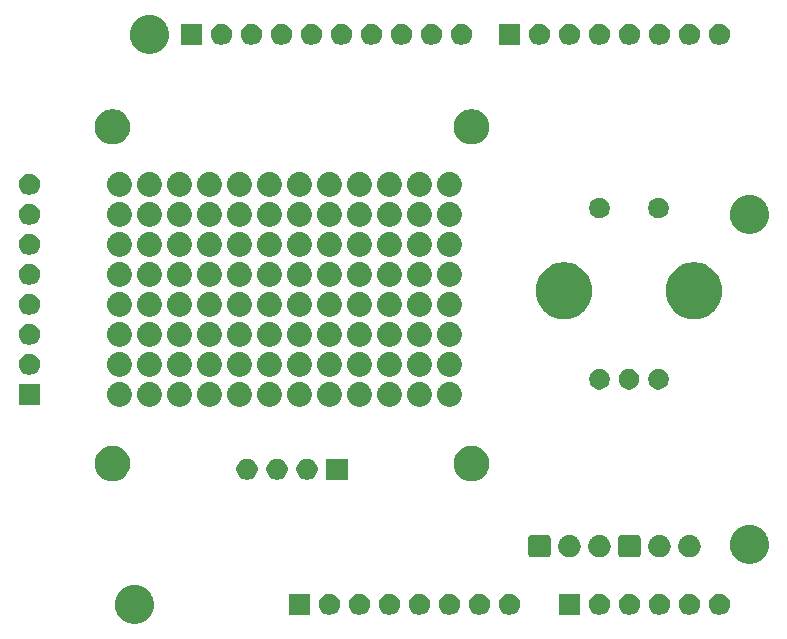
<source format=gbr>
%TF.GenerationSoftware,KiCad,Pcbnew,9.0.6*%
%TF.CreationDate,2025-10-31T21:19:26+09:00*%
%TF.ProjectId,LogAttSheild,4c6f6741-7474-4536-9865-696c642e6b69,rev?*%
%TF.SameCoordinates,Original*%
%TF.FileFunction,Soldermask,Bot*%
%TF.FilePolarity,Negative*%
%FSLAX46Y46*%
G04 Gerber Fmt 4.6, Leading zero omitted, Abs format (unit mm)*
G04 Created by KiCad (PCBNEW 9.0.6) date 2025-10-31 21:19:26*
%MOMM*%
%LPD*%
G01*
G04 APERTURE LIST*
G04 APERTURE END LIST*
G36*
X114087730Y-95814089D02*
G01*
X114099536Y-95814089D01*
X114157663Y-95823295D01*
X114292042Y-95840986D01*
X114324837Y-95849773D01*
X114355418Y-95854617D01*
X114414229Y-95873726D01*
X114500611Y-95896872D01*
X114555724Y-95919700D01*
X114601810Y-95934675D01*
X114644987Y-95956674D01*
X114700099Y-95979503D01*
X114777539Y-96024213D01*
X114832645Y-96052291D01*
X114857697Y-96070492D01*
X114887096Y-96087466D01*
X114994651Y-96169995D01*
X115042239Y-96204570D01*
X115050579Y-96212910D01*
X115058401Y-96218912D01*
X115211087Y-96371598D01*
X115217088Y-96379419D01*
X115225430Y-96387761D01*
X115260008Y-96435354D01*
X115342533Y-96542903D01*
X115359505Y-96572299D01*
X115377709Y-96597355D01*
X115405789Y-96652466D01*
X115450496Y-96729900D01*
X115473321Y-96785006D01*
X115495325Y-96828190D01*
X115510301Y-96874282D01*
X115533127Y-96929388D01*
X115556269Y-97015757D01*
X115575383Y-97074582D01*
X115580227Y-97105169D01*
X115589013Y-97137957D01*
X115606703Y-97272327D01*
X115615911Y-97330464D01*
X115615911Y-97342269D01*
X115617197Y-97352038D01*
X115617197Y-97567961D01*
X115615911Y-97577729D01*
X115615911Y-97589536D01*
X115606702Y-97647677D01*
X115589013Y-97782042D01*
X115580228Y-97814827D01*
X115575383Y-97845418D01*
X115556268Y-97904246D01*
X115533127Y-97990611D01*
X115510302Y-98045713D01*
X115495325Y-98091810D01*
X115473319Y-98134997D01*
X115450496Y-98190099D01*
X115405793Y-98267525D01*
X115377709Y-98322645D01*
X115359502Y-98347704D01*
X115342533Y-98377096D01*
X115260022Y-98484627D01*
X115225430Y-98532239D01*
X115217085Y-98540583D01*
X115211087Y-98548401D01*
X115058401Y-98701087D01*
X115050583Y-98707085D01*
X115042239Y-98715430D01*
X114994627Y-98750022D01*
X114887096Y-98832533D01*
X114857704Y-98849502D01*
X114832645Y-98867709D01*
X114777525Y-98895793D01*
X114700099Y-98940496D01*
X114644997Y-98963319D01*
X114601810Y-98985325D01*
X114555713Y-99000302D01*
X114500611Y-99023127D01*
X114414246Y-99046268D01*
X114355418Y-99065383D01*
X114324827Y-99070228D01*
X114292042Y-99079013D01*
X114157677Y-99096702D01*
X114099536Y-99105911D01*
X114087729Y-99105911D01*
X114077961Y-99107197D01*
X113862039Y-99107197D01*
X113852271Y-99105911D01*
X113840464Y-99105911D01*
X113782324Y-99096702D01*
X113647957Y-99079013D01*
X113615169Y-99070227D01*
X113584582Y-99065383D01*
X113525757Y-99046269D01*
X113439388Y-99023127D01*
X113384282Y-99000301D01*
X113338190Y-98985325D01*
X113295006Y-98963321D01*
X113239900Y-98940496D01*
X113162466Y-98895789D01*
X113107355Y-98867709D01*
X113082299Y-98849505D01*
X113052903Y-98832533D01*
X112945354Y-98750008D01*
X112897761Y-98715430D01*
X112889419Y-98707088D01*
X112881598Y-98701087D01*
X112728912Y-98548401D01*
X112722910Y-98540579D01*
X112714570Y-98532239D01*
X112679995Y-98484651D01*
X112597466Y-98377096D01*
X112580492Y-98347697D01*
X112562291Y-98322645D01*
X112534213Y-98267539D01*
X112489503Y-98190099D01*
X112466674Y-98134987D01*
X112444675Y-98091810D01*
X112429700Y-98045724D01*
X112406872Y-97990611D01*
X112383726Y-97904229D01*
X112364617Y-97845418D01*
X112359773Y-97814837D01*
X112350986Y-97782042D01*
X112333295Y-97647663D01*
X112324089Y-97589536D01*
X112324089Y-97577729D01*
X112322803Y-97567961D01*
X112322803Y-97352038D01*
X112324089Y-97342269D01*
X112324089Y-97330464D01*
X112333294Y-97272341D01*
X112350986Y-97137957D01*
X112359773Y-97105160D01*
X112364617Y-97074582D01*
X112383724Y-97015775D01*
X112406872Y-96929388D01*
X112429702Y-96874271D01*
X112444675Y-96828190D01*
X112466672Y-96785016D01*
X112489503Y-96729900D01*
X112534217Y-96652451D01*
X112562291Y-96597355D01*
X112580489Y-96572306D01*
X112597466Y-96542903D01*
X112680009Y-96435329D01*
X112714570Y-96387761D01*
X112722906Y-96379424D01*
X112728912Y-96371598D01*
X112881598Y-96218912D01*
X112889424Y-96212906D01*
X112897761Y-96204570D01*
X112945329Y-96170009D01*
X113052903Y-96087466D01*
X113082306Y-96070489D01*
X113107355Y-96052291D01*
X113162451Y-96024217D01*
X113239900Y-95979503D01*
X113295016Y-95956672D01*
X113338190Y-95934675D01*
X113384271Y-95919702D01*
X113439388Y-95896872D01*
X113525775Y-95873724D01*
X113584582Y-95854617D01*
X113615160Y-95849773D01*
X113647957Y-95840986D01*
X113782338Y-95823295D01*
X113840464Y-95814089D01*
X113852270Y-95814089D01*
X113862039Y-95812803D01*
X114077961Y-95812803D01*
X114087730Y-95814089D01*
G37*
G36*
X128809517Y-96562882D02*
G01*
X128826062Y-96573938D01*
X128837118Y-96590483D01*
X128841000Y-96610000D01*
X128841000Y-98310000D01*
X128837118Y-98329517D01*
X128826062Y-98346062D01*
X128809517Y-98357118D01*
X128790000Y-98361000D01*
X127090000Y-98361000D01*
X127070483Y-98357118D01*
X127053938Y-98346062D01*
X127042882Y-98329517D01*
X127039000Y-98310000D01*
X127039000Y-96610000D01*
X127042882Y-96590483D01*
X127053938Y-96573938D01*
X127070483Y-96562882D01*
X127090000Y-96559000D01*
X128790000Y-96559000D01*
X128809517Y-96562882D01*
G37*
G36*
X151669517Y-96562882D02*
G01*
X151686062Y-96573938D01*
X151697118Y-96590483D01*
X151701000Y-96610000D01*
X151701000Y-98310000D01*
X151697118Y-98329517D01*
X151686062Y-98346062D01*
X151669517Y-98357118D01*
X151650000Y-98361000D01*
X149950000Y-98361000D01*
X149930483Y-98357118D01*
X149913938Y-98346062D01*
X149902882Y-98329517D01*
X149899000Y-98310000D01*
X149899000Y-96610000D01*
X149902882Y-96590483D01*
X149913938Y-96573938D01*
X149930483Y-96562882D01*
X149950000Y-96559000D01*
X151650000Y-96559000D01*
X151669517Y-96562882D01*
G37*
G36*
X130741546Y-96597797D02*
G01*
X130904728Y-96665389D01*
X131051588Y-96763518D01*
X131176482Y-96888412D01*
X131274611Y-97035272D01*
X131342203Y-97198454D01*
X131376661Y-97371687D01*
X131376661Y-97548313D01*
X131342203Y-97721546D01*
X131274611Y-97884728D01*
X131176482Y-98031588D01*
X131051588Y-98156482D01*
X130904728Y-98254611D01*
X130741546Y-98322203D01*
X130568313Y-98356661D01*
X130391687Y-98356661D01*
X130218454Y-98322203D01*
X130055272Y-98254611D01*
X129908412Y-98156482D01*
X129783518Y-98031588D01*
X129685389Y-97884728D01*
X129617797Y-97721546D01*
X129583339Y-97548313D01*
X129583339Y-97371687D01*
X129617797Y-97198454D01*
X129685389Y-97035272D01*
X129783518Y-96888412D01*
X129908412Y-96763518D01*
X130055272Y-96665389D01*
X130218454Y-96597797D01*
X130391687Y-96563339D01*
X130568313Y-96563339D01*
X130741546Y-96597797D01*
G37*
G36*
X133281546Y-96597797D02*
G01*
X133444728Y-96665389D01*
X133591588Y-96763518D01*
X133716482Y-96888412D01*
X133814611Y-97035272D01*
X133882203Y-97198454D01*
X133916661Y-97371687D01*
X133916661Y-97548313D01*
X133882203Y-97721546D01*
X133814611Y-97884728D01*
X133716482Y-98031588D01*
X133591588Y-98156482D01*
X133444728Y-98254611D01*
X133281546Y-98322203D01*
X133108313Y-98356661D01*
X132931687Y-98356661D01*
X132758454Y-98322203D01*
X132595272Y-98254611D01*
X132448412Y-98156482D01*
X132323518Y-98031588D01*
X132225389Y-97884728D01*
X132157797Y-97721546D01*
X132123339Y-97548313D01*
X132123339Y-97371687D01*
X132157797Y-97198454D01*
X132225389Y-97035272D01*
X132323518Y-96888412D01*
X132448412Y-96763518D01*
X132595272Y-96665389D01*
X132758454Y-96597797D01*
X132931687Y-96563339D01*
X133108313Y-96563339D01*
X133281546Y-96597797D01*
G37*
G36*
X135821546Y-96597797D02*
G01*
X135984728Y-96665389D01*
X136131588Y-96763518D01*
X136256482Y-96888412D01*
X136354611Y-97035272D01*
X136422203Y-97198454D01*
X136456661Y-97371687D01*
X136456661Y-97548313D01*
X136422203Y-97721546D01*
X136354611Y-97884728D01*
X136256482Y-98031588D01*
X136131588Y-98156482D01*
X135984728Y-98254611D01*
X135821546Y-98322203D01*
X135648313Y-98356661D01*
X135471687Y-98356661D01*
X135298454Y-98322203D01*
X135135272Y-98254611D01*
X134988412Y-98156482D01*
X134863518Y-98031588D01*
X134765389Y-97884728D01*
X134697797Y-97721546D01*
X134663339Y-97548313D01*
X134663339Y-97371687D01*
X134697797Y-97198454D01*
X134765389Y-97035272D01*
X134863518Y-96888412D01*
X134988412Y-96763518D01*
X135135272Y-96665389D01*
X135298454Y-96597797D01*
X135471687Y-96563339D01*
X135648313Y-96563339D01*
X135821546Y-96597797D01*
G37*
G36*
X138361546Y-96597797D02*
G01*
X138524728Y-96665389D01*
X138671588Y-96763518D01*
X138796482Y-96888412D01*
X138894611Y-97035272D01*
X138962203Y-97198454D01*
X138996661Y-97371687D01*
X138996661Y-97548313D01*
X138962203Y-97721546D01*
X138894611Y-97884728D01*
X138796482Y-98031588D01*
X138671588Y-98156482D01*
X138524728Y-98254611D01*
X138361546Y-98322203D01*
X138188313Y-98356661D01*
X138011687Y-98356661D01*
X137838454Y-98322203D01*
X137675272Y-98254611D01*
X137528412Y-98156482D01*
X137403518Y-98031588D01*
X137305389Y-97884728D01*
X137237797Y-97721546D01*
X137203339Y-97548313D01*
X137203339Y-97371687D01*
X137237797Y-97198454D01*
X137305389Y-97035272D01*
X137403518Y-96888412D01*
X137528412Y-96763518D01*
X137675272Y-96665389D01*
X137838454Y-96597797D01*
X138011687Y-96563339D01*
X138188313Y-96563339D01*
X138361546Y-96597797D01*
G37*
G36*
X140901546Y-96597797D02*
G01*
X141064728Y-96665389D01*
X141211588Y-96763518D01*
X141336482Y-96888412D01*
X141434611Y-97035272D01*
X141502203Y-97198454D01*
X141536661Y-97371687D01*
X141536661Y-97548313D01*
X141502203Y-97721546D01*
X141434611Y-97884728D01*
X141336482Y-98031588D01*
X141211588Y-98156482D01*
X141064728Y-98254611D01*
X140901546Y-98322203D01*
X140728313Y-98356661D01*
X140551687Y-98356661D01*
X140378454Y-98322203D01*
X140215272Y-98254611D01*
X140068412Y-98156482D01*
X139943518Y-98031588D01*
X139845389Y-97884728D01*
X139777797Y-97721546D01*
X139743339Y-97548313D01*
X139743339Y-97371687D01*
X139777797Y-97198454D01*
X139845389Y-97035272D01*
X139943518Y-96888412D01*
X140068412Y-96763518D01*
X140215272Y-96665389D01*
X140378454Y-96597797D01*
X140551687Y-96563339D01*
X140728313Y-96563339D01*
X140901546Y-96597797D01*
G37*
G36*
X143441546Y-96597797D02*
G01*
X143604728Y-96665389D01*
X143751588Y-96763518D01*
X143876482Y-96888412D01*
X143974611Y-97035272D01*
X144042203Y-97198454D01*
X144076661Y-97371687D01*
X144076661Y-97548313D01*
X144042203Y-97721546D01*
X143974611Y-97884728D01*
X143876482Y-98031588D01*
X143751588Y-98156482D01*
X143604728Y-98254611D01*
X143441546Y-98322203D01*
X143268313Y-98356661D01*
X143091687Y-98356661D01*
X142918454Y-98322203D01*
X142755272Y-98254611D01*
X142608412Y-98156482D01*
X142483518Y-98031588D01*
X142385389Y-97884728D01*
X142317797Y-97721546D01*
X142283339Y-97548313D01*
X142283339Y-97371687D01*
X142317797Y-97198454D01*
X142385389Y-97035272D01*
X142483518Y-96888412D01*
X142608412Y-96763518D01*
X142755272Y-96665389D01*
X142918454Y-96597797D01*
X143091687Y-96563339D01*
X143268313Y-96563339D01*
X143441546Y-96597797D01*
G37*
G36*
X145981546Y-96597797D02*
G01*
X146144728Y-96665389D01*
X146291588Y-96763518D01*
X146416482Y-96888412D01*
X146514611Y-97035272D01*
X146582203Y-97198454D01*
X146616661Y-97371687D01*
X146616661Y-97548313D01*
X146582203Y-97721546D01*
X146514611Y-97884728D01*
X146416482Y-98031588D01*
X146291588Y-98156482D01*
X146144728Y-98254611D01*
X145981546Y-98322203D01*
X145808313Y-98356661D01*
X145631687Y-98356661D01*
X145458454Y-98322203D01*
X145295272Y-98254611D01*
X145148412Y-98156482D01*
X145023518Y-98031588D01*
X144925389Y-97884728D01*
X144857797Y-97721546D01*
X144823339Y-97548313D01*
X144823339Y-97371687D01*
X144857797Y-97198454D01*
X144925389Y-97035272D01*
X145023518Y-96888412D01*
X145148412Y-96763518D01*
X145295272Y-96665389D01*
X145458454Y-96597797D01*
X145631687Y-96563339D01*
X145808313Y-96563339D01*
X145981546Y-96597797D01*
G37*
G36*
X153601546Y-96597797D02*
G01*
X153764728Y-96665389D01*
X153911588Y-96763518D01*
X154036482Y-96888412D01*
X154134611Y-97035272D01*
X154202203Y-97198454D01*
X154236661Y-97371687D01*
X154236661Y-97548313D01*
X154202203Y-97721546D01*
X154134611Y-97884728D01*
X154036482Y-98031588D01*
X153911588Y-98156482D01*
X153764728Y-98254611D01*
X153601546Y-98322203D01*
X153428313Y-98356661D01*
X153251687Y-98356661D01*
X153078454Y-98322203D01*
X152915272Y-98254611D01*
X152768412Y-98156482D01*
X152643518Y-98031588D01*
X152545389Y-97884728D01*
X152477797Y-97721546D01*
X152443339Y-97548313D01*
X152443339Y-97371687D01*
X152477797Y-97198454D01*
X152545389Y-97035272D01*
X152643518Y-96888412D01*
X152768412Y-96763518D01*
X152915272Y-96665389D01*
X153078454Y-96597797D01*
X153251687Y-96563339D01*
X153428313Y-96563339D01*
X153601546Y-96597797D01*
G37*
G36*
X156141546Y-96597797D02*
G01*
X156304728Y-96665389D01*
X156451588Y-96763518D01*
X156576482Y-96888412D01*
X156674611Y-97035272D01*
X156742203Y-97198454D01*
X156776661Y-97371687D01*
X156776661Y-97548313D01*
X156742203Y-97721546D01*
X156674611Y-97884728D01*
X156576482Y-98031588D01*
X156451588Y-98156482D01*
X156304728Y-98254611D01*
X156141546Y-98322203D01*
X155968313Y-98356661D01*
X155791687Y-98356661D01*
X155618454Y-98322203D01*
X155455272Y-98254611D01*
X155308412Y-98156482D01*
X155183518Y-98031588D01*
X155085389Y-97884728D01*
X155017797Y-97721546D01*
X154983339Y-97548313D01*
X154983339Y-97371687D01*
X155017797Y-97198454D01*
X155085389Y-97035272D01*
X155183518Y-96888412D01*
X155308412Y-96763518D01*
X155455272Y-96665389D01*
X155618454Y-96597797D01*
X155791687Y-96563339D01*
X155968313Y-96563339D01*
X156141546Y-96597797D01*
G37*
G36*
X158681546Y-96597797D02*
G01*
X158844728Y-96665389D01*
X158991588Y-96763518D01*
X159116482Y-96888412D01*
X159214611Y-97035272D01*
X159282203Y-97198454D01*
X159316661Y-97371687D01*
X159316661Y-97548313D01*
X159282203Y-97721546D01*
X159214611Y-97884728D01*
X159116482Y-98031588D01*
X158991588Y-98156482D01*
X158844728Y-98254611D01*
X158681546Y-98322203D01*
X158508313Y-98356661D01*
X158331687Y-98356661D01*
X158158454Y-98322203D01*
X157995272Y-98254611D01*
X157848412Y-98156482D01*
X157723518Y-98031588D01*
X157625389Y-97884728D01*
X157557797Y-97721546D01*
X157523339Y-97548313D01*
X157523339Y-97371687D01*
X157557797Y-97198454D01*
X157625389Y-97035272D01*
X157723518Y-96888412D01*
X157848412Y-96763518D01*
X157995272Y-96665389D01*
X158158454Y-96597797D01*
X158331687Y-96563339D01*
X158508313Y-96563339D01*
X158681546Y-96597797D01*
G37*
G36*
X161221546Y-96597797D02*
G01*
X161384728Y-96665389D01*
X161531588Y-96763518D01*
X161656482Y-96888412D01*
X161754611Y-97035272D01*
X161822203Y-97198454D01*
X161856661Y-97371687D01*
X161856661Y-97548313D01*
X161822203Y-97721546D01*
X161754611Y-97884728D01*
X161656482Y-98031588D01*
X161531588Y-98156482D01*
X161384728Y-98254611D01*
X161221546Y-98322203D01*
X161048313Y-98356661D01*
X160871687Y-98356661D01*
X160698454Y-98322203D01*
X160535272Y-98254611D01*
X160388412Y-98156482D01*
X160263518Y-98031588D01*
X160165389Y-97884728D01*
X160097797Y-97721546D01*
X160063339Y-97548313D01*
X160063339Y-97371687D01*
X160097797Y-97198454D01*
X160165389Y-97035272D01*
X160263518Y-96888412D01*
X160388412Y-96763518D01*
X160535272Y-96665389D01*
X160698454Y-96597797D01*
X160871687Y-96563339D01*
X161048313Y-96563339D01*
X161221546Y-96597797D01*
G37*
G36*
X163761546Y-96597797D02*
G01*
X163924728Y-96665389D01*
X164071588Y-96763518D01*
X164196482Y-96888412D01*
X164294611Y-97035272D01*
X164362203Y-97198454D01*
X164396661Y-97371687D01*
X164396661Y-97548313D01*
X164362203Y-97721546D01*
X164294611Y-97884728D01*
X164196482Y-98031588D01*
X164071588Y-98156482D01*
X163924728Y-98254611D01*
X163761546Y-98322203D01*
X163588313Y-98356661D01*
X163411687Y-98356661D01*
X163238454Y-98322203D01*
X163075272Y-98254611D01*
X162928412Y-98156482D01*
X162803518Y-98031588D01*
X162705389Y-97884728D01*
X162637797Y-97721546D01*
X162603339Y-97548313D01*
X162603339Y-97371687D01*
X162637797Y-97198454D01*
X162705389Y-97035272D01*
X162803518Y-96888412D01*
X162928412Y-96763518D01*
X163075272Y-96665389D01*
X163238454Y-96597797D01*
X163411687Y-96563339D01*
X163588313Y-96563339D01*
X163761546Y-96597797D01*
G37*
G36*
X166157730Y-90734089D02*
G01*
X166169536Y-90734089D01*
X166227663Y-90743295D01*
X166362042Y-90760986D01*
X166394837Y-90769773D01*
X166425418Y-90774617D01*
X166484229Y-90793726D01*
X166570611Y-90816872D01*
X166625724Y-90839700D01*
X166671810Y-90854675D01*
X166714987Y-90876674D01*
X166770099Y-90899503D01*
X166847539Y-90944213D01*
X166902645Y-90972291D01*
X166927697Y-90990492D01*
X166957096Y-91007466D01*
X167064651Y-91089995D01*
X167112239Y-91124570D01*
X167120579Y-91132910D01*
X167128401Y-91138912D01*
X167281087Y-91291598D01*
X167287088Y-91299419D01*
X167295430Y-91307761D01*
X167330008Y-91355354D01*
X167412533Y-91462903D01*
X167429505Y-91492299D01*
X167447709Y-91517355D01*
X167475789Y-91572466D01*
X167520496Y-91649900D01*
X167543321Y-91705006D01*
X167565325Y-91748190D01*
X167580301Y-91794282D01*
X167603127Y-91849388D01*
X167626269Y-91935757D01*
X167645383Y-91994582D01*
X167650227Y-92025169D01*
X167659013Y-92057957D01*
X167676703Y-92192327D01*
X167685911Y-92250464D01*
X167685911Y-92262269D01*
X167687197Y-92272038D01*
X167687197Y-92487961D01*
X167685911Y-92497729D01*
X167685911Y-92509536D01*
X167676702Y-92567677D01*
X167659013Y-92702042D01*
X167650228Y-92734827D01*
X167645383Y-92765418D01*
X167626268Y-92824246D01*
X167603127Y-92910611D01*
X167580302Y-92965713D01*
X167565325Y-93011810D01*
X167543319Y-93054997D01*
X167520496Y-93110099D01*
X167475793Y-93187525D01*
X167447709Y-93242645D01*
X167429502Y-93267704D01*
X167412533Y-93297096D01*
X167330022Y-93404627D01*
X167295430Y-93452239D01*
X167287085Y-93460583D01*
X167281087Y-93468401D01*
X167128401Y-93621087D01*
X167120583Y-93627085D01*
X167112239Y-93635430D01*
X167064627Y-93670022D01*
X166957096Y-93752533D01*
X166927704Y-93769502D01*
X166902645Y-93787709D01*
X166847525Y-93815793D01*
X166770099Y-93860496D01*
X166714997Y-93883319D01*
X166671810Y-93905325D01*
X166625713Y-93920302D01*
X166570611Y-93943127D01*
X166484246Y-93966268D01*
X166425418Y-93985383D01*
X166394827Y-93990228D01*
X166362042Y-93999013D01*
X166227677Y-94016702D01*
X166169536Y-94025911D01*
X166157729Y-94025911D01*
X166147961Y-94027197D01*
X165932039Y-94027197D01*
X165922271Y-94025911D01*
X165910464Y-94025911D01*
X165852324Y-94016702D01*
X165717957Y-93999013D01*
X165685169Y-93990227D01*
X165654582Y-93985383D01*
X165595757Y-93966269D01*
X165509388Y-93943127D01*
X165454282Y-93920301D01*
X165408190Y-93905325D01*
X165365006Y-93883321D01*
X165309900Y-93860496D01*
X165232466Y-93815789D01*
X165177355Y-93787709D01*
X165152299Y-93769505D01*
X165122903Y-93752533D01*
X165015354Y-93670008D01*
X164967761Y-93635430D01*
X164959419Y-93627088D01*
X164951598Y-93621087D01*
X164798912Y-93468401D01*
X164792910Y-93460579D01*
X164784570Y-93452239D01*
X164749995Y-93404651D01*
X164667466Y-93297096D01*
X164650492Y-93267697D01*
X164632291Y-93242645D01*
X164604213Y-93187539D01*
X164559503Y-93110099D01*
X164536674Y-93054987D01*
X164514675Y-93011810D01*
X164499700Y-92965724D01*
X164476872Y-92910611D01*
X164453726Y-92824229D01*
X164434617Y-92765418D01*
X164429773Y-92734837D01*
X164420986Y-92702042D01*
X164403295Y-92567663D01*
X164394089Y-92509536D01*
X164394089Y-92497729D01*
X164392803Y-92487961D01*
X164392803Y-92272038D01*
X164394089Y-92262269D01*
X164394089Y-92250464D01*
X164403294Y-92192341D01*
X164420986Y-92057957D01*
X164429773Y-92025160D01*
X164434617Y-91994582D01*
X164453724Y-91935775D01*
X164476872Y-91849388D01*
X164499702Y-91794271D01*
X164514675Y-91748190D01*
X164536672Y-91705016D01*
X164559503Y-91649900D01*
X164604217Y-91572451D01*
X164632291Y-91517355D01*
X164650489Y-91492306D01*
X164667466Y-91462903D01*
X164750009Y-91355329D01*
X164784570Y-91307761D01*
X164792906Y-91299424D01*
X164798912Y-91291598D01*
X164951598Y-91138912D01*
X164959424Y-91132906D01*
X164967761Y-91124570D01*
X165015329Y-91090009D01*
X165122903Y-91007466D01*
X165152306Y-90990489D01*
X165177355Y-90972291D01*
X165232451Y-90944217D01*
X165309900Y-90899503D01*
X165365016Y-90876672D01*
X165408190Y-90854675D01*
X165454271Y-90839702D01*
X165509388Y-90816872D01*
X165595775Y-90793724D01*
X165654582Y-90774617D01*
X165685160Y-90769773D01*
X165717957Y-90760986D01*
X165852338Y-90743295D01*
X165910464Y-90734089D01*
X165922270Y-90734089D01*
X165932039Y-90732803D01*
X166147961Y-90732803D01*
X166157730Y-90734089D01*
G37*
G36*
X148980148Y-91594453D02*
G01*
X148995904Y-91601410D01*
X149003638Y-91602635D01*
X149035848Y-91619047D01*
X149080802Y-91638896D01*
X149158604Y-91716698D01*
X149178456Y-91761658D01*
X149194864Y-91793861D01*
X149196088Y-91801592D01*
X149203047Y-91817352D01*
X149211000Y-91885900D01*
X149211000Y-93189100D01*
X149203047Y-93257648D01*
X149196088Y-93273408D01*
X149194864Y-93281138D01*
X149178459Y-93313333D01*
X149158604Y-93358302D01*
X149080802Y-93436104D01*
X149035833Y-93455959D01*
X149003638Y-93472364D01*
X148995908Y-93473588D01*
X148980148Y-93480547D01*
X148911600Y-93488500D01*
X147608400Y-93488500D01*
X147539852Y-93480547D01*
X147524092Y-93473588D01*
X147516361Y-93472364D01*
X147484158Y-93455956D01*
X147439198Y-93436104D01*
X147361396Y-93358302D01*
X147341547Y-93313348D01*
X147325135Y-93281138D01*
X147323910Y-93273404D01*
X147316953Y-93257648D01*
X147309000Y-93189100D01*
X147309000Y-91885900D01*
X147316953Y-91817352D01*
X147323909Y-91801596D01*
X147325135Y-91793861D01*
X147341550Y-91761643D01*
X147361396Y-91716698D01*
X147439198Y-91638896D01*
X147484143Y-91619050D01*
X147516361Y-91602635D01*
X147524096Y-91601409D01*
X147539852Y-91594453D01*
X147608400Y-91586500D01*
X148911600Y-91586500D01*
X148980148Y-91594453D01*
G37*
G36*
X156600148Y-91594453D02*
G01*
X156615904Y-91601410D01*
X156623638Y-91602635D01*
X156655848Y-91619047D01*
X156700802Y-91638896D01*
X156778604Y-91716698D01*
X156798456Y-91761658D01*
X156814864Y-91793861D01*
X156816088Y-91801592D01*
X156823047Y-91817352D01*
X156831000Y-91885900D01*
X156831000Y-93189100D01*
X156823047Y-93257648D01*
X156816088Y-93273408D01*
X156814864Y-93281138D01*
X156798459Y-93313333D01*
X156778604Y-93358302D01*
X156700802Y-93436104D01*
X156655833Y-93455959D01*
X156623638Y-93472364D01*
X156615908Y-93473588D01*
X156600148Y-93480547D01*
X156531600Y-93488500D01*
X155228400Y-93488500D01*
X155159852Y-93480547D01*
X155144092Y-93473588D01*
X155136361Y-93472364D01*
X155104158Y-93455956D01*
X155059198Y-93436104D01*
X154981396Y-93358302D01*
X154961547Y-93313348D01*
X154945135Y-93281138D01*
X154943910Y-93273404D01*
X154936953Y-93257648D01*
X154929000Y-93189100D01*
X154929000Y-91885900D01*
X154936953Y-91817352D01*
X154943909Y-91801596D01*
X154945135Y-91793861D01*
X154961550Y-91761643D01*
X154981396Y-91716698D01*
X155059198Y-91638896D01*
X155104143Y-91619050D01*
X155136361Y-91602635D01*
X155144096Y-91601409D01*
X155159852Y-91594453D01*
X155228400Y-91586500D01*
X156531600Y-91586500D01*
X156600148Y-91594453D01*
G37*
G36*
X150882553Y-91591079D02*
G01*
X150893214Y-91591079D01*
X150934865Y-91599364D01*
X151021916Y-91613151D01*
X151049918Y-91622249D01*
X151076061Y-91627450D01*
X151112956Y-91642732D01*
X151163784Y-91659248D01*
X151211399Y-91683509D01*
X151248298Y-91698793D01*
X151270463Y-91713603D01*
X151296693Y-91726968D01*
X151367990Y-91778768D01*
X151403308Y-91802367D01*
X151410846Y-91809905D01*
X151417370Y-91814645D01*
X151522854Y-91920129D01*
X151527593Y-91926652D01*
X151535133Y-91934192D01*
X151558734Y-91969514D01*
X151610531Y-92040806D01*
X151623894Y-92067033D01*
X151638707Y-92089202D01*
X151653993Y-92126105D01*
X151678251Y-92173715D01*
X151694764Y-92224535D01*
X151710050Y-92261439D01*
X151715251Y-92287586D01*
X151724348Y-92315583D01*
X151738134Y-92402625D01*
X151746421Y-92444286D01*
X151746421Y-92454947D01*
X151747683Y-92462915D01*
X151747683Y-92612084D01*
X151746421Y-92620051D01*
X151746421Y-92630714D01*
X151738133Y-92672377D01*
X151724348Y-92759416D01*
X151715251Y-92787410D01*
X151710050Y-92813561D01*
X151694762Y-92850468D01*
X151678251Y-92901284D01*
X151653995Y-92948888D01*
X151638707Y-92985798D01*
X151623892Y-93007970D01*
X151610531Y-93034193D01*
X151558742Y-93105473D01*
X151535133Y-93140808D01*
X151527591Y-93148349D01*
X151522854Y-93154870D01*
X151417370Y-93260354D01*
X151410849Y-93265091D01*
X151403308Y-93272633D01*
X151367973Y-93296242D01*
X151296693Y-93348031D01*
X151270470Y-93361392D01*
X151248298Y-93376207D01*
X151211388Y-93391495D01*
X151163784Y-93415751D01*
X151112968Y-93432262D01*
X151076061Y-93447550D01*
X151049910Y-93452751D01*
X151021916Y-93461848D01*
X150934875Y-93475633D01*
X150893214Y-93483921D01*
X150882553Y-93483921D01*
X150874585Y-93485183D01*
X150725415Y-93485183D01*
X150717447Y-93483921D01*
X150706786Y-93483921D01*
X150665125Y-93475634D01*
X150578083Y-93461848D01*
X150550086Y-93452751D01*
X150523939Y-93447550D01*
X150487035Y-93432264D01*
X150436215Y-93415751D01*
X150388605Y-93391493D01*
X150351702Y-93376207D01*
X150329533Y-93361394D01*
X150303306Y-93348031D01*
X150232014Y-93296234D01*
X150196692Y-93272633D01*
X150189152Y-93265093D01*
X150182629Y-93260354D01*
X150077145Y-93154870D01*
X150072405Y-93148346D01*
X150064867Y-93140808D01*
X150041268Y-93105490D01*
X149989468Y-93034193D01*
X149976103Y-93007963D01*
X149961293Y-92985798D01*
X149946009Y-92948899D01*
X149921748Y-92901284D01*
X149905232Y-92850456D01*
X149889950Y-92813561D01*
X149884749Y-92787418D01*
X149875651Y-92759416D01*
X149861864Y-92672367D01*
X149853579Y-92630714D01*
X149853579Y-92620052D01*
X149852317Y-92612084D01*
X149852317Y-92462915D01*
X149853579Y-92454946D01*
X149853579Y-92444286D01*
X149861863Y-92402636D01*
X149875651Y-92315583D01*
X149884750Y-92287578D01*
X149889950Y-92261439D01*
X149905231Y-92224546D01*
X149921748Y-92173715D01*
X149946011Y-92126095D01*
X149961293Y-92089202D01*
X149976101Y-92067039D01*
X149989468Y-92040806D01*
X150041277Y-91969496D01*
X150064867Y-91934192D01*
X150072402Y-91926656D01*
X150077145Y-91920129D01*
X150182629Y-91814645D01*
X150189156Y-91809902D01*
X150196692Y-91802367D01*
X150231996Y-91778777D01*
X150303306Y-91726968D01*
X150329539Y-91713601D01*
X150351702Y-91698793D01*
X150388595Y-91683511D01*
X150436215Y-91659248D01*
X150487046Y-91642731D01*
X150523939Y-91627450D01*
X150550078Y-91622250D01*
X150578083Y-91613151D01*
X150665136Y-91599363D01*
X150706786Y-91591079D01*
X150717447Y-91591079D01*
X150725415Y-91589817D01*
X150874585Y-91589817D01*
X150882553Y-91591079D01*
G37*
G36*
X153422553Y-91591079D02*
G01*
X153433214Y-91591079D01*
X153474865Y-91599364D01*
X153561916Y-91613151D01*
X153589918Y-91622249D01*
X153616061Y-91627450D01*
X153652956Y-91642732D01*
X153703784Y-91659248D01*
X153751399Y-91683509D01*
X153788298Y-91698793D01*
X153810463Y-91713603D01*
X153836693Y-91726968D01*
X153907990Y-91778768D01*
X153943308Y-91802367D01*
X153950846Y-91809905D01*
X153957370Y-91814645D01*
X154062854Y-91920129D01*
X154067593Y-91926652D01*
X154075133Y-91934192D01*
X154098734Y-91969514D01*
X154150531Y-92040806D01*
X154163894Y-92067033D01*
X154178707Y-92089202D01*
X154193993Y-92126105D01*
X154218251Y-92173715D01*
X154234764Y-92224535D01*
X154250050Y-92261439D01*
X154255251Y-92287586D01*
X154264348Y-92315583D01*
X154278134Y-92402625D01*
X154286421Y-92444286D01*
X154286421Y-92454947D01*
X154287683Y-92462915D01*
X154287683Y-92612084D01*
X154286421Y-92620051D01*
X154286421Y-92630714D01*
X154278133Y-92672377D01*
X154264348Y-92759416D01*
X154255251Y-92787410D01*
X154250050Y-92813561D01*
X154234762Y-92850468D01*
X154218251Y-92901284D01*
X154193995Y-92948888D01*
X154178707Y-92985798D01*
X154163892Y-93007970D01*
X154150531Y-93034193D01*
X154098742Y-93105473D01*
X154075133Y-93140808D01*
X154067591Y-93148349D01*
X154062854Y-93154870D01*
X153957370Y-93260354D01*
X153950849Y-93265091D01*
X153943308Y-93272633D01*
X153907973Y-93296242D01*
X153836693Y-93348031D01*
X153810470Y-93361392D01*
X153788298Y-93376207D01*
X153751388Y-93391495D01*
X153703784Y-93415751D01*
X153652968Y-93432262D01*
X153616061Y-93447550D01*
X153589910Y-93452751D01*
X153561916Y-93461848D01*
X153474875Y-93475633D01*
X153433214Y-93483921D01*
X153422553Y-93483921D01*
X153414585Y-93485183D01*
X153265415Y-93485183D01*
X153257447Y-93483921D01*
X153246786Y-93483921D01*
X153205125Y-93475634D01*
X153118083Y-93461848D01*
X153090086Y-93452751D01*
X153063939Y-93447550D01*
X153027035Y-93432264D01*
X152976215Y-93415751D01*
X152928605Y-93391493D01*
X152891702Y-93376207D01*
X152869533Y-93361394D01*
X152843306Y-93348031D01*
X152772014Y-93296234D01*
X152736692Y-93272633D01*
X152729152Y-93265093D01*
X152722629Y-93260354D01*
X152617145Y-93154870D01*
X152612405Y-93148346D01*
X152604867Y-93140808D01*
X152581268Y-93105490D01*
X152529468Y-93034193D01*
X152516103Y-93007963D01*
X152501293Y-92985798D01*
X152486009Y-92948899D01*
X152461748Y-92901284D01*
X152445232Y-92850456D01*
X152429950Y-92813561D01*
X152424749Y-92787418D01*
X152415651Y-92759416D01*
X152401864Y-92672367D01*
X152393579Y-92630714D01*
X152393579Y-92620052D01*
X152392317Y-92612084D01*
X152392317Y-92462915D01*
X152393579Y-92454946D01*
X152393579Y-92444286D01*
X152401863Y-92402636D01*
X152415651Y-92315583D01*
X152424750Y-92287578D01*
X152429950Y-92261439D01*
X152445231Y-92224546D01*
X152461748Y-92173715D01*
X152486011Y-92126095D01*
X152501293Y-92089202D01*
X152516101Y-92067039D01*
X152529468Y-92040806D01*
X152581277Y-91969496D01*
X152604867Y-91934192D01*
X152612402Y-91926656D01*
X152617145Y-91920129D01*
X152722629Y-91814645D01*
X152729156Y-91809902D01*
X152736692Y-91802367D01*
X152771996Y-91778777D01*
X152843306Y-91726968D01*
X152869539Y-91713601D01*
X152891702Y-91698793D01*
X152928595Y-91683511D01*
X152976215Y-91659248D01*
X153027046Y-91642731D01*
X153063939Y-91627450D01*
X153090078Y-91622250D01*
X153118083Y-91613151D01*
X153205136Y-91599363D01*
X153246786Y-91591079D01*
X153257447Y-91591079D01*
X153265415Y-91589817D01*
X153414585Y-91589817D01*
X153422553Y-91591079D01*
G37*
G36*
X158502553Y-91591079D02*
G01*
X158513214Y-91591079D01*
X158554865Y-91599364D01*
X158641916Y-91613151D01*
X158669918Y-91622249D01*
X158696061Y-91627450D01*
X158732956Y-91642732D01*
X158783784Y-91659248D01*
X158831399Y-91683509D01*
X158868298Y-91698793D01*
X158890463Y-91713603D01*
X158916693Y-91726968D01*
X158987990Y-91778768D01*
X159023308Y-91802367D01*
X159030846Y-91809905D01*
X159037370Y-91814645D01*
X159142854Y-91920129D01*
X159147593Y-91926652D01*
X159155133Y-91934192D01*
X159178734Y-91969514D01*
X159230531Y-92040806D01*
X159243894Y-92067033D01*
X159258707Y-92089202D01*
X159273993Y-92126105D01*
X159298251Y-92173715D01*
X159314764Y-92224535D01*
X159330050Y-92261439D01*
X159335251Y-92287586D01*
X159344348Y-92315583D01*
X159358134Y-92402625D01*
X159366421Y-92444286D01*
X159366421Y-92454947D01*
X159367683Y-92462915D01*
X159367683Y-92612084D01*
X159366421Y-92620051D01*
X159366421Y-92630714D01*
X159358133Y-92672377D01*
X159344348Y-92759416D01*
X159335251Y-92787410D01*
X159330050Y-92813561D01*
X159314762Y-92850468D01*
X159298251Y-92901284D01*
X159273995Y-92948888D01*
X159258707Y-92985798D01*
X159243892Y-93007970D01*
X159230531Y-93034193D01*
X159178742Y-93105473D01*
X159155133Y-93140808D01*
X159147591Y-93148349D01*
X159142854Y-93154870D01*
X159037370Y-93260354D01*
X159030849Y-93265091D01*
X159023308Y-93272633D01*
X158987973Y-93296242D01*
X158916693Y-93348031D01*
X158890470Y-93361392D01*
X158868298Y-93376207D01*
X158831388Y-93391495D01*
X158783784Y-93415751D01*
X158732968Y-93432262D01*
X158696061Y-93447550D01*
X158669910Y-93452751D01*
X158641916Y-93461848D01*
X158554875Y-93475633D01*
X158513214Y-93483921D01*
X158502553Y-93483921D01*
X158494585Y-93485183D01*
X158345415Y-93485183D01*
X158337447Y-93483921D01*
X158326786Y-93483921D01*
X158285125Y-93475634D01*
X158198083Y-93461848D01*
X158170086Y-93452751D01*
X158143939Y-93447550D01*
X158107035Y-93432264D01*
X158056215Y-93415751D01*
X158008605Y-93391493D01*
X157971702Y-93376207D01*
X157949533Y-93361394D01*
X157923306Y-93348031D01*
X157852014Y-93296234D01*
X157816692Y-93272633D01*
X157809152Y-93265093D01*
X157802629Y-93260354D01*
X157697145Y-93154870D01*
X157692405Y-93148346D01*
X157684867Y-93140808D01*
X157661268Y-93105490D01*
X157609468Y-93034193D01*
X157596103Y-93007963D01*
X157581293Y-92985798D01*
X157566009Y-92948899D01*
X157541748Y-92901284D01*
X157525232Y-92850456D01*
X157509950Y-92813561D01*
X157504749Y-92787418D01*
X157495651Y-92759416D01*
X157481864Y-92672367D01*
X157473579Y-92630714D01*
X157473579Y-92620052D01*
X157472317Y-92612084D01*
X157472317Y-92462915D01*
X157473579Y-92454946D01*
X157473579Y-92444286D01*
X157481863Y-92402636D01*
X157495651Y-92315583D01*
X157504750Y-92287578D01*
X157509950Y-92261439D01*
X157525231Y-92224546D01*
X157541748Y-92173715D01*
X157566011Y-92126095D01*
X157581293Y-92089202D01*
X157596101Y-92067039D01*
X157609468Y-92040806D01*
X157661277Y-91969496D01*
X157684867Y-91934192D01*
X157692402Y-91926656D01*
X157697145Y-91920129D01*
X157802629Y-91814645D01*
X157809156Y-91809902D01*
X157816692Y-91802367D01*
X157851996Y-91778777D01*
X157923306Y-91726968D01*
X157949539Y-91713601D01*
X157971702Y-91698793D01*
X158008595Y-91683511D01*
X158056215Y-91659248D01*
X158107046Y-91642731D01*
X158143939Y-91627450D01*
X158170078Y-91622250D01*
X158198083Y-91613151D01*
X158285136Y-91599363D01*
X158326786Y-91591079D01*
X158337447Y-91591079D01*
X158345415Y-91589817D01*
X158494585Y-91589817D01*
X158502553Y-91591079D01*
G37*
G36*
X161042553Y-91591079D02*
G01*
X161053214Y-91591079D01*
X161094865Y-91599364D01*
X161181916Y-91613151D01*
X161209918Y-91622249D01*
X161236061Y-91627450D01*
X161272956Y-91642732D01*
X161323784Y-91659248D01*
X161371399Y-91683509D01*
X161408298Y-91698793D01*
X161430463Y-91713603D01*
X161456693Y-91726968D01*
X161527990Y-91778768D01*
X161563308Y-91802367D01*
X161570846Y-91809905D01*
X161577370Y-91814645D01*
X161682854Y-91920129D01*
X161687593Y-91926652D01*
X161695133Y-91934192D01*
X161718734Y-91969514D01*
X161770531Y-92040806D01*
X161783894Y-92067033D01*
X161798707Y-92089202D01*
X161813993Y-92126105D01*
X161838251Y-92173715D01*
X161854764Y-92224535D01*
X161870050Y-92261439D01*
X161875251Y-92287586D01*
X161884348Y-92315583D01*
X161898134Y-92402625D01*
X161906421Y-92444286D01*
X161906421Y-92454947D01*
X161907683Y-92462915D01*
X161907683Y-92612084D01*
X161906421Y-92620051D01*
X161906421Y-92630714D01*
X161898133Y-92672377D01*
X161884348Y-92759416D01*
X161875251Y-92787410D01*
X161870050Y-92813561D01*
X161854762Y-92850468D01*
X161838251Y-92901284D01*
X161813995Y-92948888D01*
X161798707Y-92985798D01*
X161783892Y-93007970D01*
X161770531Y-93034193D01*
X161718742Y-93105473D01*
X161695133Y-93140808D01*
X161687591Y-93148349D01*
X161682854Y-93154870D01*
X161577370Y-93260354D01*
X161570849Y-93265091D01*
X161563308Y-93272633D01*
X161527973Y-93296242D01*
X161456693Y-93348031D01*
X161430470Y-93361392D01*
X161408298Y-93376207D01*
X161371388Y-93391495D01*
X161323784Y-93415751D01*
X161272968Y-93432262D01*
X161236061Y-93447550D01*
X161209910Y-93452751D01*
X161181916Y-93461848D01*
X161094875Y-93475633D01*
X161053214Y-93483921D01*
X161042553Y-93483921D01*
X161034585Y-93485183D01*
X160885415Y-93485183D01*
X160877447Y-93483921D01*
X160866786Y-93483921D01*
X160825125Y-93475634D01*
X160738083Y-93461848D01*
X160710086Y-93452751D01*
X160683939Y-93447550D01*
X160647035Y-93432264D01*
X160596215Y-93415751D01*
X160548605Y-93391493D01*
X160511702Y-93376207D01*
X160489533Y-93361394D01*
X160463306Y-93348031D01*
X160392014Y-93296234D01*
X160356692Y-93272633D01*
X160349152Y-93265093D01*
X160342629Y-93260354D01*
X160237145Y-93154870D01*
X160232405Y-93148346D01*
X160224867Y-93140808D01*
X160201268Y-93105490D01*
X160149468Y-93034193D01*
X160136103Y-93007963D01*
X160121293Y-92985798D01*
X160106009Y-92948899D01*
X160081748Y-92901284D01*
X160065232Y-92850456D01*
X160049950Y-92813561D01*
X160044749Y-92787418D01*
X160035651Y-92759416D01*
X160021864Y-92672367D01*
X160013579Y-92630714D01*
X160013579Y-92620052D01*
X160012317Y-92612084D01*
X160012317Y-92462915D01*
X160013579Y-92454946D01*
X160013579Y-92444286D01*
X160021863Y-92402636D01*
X160035651Y-92315583D01*
X160044750Y-92287578D01*
X160049950Y-92261439D01*
X160065231Y-92224546D01*
X160081748Y-92173715D01*
X160106011Y-92126095D01*
X160121293Y-92089202D01*
X160136101Y-92067039D01*
X160149468Y-92040806D01*
X160201277Y-91969496D01*
X160224867Y-91934192D01*
X160232402Y-91926656D01*
X160237145Y-91920129D01*
X160342629Y-91814645D01*
X160349156Y-91809902D01*
X160356692Y-91802367D01*
X160391996Y-91778777D01*
X160463306Y-91726968D01*
X160489539Y-91713601D01*
X160511702Y-91698793D01*
X160548595Y-91683511D01*
X160596215Y-91659248D01*
X160647046Y-91642731D01*
X160683939Y-91627450D01*
X160710078Y-91622250D01*
X160738083Y-91613151D01*
X160825136Y-91599363D01*
X160866786Y-91591079D01*
X160877447Y-91591079D01*
X160885415Y-91589817D01*
X161034585Y-91589817D01*
X161042553Y-91591079D01*
G37*
G36*
X112455168Y-84071445D02*
G01*
X112679025Y-84144181D01*
X112888748Y-84251040D01*
X113079172Y-84389391D01*
X113245609Y-84555828D01*
X113383960Y-84746252D01*
X113490819Y-84955975D01*
X113563555Y-85179832D01*
X113600376Y-85412311D01*
X113600376Y-85647689D01*
X113563555Y-85880168D01*
X113490819Y-86104025D01*
X113383960Y-86313748D01*
X113245609Y-86504172D01*
X113079172Y-86670609D01*
X112888748Y-86808960D01*
X112679025Y-86915819D01*
X112455168Y-86988555D01*
X112222689Y-87025376D01*
X111987311Y-87025376D01*
X111754832Y-86988555D01*
X111530975Y-86915819D01*
X111321252Y-86808960D01*
X111130828Y-86670609D01*
X110964391Y-86504172D01*
X110826040Y-86313748D01*
X110719181Y-86104025D01*
X110646445Y-85880168D01*
X110609624Y-85647689D01*
X110609624Y-85412311D01*
X110646445Y-85179832D01*
X110719181Y-84955975D01*
X110826040Y-84746252D01*
X110964391Y-84555828D01*
X111130828Y-84389391D01*
X111321252Y-84251040D01*
X111530975Y-84144181D01*
X111754832Y-84071445D01*
X111987311Y-84034624D01*
X112222689Y-84034624D01*
X112455168Y-84071445D01*
G37*
G36*
X142855168Y-84071445D02*
G01*
X143079025Y-84144181D01*
X143288748Y-84251040D01*
X143479172Y-84389391D01*
X143645609Y-84555828D01*
X143783960Y-84746252D01*
X143890819Y-84955975D01*
X143963555Y-85179832D01*
X144000376Y-85412311D01*
X144000376Y-85647689D01*
X143963555Y-85880168D01*
X143890819Y-86104025D01*
X143783960Y-86313748D01*
X143645609Y-86504172D01*
X143479172Y-86670609D01*
X143288748Y-86808960D01*
X143079025Y-86915819D01*
X142855168Y-86988555D01*
X142622689Y-87025376D01*
X142387311Y-87025376D01*
X142154832Y-86988555D01*
X141930975Y-86915819D01*
X141721252Y-86808960D01*
X141530828Y-86670609D01*
X141364391Y-86504172D01*
X141226040Y-86313748D01*
X141119181Y-86104025D01*
X141046445Y-85880168D01*
X141009624Y-85647689D01*
X141009624Y-85412311D01*
X141046445Y-85179832D01*
X141119181Y-84955975D01*
X141226040Y-84746252D01*
X141364391Y-84555828D01*
X141530828Y-84389391D01*
X141721252Y-84251040D01*
X141930975Y-84144181D01*
X142154832Y-84071445D01*
X142387311Y-84034624D01*
X142622689Y-84034624D01*
X142855168Y-84071445D01*
G37*
G36*
X131994517Y-85132882D02*
G01*
X132011062Y-85143938D01*
X132022118Y-85160483D01*
X132026000Y-85180000D01*
X132026000Y-86880000D01*
X132022118Y-86899517D01*
X132011062Y-86916062D01*
X131994517Y-86927118D01*
X131975000Y-86931000D01*
X130275000Y-86931000D01*
X130255483Y-86927118D01*
X130238938Y-86916062D01*
X130227882Y-86899517D01*
X130224000Y-86880000D01*
X130224000Y-85180000D01*
X130227882Y-85160483D01*
X130238938Y-85143938D01*
X130255483Y-85132882D01*
X130275000Y-85129000D01*
X131975000Y-85129000D01*
X131994517Y-85132882D01*
G37*
G36*
X123766546Y-85167797D02*
G01*
X123929728Y-85235389D01*
X124076588Y-85333518D01*
X124201482Y-85458412D01*
X124299611Y-85605272D01*
X124367203Y-85768454D01*
X124401661Y-85941687D01*
X124401661Y-86118313D01*
X124367203Y-86291546D01*
X124299611Y-86454728D01*
X124201482Y-86601588D01*
X124076588Y-86726482D01*
X123929728Y-86824611D01*
X123766546Y-86892203D01*
X123593313Y-86926661D01*
X123416687Y-86926661D01*
X123243454Y-86892203D01*
X123080272Y-86824611D01*
X122933412Y-86726482D01*
X122808518Y-86601588D01*
X122710389Y-86454728D01*
X122642797Y-86291546D01*
X122608339Y-86118313D01*
X122608339Y-85941687D01*
X122642797Y-85768454D01*
X122710389Y-85605272D01*
X122808518Y-85458412D01*
X122933412Y-85333518D01*
X123080272Y-85235389D01*
X123243454Y-85167797D01*
X123416687Y-85133339D01*
X123593313Y-85133339D01*
X123766546Y-85167797D01*
G37*
G36*
X126306546Y-85167797D02*
G01*
X126469728Y-85235389D01*
X126616588Y-85333518D01*
X126741482Y-85458412D01*
X126839611Y-85605272D01*
X126907203Y-85768454D01*
X126941661Y-85941687D01*
X126941661Y-86118313D01*
X126907203Y-86291546D01*
X126839611Y-86454728D01*
X126741482Y-86601588D01*
X126616588Y-86726482D01*
X126469728Y-86824611D01*
X126306546Y-86892203D01*
X126133313Y-86926661D01*
X125956687Y-86926661D01*
X125783454Y-86892203D01*
X125620272Y-86824611D01*
X125473412Y-86726482D01*
X125348518Y-86601588D01*
X125250389Y-86454728D01*
X125182797Y-86291546D01*
X125148339Y-86118313D01*
X125148339Y-85941687D01*
X125182797Y-85768454D01*
X125250389Y-85605272D01*
X125348518Y-85458412D01*
X125473412Y-85333518D01*
X125620272Y-85235389D01*
X125783454Y-85167797D01*
X125956687Y-85133339D01*
X126133313Y-85133339D01*
X126306546Y-85167797D01*
G37*
G36*
X128846546Y-85167797D02*
G01*
X129009728Y-85235389D01*
X129156588Y-85333518D01*
X129281482Y-85458412D01*
X129379611Y-85605272D01*
X129447203Y-85768454D01*
X129481661Y-85941687D01*
X129481661Y-86118313D01*
X129447203Y-86291546D01*
X129379611Y-86454728D01*
X129281482Y-86601588D01*
X129156588Y-86726482D01*
X129009728Y-86824611D01*
X128846546Y-86892203D01*
X128673313Y-86926661D01*
X128496687Y-86926661D01*
X128323454Y-86892203D01*
X128160272Y-86824611D01*
X128013412Y-86726482D01*
X127888518Y-86601588D01*
X127790389Y-86454728D01*
X127722797Y-86291546D01*
X127688339Y-86118313D01*
X127688339Y-85941687D01*
X127722797Y-85768454D01*
X127790389Y-85605272D01*
X127888518Y-85458412D01*
X128013412Y-85333518D01*
X128160272Y-85235389D01*
X128323454Y-85167797D01*
X128496687Y-85133339D01*
X128673313Y-85133339D01*
X128846546Y-85167797D01*
G37*
G36*
X112791498Y-78634061D02*
G01*
X112803016Y-78634061D01*
X112848023Y-78643013D01*
X112945260Y-78658414D01*
X112976536Y-78668576D01*
X113005089Y-78674256D01*
X113045387Y-78690948D01*
X113102052Y-78709360D01*
X113155135Y-78736407D01*
X113195438Y-78753101D01*
X113219647Y-78769277D01*
X113248943Y-78784204D01*
X113328583Y-78842066D01*
X113366747Y-78867566D01*
X113374891Y-78875710D01*
X113382315Y-78881104D01*
X113498895Y-78997684D01*
X113504288Y-79005107D01*
X113512434Y-79013253D01*
X113537936Y-79051420D01*
X113595795Y-79131056D01*
X113610720Y-79160348D01*
X113626899Y-79184562D01*
X113643594Y-79224869D01*
X113670639Y-79277947D01*
X113689048Y-79334604D01*
X113705744Y-79374911D01*
X113711424Y-79403469D01*
X113721585Y-79434739D01*
X113736984Y-79531967D01*
X113745939Y-79576984D01*
X113745939Y-79588502D01*
X113747375Y-79597569D01*
X113747375Y-79762430D01*
X113745939Y-79771496D01*
X113745939Y-79783016D01*
X113736983Y-79828035D01*
X113721585Y-79925260D01*
X113711425Y-79956528D01*
X113705744Y-79985089D01*
X113689047Y-80025398D01*
X113670639Y-80082052D01*
X113643596Y-80135125D01*
X113626899Y-80175438D01*
X113610718Y-80199654D01*
X113595795Y-80228943D01*
X113537945Y-80308566D01*
X113512434Y-80346747D01*
X113504285Y-80354895D01*
X113498895Y-80362315D01*
X113382315Y-80478895D01*
X113374895Y-80484285D01*
X113366747Y-80492434D01*
X113328566Y-80517945D01*
X113248943Y-80575795D01*
X113219654Y-80590718D01*
X113195438Y-80606899D01*
X113155125Y-80623596D01*
X113102052Y-80650639D01*
X113045398Y-80669047D01*
X113005089Y-80685744D01*
X112976528Y-80691425D01*
X112945260Y-80701585D01*
X112848033Y-80716984D01*
X112803016Y-80725939D01*
X112791497Y-80725939D01*
X112782431Y-80727375D01*
X112617569Y-80727375D01*
X112608503Y-80725939D01*
X112596984Y-80725939D01*
X112551967Y-80716984D01*
X112454739Y-80701585D01*
X112423469Y-80691424D01*
X112394911Y-80685744D01*
X112354604Y-80669048D01*
X112297947Y-80650639D01*
X112244869Y-80623594D01*
X112204562Y-80606899D01*
X112180348Y-80590720D01*
X112151056Y-80575795D01*
X112071420Y-80517936D01*
X112033253Y-80492434D01*
X112025107Y-80484288D01*
X112017684Y-80478895D01*
X111901104Y-80362315D01*
X111895710Y-80354891D01*
X111887566Y-80346747D01*
X111862066Y-80308583D01*
X111804204Y-80228943D01*
X111789277Y-80199647D01*
X111773101Y-80175438D01*
X111756407Y-80135135D01*
X111729360Y-80082052D01*
X111710948Y-80025387D01*
X111694256Y-79985089D01*
X111688576Y-79956536D01*
X111678414Y-79925260D01*
X111663014Y-79828026D01*
X111654061Y-79783016D01*
X111654061Y-79771496D01*
X111652625Y-79762430D01*
X111652625Y-79597569D01*
X111654061Y-79588502D01*
X111654061Y-79576984D01*
X111663013Y-79531977D01*
X111678414Y-79434739D01*
X111688576Y-79403461D01*
X111694256Y-79374911D01*
X111710946Y-79334616D01*
X111729360Y-79277947D01*
X111756409Y-79224858D01*
X111773101Y-79184562D01*
X111789275Y-79160355D01*
X111804204Y-79131056D01*
X111862074Y-79051403D01*
X111887566Y-79013253D01*
X111895707Y-79005111D01*
X111901104Y-78997684D01*
X112017684Y-78881104D01*
X112025111Y-78875707D01*
X112033253Y-78867566D01*
X112071403Y-78842074D01*
X112151056Y-78784204D01*
X112180355Y-78769275D01*
X112204562Y-78753101D01*
X112244858Y-78736409D01*
X112297947Y-78709360D01*
X112354616Y-78690946D01*
X112394911Y-78674256D01*
X112423461Y-78668576D01*
X112454739Y-78658414D01*
X112551977Y-78643013D01*
X112596984Y-78634061D01*
X112608502Y-78634061D01*
X112617569Y-78632625D01*
X112782431Y-78632625D01*
X112791498Y-78634061D01*
G37*
G36*
X115331498Y-78634061D02*
G01*
X115343016Y-78634061D01*
X115388023Y-78643013D01*
X115485260Y-78658414D01*
X115516536Y-78668576D01*
X115545089Y-78674256D01*
X115585387Y-78690948D01*
X115642052Y-78709360D01*
X115695135Y-78736407D01*
X115735438Y-78753101D01*
X115759647Y-78769277D01*
X115788943Y-78784204D01*
X115868583Y-78842066D01*
X115906747Y-78867566D01*
X115914891Y-78875710D01*
X115922315Y-78881104D01*
X116038895Y-78997684D01*
X116044288Y-79005107D01*
X116052434Y-79013253D01*
X116077936Y-79051420D01*
X116135795Y-79131056D01*
X116150720Y-79160348D01*
X116166899Y-79184562D01*
X116183594Y-79224869D01*
X116210639Y-79277947D01*
X116229048Y-79334604D01*
X116245744Y-79374911D01*
X116251424Y-79403469D01*
X116261585Y-79434739D01*
X116276984Y-79531967D01*
X116285939Y-79576984D01*
X116285939Y-79588502D01*
X116287375Y-79597569D01*
X116287375Y-79762430D01*
X116285939Y-79771496D01*
X116285939Y-79783016D01*
X116276983Y-79828035D01*
X116261585Y-79925260D01*
X116251425Y-79956528D01*
X116245744Y-79985089D01*
X116229047Y-80025398D01*
X116210639Y-80082052D01*
X116183596Y-80135125D01*
X116166899Y-80175438D01*
X116150718Y-80199654D01*
X116135795Y-80228943D01*
X116077945Y-80308566D01*
X116052434Y-80346747D01*
X116044285Y-80354895D01*
X116038895Y-80362315D01*
X115922315Y-80478895D01*
X115914895Y-80484285D01*
X115906747Y-80492434D01*
X115868566Y-80517945D01*
X115788943Y-80575795D01*
X115759654Y-80590718D01*
X115735438Y-80606899D01*
X115695125Y-80623596D01*
X115642052Y-80650639D01*
X115585398Y-80669047D01*
X115545089Y-80685744D01*
X115516528Y-80691425D01*
X115485260Y-80701585D01*
X115388033Y-80716984D01*
X115343016Y-80725939D01*
X115331497Y-80725939D01*
X115322431Y-80727375D01*
X115157569Y-80727375D01*
X115148503Y-80725939D01*
X115136984Y-80725939D01*
X115091967Y-80716984D01*
X114994739Y-80701585D01*
X114963469Y-80691424D01*
X114934911Y-80685744D01*
X114894604Y-80669048D01*
X114837947Y-80650639D01*
X114784869Y-80623594D01*
X114744562Y-80606899D01*
X114720348Y-80590720D01*
X114691056Y-80575795D01*
X114611420Y-80517936D01*
X114573253Y-80492434D01*
X114565107Y-80484288D01*
X114557684Y-80478895D01*
X114441104Y-80362315D01*
X114435710Y-80354891D01*
X114427566Y-80346747D01*
X114402066Y-80308583D01*
X114344204Y-80228943D01*
X114329277Y-80199647D01*
X114313101Y-80175438D01*
X114296407Y-80135135D01*
X114269360Y-80082052D01*
X114250948Y-80025387D01*
X114234256Y-79985089D01*
X114228576Y-79956536D01*
X114218414Y-79925260D01*
X114203014Y-79828026D01*
X114194061Y-79783016D01*
X114194061Y-79771496D01*
X114192625Y-79762430D01*
X114192625Y-79597569D01*
X114194061Y-79588502D01*
X114194061Y-79576984D01*
X114203013Y-79531977D01*
X114218414Y-79434739D01*
X114228576Y-79403461D01*
X114234256Y-79374911D01*
X114250946Y-79334616D01*
X114269360Y-79277947D01*
X114296409Y-79224858D01*
X114313101Y-79184562D01*
X114329275Y-79160355D01*
X114344204Y-79131056D01*
X114402074Y-79051403D01*
X114427566Y-79013253D01*
X114435707Y-79005111D01*
X114441104Y-78997684D01*
X114557684Y-78881104D01*
X114565111Y-78875707D01*
X114573253Y-78867566D01*
X114611403Y-78842074D01*
X114691056Y-78784204D01*
X114720355Y-78769275D01*
X114744562Y-78753101D01*
X114784858Y-78736409D01*
X114837947Y-78709360D01*
X114894616Y-78690946D01*
X114934911Y-78674256D01*
X114963461Y-78668576D01*
X114994739Y-78658414D01*
X115091977Y-78643013D01*
X115136984Y-78634061D01*
X115148502Y-78634061D01*
X115157569Y-78632625D01*
X115322431Y-78632625D01*
X115331498Y-78634061D01*
G37*
G36*
X117871498Y-78634061D02*
G01*
X117883016Y-78634061D01*
X117928023Y-78643013D01*
X118025260Y-78658414D01*
X118056536Y-78668576D01*
X118085089Y-78674256D01*
X118125387Y-78690948D01*
X118182052Y-78709360D01*
X118235135Y-78736407D01*
X118275438Y-78753101D01*
X118299647Y-78769277D01*
X118328943Y-78784204D01*
X118408583Y-78842066D01*
X118446747Y-78867566D01*
X118454891Y-78875710D01*
X118462315Y-78881104D01*
X118578895Y-78997684D01*
X118584288Y-79005107D01*
X118592434Y-79013253D01*
X118617936Y-79051420D01*
X118675795Y-79131056D01*
X118690720Y-79160348D01*
X118706899Y-79184562D01*
X118723594Y-79224869D01*
X118750639Y-79277947D01*
X118769048Y-79334604D01*
X118785744Y-79374911D01*
X118791424Y-79403469D01*
X118801585Y-79434739D01*
X118816984Y-79531967D01*
X118825939Y-79576984D01*
X118825939Y-79588502D01*
X118827375Y-79597569D01*
X118827375Y-79762430D01*
X118825939Y-79771496D01*
X118825939Y-79783016D01*
X118816983Y-79828035D01*
X118801585Y-79925260D01*
X118791425Y-79956528D01*
X118785744Y-79985089D01*
X118769047Y-80025398D01*
X118750639Y-80082052D01*
X118723596Y-80135125D01*
X118706899Y-80175438D01*
X118690718Y-80199654D01*
X118675795Y-80228943D01*
X118617945Y-80308566D01*
X118592434Y-80346747D01*
X118584285Y-80354895D01*
X118578895Y-80362315D01*
X118462315Y-80478895D01*
X118454895Y-80484285D01*
X118446747Y-80492434D01*
X118408566Y-80517945D01*
X118328943Y-80575795D01*
X118299654Y-80590718D01*
X118275438Y-80606899D01*
X118235125Y-80623596D01*
X118182052Y-80650639D01*
X118125398Y-80669047D01*
X118085089Y-80685744D01*
X118056528Y-80691425D01*
X118025260Y-80701585D01*
X117928033Y-80716984D01*
X117883016Y-80725939D01*
X117871497Y-80725939D01*
X117862431Y-80727375D01*
X117697569Y-80727375D01*
X117688503Y-80725939D01*
X117676984Y-80725939D01*
X117631967Y-80716984D01*
X117534739Y-80701585D01*
X117503469Y-80691424D01*
X117474911Y-80685744D01*
X117434604Y-80669048D01*
X117377947Y-80650639D01*
X117324869Y-80623594D01*
X117284562Y-80606899D01*
X117260348Y-80590720D01*
X117231056Y-80575795D01*
X117151420Y-80517936D01*
X117113253Y-80492434D01*
X117105107Y-80484288D01*
X117097684Y-80478895D01*
X116981104Y-80362315D01*
X116975710Y-80354891D01*
X116967566Y-80346747D01*
X116942066Y-80308583D01*
X116884204Y-80228943D01*
X116869277Y-80199647D01*
X116853101Y-80175438D01*
X116836407Y-80135135D01*
X116809360Y-80082052D01*
X116790948Y-80025387D01*
X116774256Y-79985089D01*
X116768576Y-79956536D01*
X116758414Y-79925260D01*
X116743014Y-79828026D01*
X116734061Y-79783016D01*
X116734061Y-79771496D01*
X116732625Y-79762430D01*
X116732625Y-79597569D01*
X116734061Y-79588502D01*
X116734061Y-79576984D01*
X116743013Y-79531977D01*
X116758414Y-79434739D01*
X116768576Y-79403461D01*
X116774256Y-79374911D01*
X116790946Y-79334616D01*
X116809360Y-79277947D01*
X116836409Y-79224858D01*
X116853101Y-79184562D01*
X116869275Y-79160355D01*
X116884204Y-79131056D01*
X116942074Y-79051403D01*
X116967566Y-79013253D01*
X116975707Y-79005111D01*
X116981104Y-78997684D01*
X117097684Y-78881104D01*
X117105111Y-78875707D01*
X117113253Y-78867566D01*
X117151403Y-78842074D01*
X117231056Y-78784204D01*
X117260355Y-78769275D01*
X117284562Y-78753101D01*
X117324858Y-78736409D01*
X117377947Y-78709360D01*
X117434616Y-78690946D01*
X117474911Y-78674256D01*
X117503461Y-78668576D01*
X117534739Y-78658414D01*
X117631977Y-78643013D01*
X117676984Y-78634061D01*
X117688502Y-78634061D01*
X117697569Y-78632625D01*
X117862431Y-78632625D01*
X117871498Y-78634061D01*
G37*
G36*
X120411498Y-78634061D02*
G01*
X120423016Y-78634061D01*
X120468023Y-78643013D01*
X120565260Y-78658414D01*
X120596536Y-78668576D01*
X120625089Y-78674256D01*
X120665387Y-78690948D01*
X120722052Y-78709360D01*
X120775135Y-78736407D01*
X120815438Y-78753101D01*
X120839647Y-78769277D01*
X120868943Y-78784204D01*
X120948583Y-78842066D01*
X120986747Y-78867566D01*
X120994891Y-78875710D01*
X121002315Y-78881104D01*
X121118895Y-78997684D01*
X121124288Y-79005107D01*
X121132434Y-79013253D01*
X121157936Y-79051420D01*
X121215795Y-79131056D01*
X121230720Y-79160348D01*
X121246899Y-79184562D01*
X121263594Y-79224869D01*
X121290639Y-79277947D01*
X121309048Y-79334604D01*
X121325744Y-79374911D01*
X121331424Y-79403469D01*
X121341585Y-79434739D01*
X121356984Y-79531967D01*
X121365939Y-79576984D01*
X121365939Y-79588502D01*
X121367375Y-79597569D01*
X121367375Y-79762430D01*
X121365939Y-79771496D01*
X121365939Y-79783016D01*
X121356983Y-79828035D01*
X121341585Y-79925260D01*
X121331425Y-79956528D01*
X121325744Y-79985089D01*
X121309047Y-80025398D01*
X121290639Y-80082052D01*
X121263596Y-80135125D01*
X121246899Y-80175438D01*
X121230718Y-80199654D01*
X121215795Y-80228943D01*
X121157945Y-80308566D01*
X121132434Y-80346747D01*
X121124285Y-80354895D01*
X121118895Y-80362315D01*
X121002315Y-80478895D01*
X120994895Y-80484285D01*
X120986747Y-80492434D01*
X120948566Y-80517945D01*
X120868943Y-80575795D01*
X120839654Y-80590718D01*
X120815438Y-80606899D01*
X120775125Y-80623596D01*
X120722052Y-80650639D01*
X120665398Y-80669047D01*
X120625089Y-80685744D01*
X120596528Y-80691425D01*
X120565260Y-80701585D01*
X120468033Y-80716984D01*
X120423016Y-80725939D01*
X120411497Y-80725939D01*
X120402431Y-80727375D01*
X120237569Y-80727375D01*
X120228503Y-80725939D01*
X120216984Y-80725939D01*
X120171967Y-80716984D01*
X120074739Y-80701585D01*
X120043469Y-80691424D01*
X120014911Y-80685744D01*
X119974604Y-80669048D01*
X119917947Y-80650639D01*
X119864869Y-80623594D01*
X119824562Y-80606899D01*
X119800348Y-80590720D01*
X119771056Y-80575795D01*
X119691420Y-80517936D01*
X119653253Y-80492434D01*
X119645107Y-80484288D01*
X119637684Y-80478895D01*
X119521104Y-80362315D01*
X119515710Y-80354891D01*
X119507566Y-80346747D01*
X119482066Y-80308583D01*
X119424204Y-80228943D01*
X119409277Y-80199647D01*
X119393101Y-80175438D01*
X119376407Y-80135135D01*
X119349360Y-80082052D01*
X119330948Y-80025387D01*
X119314256Y-79985089D01*
X119308576Y-79956536D01*
X119298414Y-79925260D01*
X119283014Y-79828026D01*
X119274061Y-79783016D01*
X119274061Y-79771496D01*
X119272625Y-79762430D01*
X119272625Y-79597569D01*
X119274061Y-79588502D01*
X119274061Y-79576984D01*
X119283013Y-79531977D01*
X119298414Y-79434739D01*
X119308576Y-79403461D01*
X119314256Y-79374911D01*
X119330946Y-79334616D01*
X119349360Y-79277947D01*
X119376409Y-79224858D01*
X119393101Y-79184562D01*
X119409275Y-79160355D01*
X119424204Y-79131056D01*
X119482074Y-79051403D01*
X119507566Y-79013253D01*
X119515707Y-79005111D01*
X119521104Y-78997684D01*
X119637684Y-78881104D01*
X119645111Y-78875707D01*
X119653253Y-78867566D01*
X119691403Y-78842074D01*
X119771056Y-78784204D01*
X119800355Y-78769275D01*
X119824562Y-78753101D01*
X119864858Y-78736409D01*
X119917947Y-78709360D01*
X119974616Y-78690946D01*
X120014911Y-78674256D01*
X120043461Y-78668576D01*
X120074739Y-78658414D01*
X120171977Y-78643013D01*
X120216984Y-78634061D01*
X120228502Y-78634061D01*
X120237569Y-78632625D01*
X120402431Y-78632625D01*
X120411498Y-78634061D01*
G37*
G36*
X122951498Y-78634061D02*
G01*
X122963016Y-78634061D01*
X123008023Y-78643013D01*
X123105260Y-78658414D01*
X123136536Y-78668576D01*
X123165089Y-78674256D01*
X123205387Y-78690948D01*
X123262052Y-78709360D01*
X123315135Y-78736407D01*
X123355438Y-78753101D01*
X123379647Y-78769277D01*
X123408943Y-78784204D01*
X123488583Y-78842066D01*
X123526747Y-78867566D01*
X123534891Y-78875710D01*
X123542315Y-78881104D01*
X123658895Y-78997684D01*
X123664288Y-79005107D01*
X123672434Y-79013253D01*
X123697936Y-79051420D01*
X123755795Y-79131056D01*
X123770720Y-79160348D01*
X123786899Y-79184562D01*
X123803594Y-79224869D01*
X123830639Y-79277947D01*
X123849048Y-79334604D01*
X123865744Y-79374911D01*
X123871424Y-79403469D01*
X123881585Y-79434739D01*
X123896984Y-79531967D01*
X123905939Y-79576984D01*
X123905939Y-79588502D01*
X123907375Y-79597569D01*
X123907375Y-79762430D01*
X123905939Y-79771496D01*
X123905939Y-79783016D01*
X123896983Y-79828035D01*
X123881585Y-79925260D01*
X123871425Y-79956528D01*
X123865744Y-79985089D01*
X123849047Y-80025398D01*
X123830639Y-80082052D01*
X123803596Y-80135125D01*
X123786899Y-80175438D01*
X123770718Y-80199654D01*
X123755795Y-80228943D01*
X123697945Y-80308566D01*
X123672434Y-80346747D01*
X123664285Y-80354895D01*
X123658895Y-80362315D01*
X123542315Y-80478895D01*
X123534895Y-80484285D01*
X123526747Y-80492434D01*
X123488566Y-80517945D01*
X123408943Y-80575795D01*
X123379654Y-80590718D01*
X123355438Y-80606899D01*
X123315125Y-80623596D01*
X123262052Y-80650639D01*
X123205398Y-80669047D01*
X123165089Y-80685744D01*
X123136528Y-80691425D01*
X123105260Y-80701585D01*
X123008033Y-80716984D01*
X122963016Y-80725939D01*
X122951497Y-80725939D01*
X122942431Y-80727375D01*
X122777569Y-80727375D01*
X122768503Y-80725939D01*
X122756984Y-80725939D01*
X122711967Y-80716984D01*
X122614739Y-80701585D01*
X122583469Y-80691424D01*
X122554911Y-80685744D01*
X122514604Y-80669048D01*
X122457947Y-80650639D01*
X122404869Y-80623594D01*
X122364562Y-80606899D01*
X122340348Y-80590720D01*
X122311056Y-80575795D01*
X122231420Y-80517936D01*
X122193253Y-80492434D01*
X122185107Y-80484288D01*
X122177684Y-80478895D01*
X122061104Y-80362315D01*
X122055710Y-80354891D01*
X122047566Y-80346747D01*
X122022066Y-80308583D01*
X121964204Y-80228943D01*
X121949277Y-80199647D01*
X121933101Y-80175438D01*
X121916407Y-80135135D01*
X121889360Y-80082052D01*
X121870948Y-80025387D01*
X121854256Y-79985089D01*
X121848576Y-79956536D01*
X121838414Y-79925260D01*
X121823014Y-79828026D01*
X121814061Y-79783016D01*
X121814061Y-79771496D01*
X121812625Y-79762430D01*
X121812625Y-79597569D01*
X121814061Y-79588502D01*
X121814061Y-79576984D01*
X121823013Y-79531977D01*
X121838414Y-79434739D01*
X121848576Y-79403461D01*
X121854256Y-79374911D01*
X121870946Y-79334616D01*
X121889360Y-79277947D01*
X121916409Y-79224858D01*
X121933101Y-79184562D01*
X121949275Y-79160355D01*
X121964204Y-79131056D01*
X122022074Y-79051403D01*
X122047566Y-79013253D01*
X122055707Y-79005111D01*
X122061104Y-78997684D01*
X122177684Y-78881104D01*
X122185111Y-78875707D01*
X122193253Y-78867566D01*
X122231403Y-78842074D01*
X122311056Y-78784204D01*
X122340355Y-78769275D01*
X122364562Y-78753101D01*
X122404858Y-78736409D01*
X122457947Y-78709360D01*
X122514616Y-78690946D01*
X122554911Y-78674256D01*
X122583461Y-78668576D01*
X122614739Y-78658414D01*
X122711977Y-78643013D01*
X122756984Y-78634061D01*
X122768502Y-78634061D01*
X122777569Y-78632625D01*
X122942431Y-78632625D01*
X122951498Y-78634061D01*
G37*
G36*
X125491498Y-78634061D02*
G01*
X125503016Y-78634061D01*
X125548023Y-78643013D01*
X125645260Y-78658414D01*
X125676536Y-78668576D01*
X125705089Y-78674256D01*
X125745387Y-78690948D01*
X125802052Y-78709360D01*
X125855135Y-78736407D01*
X125895438Y-78753101D01*
X125919647Y-78769277D01*
X125948943Y-78784204D01*
X126028583Y-78842066D01*
X126066747Y-78867566D01*
X126074891Y-78875710D01*
X126082315Y-78881104D01*
X126198895Y-78997684D01*
X126204288Y-79005107D01*
X126212434Y-79013253D01*
X126237936Y-79051420D01*
X126295795Y-79131056D01*
X126310720Y-79160348D01*
X126326899Y-79184562D01*
X126343594Y-79224869D01*
X126370639Y-79277947D01*
X126389048Y-79334604D01*
X126405744Y-79374911D01*
X126411424Y-79403469D01*
X126421585Y-79434739D01*
X126436984Y-79531967D01*
X126445939Y-79576984D01*
X126445939Y-79588502D01*
X126447375Y-79597569D01*
X126447375Y-79762430D01*
X126445939Y-79771496D01*
X126445939Y-79783016D01*
X126436983Y-79828035D01*
X126421585Y-79925260D01*
X126411425Y-79956528D01*
X126405744Y-79985089D01*
X126389047Y-80025398D01*
X126370639Y-80082052D01*
X126343596Y-80135125D01*
X126326899Y-80175438D01*
X126310718Y-80199654D01*
X126295795Y-80228943D01*
X126237945Y-80308566D01*
X126212434Y-80346747D01*
X126204285Y-80354895D01*
X126198895Y-80362315D01*
X126082315Y-80478895D01*
X126074895Y-80484285D01*
X126066747Y-80492434D01*
X126028566Y-80517945D01*
X125948943Y-80575795D01*
X125919654Y-80590718D01*
X125895438Y-80606899D01*
X125855125Y-80623596D01*
X125802052Y-80650639D01*
X125745398Y-80669047D01*
X125705089Y-80685744D01*
X125676528Y-80691425D01*
X125645260Y-80701585D01*
X125548033Y-80716984D01*
X125503016Y-80725939D01*
X125491497Y-80725939D01*
X125482431Y-80727375D01*
X125317569Y-80727375D01*
X125308503Y-80725939D01*
X125296984Y-80725939D01*
X125251967Y-80716984D01*
X125154739Y-80701585D01*
X125123469Y-80691424D01*
X125094911Y-80685744D01*
X125054604Y-80669048D01*
X124997947Y-80650639D01*
X124944869Y-80623594D01*
X124904562Y-80606899D01*
X124880348Y-80590720D01*
X124851056Y-80575795D01*
X124771420Y-80517936D01*
X124733253Y-80492434D01*
X124725107Y-80484288D01*
X124717684Y-80478895D01*
X124601104Y-80362315D01*
X124595710Y-80354891D01*
X124587566Y-80346747D01*
X124562066Y-80308583D01*
X124504204Y-80228943D01*
X124489277Y-80199647D01*
X124473101Y-80175438D01*
X124456407Y-80135135D01*
X124429360Y-80082052D01*
X124410948Y-80025387D01*
X124394256Y-79985089D01*
X124388576Y-79956536D01*
X124378414Y-79925260D01*
X124363014Y-79828026D01*
X124354061Y-79783016D01*
X124354061Y-79771496D01*
X124352625Y-79762430D01*
X124352625Y-79597569D01*
X124354061Y-79588502D01*
X124354061Y-79576984D01*
X124363013Y-79531977D01*
X124378414Y-79434739D01*
X124388576Y-79403461D01*
X124394256Y-79374911D01*
X124410946Y-79334616D01*
X124429360Y-79277947D01*
X124456409Y-79224858D01*
X124473101Y-79184562D01*
X124489275Y-79160355D01*
X124504204Y-79131056D01*
X124562074Y-79051403D01*
X124587566Y-79013253D01*
X124595707Y-79005111D01*
X124601104Y-78997684D01*
X124717684Y-78881104D01*
X124725111Y-78875707D01*
X124733253Y-78867566D01*
X124771403Y-78842074D01*
X124851056Y-78784204D01*
X124880355Y-78769275D01*
X124904562Y-78753101D01*
X124944858Y-78736409D01*
X124997947Y-78709360D01*
X125054616Y-78690946D01*
X125094911Y-78674256D01*
X125123461Y-78668576D01*
X125154739Y-78658414D01*
X125251977Y-78643013D01*
X125296984Y-78634061D01*
X125308502Y-78634061D01*
X125317569Y-78632625D01*
X125482431Y-78632625D01*
X125491498Y-78634061D01*
G37*
G36*
X128031498Y-78634061D02*
G01*
X128043016Y-78634061D01*
X128088023Y-78643013D01*
X128185260Y-78658414D01*
X128216536Y-78668576D01*
X128245089Y-78674256D01*
X128285387Y-78690948D01*
X128342052Y-78709360D01*
X128395135Y-78736407D01*
X128435438Y-78753101D01*
X128459647Y-78769277D01*
X128488943Y-78784204D01*
X128568583Y-78842066D01*
X128606747Y-78867566D01*
X128614891Y-78875710D01*
X128622315Y-78881104D01*
X128738895Y-78997684D01*
X128744288Y-79005107D01*
X128752434Y-79013253D01*
X128777936Y-79051420D01*
X128835795Y-79131056D01*
X128850720Y-79160348D01*
X128866899Y-79184562D01*
X128883594Y-79224869D01*
X128910639Y-79277947D01*
X128929048Y-79334604D01*
X128945744Y-79374911D01*
X128951424Y-79403469D01*
X128961585Y-79434739D01*
X128976984Y-79531967D01*
X128985939Y-79576984D01*
X128985939Y-79588502D01*
X128987375Y-79597569D01*
X128987375Y-79762430D01*
X128985939Y-79771496D01*
X128985939Y-79783016D01*
X128976983Y-79828035D01*
X128961585Y-79925260D01*
X128951425Y-79956528D01*
X128945744Y-79985089D01*
X128929047Y-80025398D01*
X128910639Y-80082052D01*
X128883596Y-80135125D01*
X128866899Y-80175438D01*
X128850718Y-80199654D01*
X128835795Y-80228943D01*
X128777945Y-80308566D01*
X128752434Y-80346747D01*
X128744285Y-80354895D01*
X128738895Y-80362315D01*
X128622315Y-80478895D01*
X128614895Y-80484285D01*
X128606747Y-80492434D01*
X128568566Y-80517945D01*
X128488943Y-80575795D01*
X128459654Y-80590718D01*
X128435438Y-80606899D01*
X128395125Y-80623596D01*
X128342052Y-80650639D01*
X128285398Y-80669047D01*
X128245089Y-80685744D01*
X128216528Y-80691425D01*
X128185260Y-80701585D01*
X128088033Y-80716984D01*
X128043016Y-80725939D01*
X128031497Y-80725939D01*
X128022431Y-80727375D01*
X127857569Y-80727375D01*
X127848503Y-80725939D01*
X127836984Y-80725939D01*
X127791967Y-80716984D01*
X127694739Y-80701585D01*
X127663469Y-80691424D01*
X127634911Y-80685744D01*
X127594604Y-80669048D01*
X127537947Y-80650639D01*
X127484869Y-80623594D01*
X127444562Y-80606899D01*
X127420348Y-80590720D01*
X127391056Y-80575795D01*
X127311420Y-80517936D01*
X127273253Y-80492434D01*
X127265107Y-80484288D01*
X127257684Y-80478895D01*
X127141104Y-80362315D01*
X127135710Y-80354891D01*
X127127566Y-80346747D01*
X127102066Y-80308583D01*
X127044204Y-80228943D01*
X127029277Y-80199647D01*
X127013101Y-80175438D01*
X126996407Y-80135135D01*
X126969360Y-80082052D01*
X126950948Y-80025387D01*
X126934256Y-79985089D01*
X126928576Y-79956536D01*
X126918414Y-79925260D01*
X126903014Y-79828026D01*
X126894061Y-79783016D01*
X126894061Y-79771496D01*
X126892625Y-79762430D01*
X126892625Y-79597569D01*
X126894061Y-79588502D01*
X126894061Y-79576984D01*
X126903013Y-79531977D01*
X126918414Y-79434739D01*
X126928576Y-79403461D01*
X126934256Y-79374911D01*
X126950946Y-79334616D01*
X126969360Y-79277947D01*
X126996409Y-79224858D01*
X127013101Y-79184562D01*
X127029275Y-79160355D01*
X127044204Y-79131056D01*
X127102074Y-79051403D01*
X127127566Y-79013253D01*
X127135707Y-79005111D01*
X127141104Y-78997684D01*
X127257684Y-78881104D01*
X127265111Y-78875707D01*
X127273253Y-78867566D01*
X127311403Y-78842074D01*
X127391056Y-78784204D01*
X127420355Y-78769275D01*
X127444562Y-78753101D01*
X127484858Y-78736409D01*
X127537947Y-78709360D01*
X127594616Y-78690946D01*
X127634911Y-78674256D01*
X127663461Y-78668576D01*
X127694739Y-78658414D01*
X127791977Y-78643013D01*
X127836984Y-78634061D01*
X127848502Y-78634061D01*
X127857569Y-78632625D01*
X128022431Y-78632625D01*
X128031498Y-78634061D01*
G37*
G36*
X130571498Y-78634061D02*
G01*
X130583016Y-78634061D01*
X130628023Y-78643013D01*
X130725260Y-78658414D01*
X130756536Y-78668576D01*
X130785089Y-78674256D01*
X130825387Y-78690948D01*
X130882052Y-78709360D01*
X130935135Y-78736407D01*
X130975438Y-78753101D01*
X130999647Y-78769277D01*
X131028943Y-78784204D01*
X131108583Y-78842066D01*
X131146747Y-78867566D01*
X131154891Y-78875710D01*
X131162315Y-78881104D01*
X131278895Y-78997684D01*
X131284288Y-79005107D01*
X131292434Y-79013253D01*
X131317936Y-79051420D01*
X131375795Y-79131056D01*
X131390720Y-79160348D01*
X131406899Y-79184562D01*
X131423594Y-79224869D01*
X131450639Y-79277947D01*
X131469048Y-79334604D01*
X131485744Y-79374911D01*
X131491424Y-79403469D01*
X131501585Y-79434739D01*
X131516984Y-79531967D01*
X131525939Y-79576984D01*
X131525939Y-79588502D01*
X131527375Y-79597569D01*
X131527375Y-79762430D01*
X131525939Y-79771496D01*
X131525939Y-79783016D01*
X131516983Y-79828035D01*
X131501585Y-79925260D01*
X131491425Y-79956528D01*
X131485744Y-79985089D01*
X131469047Y-80025398D01*
X131450639Y-80082052D01*
X131423596Y-80135125D01*
X131406899Y-80175438D01*
X131390718Y-80199654D01*
X131375795Y-80228943D01*
X131317945Y-80308566D01*
X131292434Y-80346747D01*
X131284285Y-80354895D01*
X131278895Y-80362315D01*
X131162315Y-80478895D01*
X131154895Y-80484285D01*
X131146747Y-80492434D01*
X131108566Y-80517945D01*
X131028943Y-80575795D01*
X130999654Y-80590718D01*
X130975438Y-80606899D01*
X130935125Y-80623596D01*
X130882052Y-80650639D01*
X130825398Y-80669047D01*
X130785089Y-80685744D01*
X130756528Y-80691425D01*
X130725260Y-80701585D01*
X130628033Y-80716984D01*
X130583016Y-80725939D01*
X130571497Y-80725939D01*
X130562431Y-80727375D01*
X130397569Y-80727375D01*
X130388503Y-80725939D01*
X130376984Y-80725939D01*
X130331967Y-80716984D01*
X130234739Y-80701585D01*
X130203469Y-80691424D01*
X130174911Y-80685744D01*
X130134604Y-80669048D01*
X130077947Y-80650639D01*
X130024869Y-80623594D01*
X129984562Y-80606899D01*
X129960348Y-80590720D01*
X129931056Y-80575795D01*
X129851420Y-80517936D01*
X129813253Y-80492434D01*
X129805107Y-80484288D01*
X129797684Y-80478895D01*
X129681104Y-80362315D01*
X129675710Y-80354891D01*
X129667566Y-80346747D01*
X129642066Y-80308583D01*
X129584204Y-80228943D01*
X129569277Y-80199647D01*
X129553101Y-80175438D01*
X129536407Y-80135135D01*
X129509360Y-80082052D01*
X129490948Y-80025387D01*
X129474256Y-79985089D01*
X129468576Y-79956536D01*
X129458414Y-79925260D01*
X129443014Y-79828026D01*
X129434061Y-79783016D01*
X129434061Y-79771496D01*
X129432625Y-79762430D01*
X129432625Y-79597569D01*
X129434061Y-79588502D01*
X129434061Y-79576984D01*
X129443013Y-79531977D01*
X129458414Y-79434739D01*
X129468576Y-79403461D01*
X129474256Y-79374911D01*
X129490946Y-79334616D01*
X129509360Y-79277947D01*
X129536409Y-79224858D01*
X129553101Y-79184562D01*
X129569275Y-79160355D01*
X129584204Y-79131056D01*
X129642074Y-79051403D01*
X129667566Y-79013253D01*
X129675707Y-79005111D01*
X129681104Y-78997684D01*
X129797684Y-78881104D01*
X129805111Y-78875707D01*
X129813253Y-78867566D01*
X129851403Y-78842074D01*
X129931056Y-78784204D01*
X129960355Y-78769275D01*
X129984562Y-78753101D01*
X130024858Y-78736409D01*
X130077947Y-78709360D01*
X130134616Y-78690946D01*
X130174911Y-78674256D01*
X130203461Y-78668576D01*
X130234739Y-78658414D01*
X130331977Y-78643013D01*
X130376984Y-78634061D01*
X130388502Y-78634061D01*
X130397569Y-78632625D01*
X130562431Y-78632625D01*
X130571498Y-78634061D01*
G37*
G36*
X133111498Y-78634061D02*
G01*
X133123016Y-78634061D01*
X133168023Y-78643013D01*
X133265260Y-78658414D01*
X133296536Y-78668576D01*
X133325089Y-78674256D01*
X133365387Y-78690948D01*
X133422052Y-78709360D01*
X133475135Y-78736407D01*
X133515438Y-78753101D01*
X133539647Y-78769277D01*
X133568943Y-78784204D01*
X133648583Y-78842066D01*
X133686747Y-78867566D01*
X133694891Y-78875710D01*
X133702315Y-78881104D01*
X133818895Y-78997684D01*
X133824288Y-79005107D01*
X133832434Y-79013253D01*
X133857936Y-79051420D01*
X133915795Y-79131056D01*
X133930720Y-79160348D01*
X133946899Y-79184562D01*
X133963594Y-79224869D01*
X133990639Y-79277947D01*
X134009048Y-79334604D01*
X134025744Y-79374911D01*
X134031424Y-79403469D01*
X134041585Y-79434739D01*
X134056984Y-79531967D01*
X134065939Y-79576984D01*
X134065939Y-79588502D01*
X134067375Y-79597569D01*
X134067375Y-79762430D01*
X134065939Y-79771496D01*
X134065939Y-79783016D01*
X134056983Y-79828035D01*
X134041585Y-79925260D01*
X134031425Y-79956528D01*
X134025744Y-79985089D01*
X134009047Y-80025398D01*
X133990639Y-80082052D01*
X133963596Y-80135125D01*
X133946899Y-80175438D01*
X133930718Y-80199654D01*
X133915795Y-80228943D01*
X133857945Y-80308566D01*
X133832434Y-80346747D01*
X133824285Y-80354895D01*
X133818895Y-80362315D01*
X133702315Y-80478895D01*
X133694895Y-80484285D01*
X133686747Y-80492434D01*
X133648566Y-80517945D01*
X133568943Y-80575795D01*
X133539654Y-80590718D01*
X133515438Y-80606899D01*
X133475125Y-80623596D01*
X133422052Y-80650639D01*
X133365398Y-80669047D01*
X133325089Y-80685744D01*
X133296528Y-80691425D01*
X133265260Y-80701585D01*
X133168033Y-80716984D01*
X133123016Y-80725939D01*
X133111497Y-80725939D01*
X133102431Y-80727375D01*
X132937569Y-80727375D01*
X132928503Y-80725939D01*
X132916984Y-80725939D01*
X132871967Y-80716984D01*
X132774739Y-80701585D01*
X132743469Y-80691424D01*
X132714911Y-80685744D01*
X132674604Y-80669048D01*
X132617947Y-80650639D01*
X132564869Y-80623594D01*
X132524562Y-80606899D01*
X132500348Y-80590720D01*
X132471056Y-80575795D01*
X132391420Y-80517936D01*
X132353253Y-80492434D01*
X132345107Y-80484288D01*
X132337684Y-80478895D01*
X132221104Y-80362315D01*
X132215710Y-80354891D01*
X132207566Y-80346747D01*
X132182066Y-80308583D01*
X132124204Y-80228943D01*
X132109277Y-80199647D01*
X132093101Y-80175438D01*
X132076407Y-80135135D01*
X132049360Y-80082052D01*
X132030948Y-80025387D01*
X132014256Y-79985089D01*
X132008576Y-79956536D01*
X131998414Y-79925260D01*
X131983014Y-79828026D01*
X131974061Y-79783016D01*
X131974061Y-79771496D01*
X131972625Y-79762430D01*
X131972625Y-79597569D01*
X131974061Y-79588502D01*
X131974061Y-79576984D01*
X131983013Y-79531977D01*
X131998414Y-79434739D01*
X132008576Y-79403461D01*
X132014256Y-79374911D01*
X132030946Y-79334616D01*
X132049360Y-79277947D01*
X132076409Y-79224858D01*
X132093101Y-79184562D01*
X132109275Y-79160355D01*
X132124204Y-79131056D01*
X132182074Y-79051403D01*
X132207566Y-79013253D01*
X132215707Y-79005111D01*
X132221104Y-78997684D01*
X132337684Y-78881104D01*
X132345111Y-78875707D01*
X132353253Y-78867566D01*
X132391403Y-78842074D01*
X132471056Y-78784204D01*
X132500355Y-78769275D01*
X132524562Y-78753101D01*
X132564858Y-78736409D01*
X132617947Y-78709360D01*
X132674616Y-78690946D01*
X132714911Y-78674256D01*
X132743461Y-78668576D01*
X132774739Y-78658414D01*
X132871977Y-78643013D01*
X132916984Y-78634061D01*
X132928502Y-78634061D01*
X132937569Y-78632625D01*
X133102431Y-78632625D01*
X133111498Y-78634061D01*
G37*
G36*
X135651498Y-78634061D02*
G01*
X135663016Y-78634061D01*
X135708023Y-78643013D01*
X135805260Y-78658414D01*
X135836536Y-78668576D01*
X135865089Y-78674256D01*
X135905387Y-78690948D01*
X135962052Y-78709360D01*
X136015135Y-78736407D01*
X136055438Y-78753101D01*
X136079647Y-78769277D01*
X136108943Y-78784204D01*
X136188583Y-78842066D01*
X136226747Y-78867566D01*
X136234891Y-78875710D01*
X136242315Y-78881104D01*
X136358895Y-78997684D01*
X136364288Y-79005107D01*
X136372434Y-79013253D01*
X136397936Y-79051420D01*
X136455795Y-79131056D01*
X136470720Y-79160348D01*
X136486899Y-79184562D01*
X136503594Y-79224869D01*
X136530639Y-79277947D01*
X136549048Y-79334604D01*
X136565744Y-79374911D01*
X136571424Y-79403469D01*
X136581585Y-79434739D01*
X136596984Y-79531967D01*
X136605939Y-79576984D01*
X136605939Y-79588502D01*
X136607375Y-79597569D01*
X136607375Y-79762430D01*
X136605939Y-79771496D01*
X136605939Y-79783016D01*
X136596983Y-79828035D01*
X136581585Y-79925260D01*
X136571425Y-79956528D01*
X136565744Y-79985089D01*
X136549047Y-80025398D01*
X136530639Y-80082052D01*
X136503596Y-80135125D01*
X136486899Y-80175438D01*
X136470718Y-80199654D01*
X136455795Y-80228943D01*
X136397945Y-80308566D01*
X136372434Y-80346747D01*
X136364285Y-80354895D01*
X136358895Y-80362315D01*
X136242315Y-80478895D01*
X136234895Y-80484285D01*
X136226747Y-80492434D01*
X136188566Y-80517945D01*
X136108943Y-80575795D01*
X136079654Y-80590718D01*
X136055438Y-80606899D01*
X136015125Y-80623596D01*
X135962052Y-80650639D01*
X135905398Y-80669047D01*
X135865089Y-80685744D01*
X135836528Y-80691425D01*
X135805260Y-80701585D01*
X135708033Y-80716984D01*
X135663016Y-80725939D01*
X135651497Y-80725939D01*
X135642431Y-80727375D01*
X135477569Y-80727375D01*
X135468503Y-80725939D01*
X135456984Y-80725939D01*
X135411967Y-80716984D01*
X135314739Y-80701585D01*
X135283469Y-80691424D01*
X135254911Y-80685744D01*
X135214604Y-80669048D01*
X135157947Y-80650639D01*
X135104869Y-80623594D01*
X135064562Y-80606899D01*
X135040348Y-80590720D01*
X135011056Y-80575795D01*
X134931420Y-80517936D01*
X134893253Y-80492434D01*
X134885107Y-80484288D01*
X134877684Y-80478895D01*
X134761104Y-80362315D01*
X134755710Y-80354891D01*
X134747566Y-80346747D01*
X134722066Y-80308583D01*
X134664204Y-80228943D01*
X134649277Y-80199647D01*
X134633101Y-80175438D01*
X134616407Y-80135135D01*
X134589360Y-80082052D01*
X134570948Y-80025387D01*
X134554256Y-79985089D01*
X134548576Y-79956536D01*
X134538414Y-79925260D01*
X134523014Y-79828026D01*
X134514061Y-79783016D01*
X134514061Y-79771496D01*
X134512625Y-79762430D01*
X134512625Y-79597569D01*
X134514061Y-79588502D01*
X134514061Y-79576984D01*
X134523013Y-79531977D01*
X134538414Y-79434739D01*
X134548576Y-79403461D01*
X134554256Y-79374911D01*
X134570946Y-79334616D01*
X134589360Y-79277947D01*
X134616409Y-79224858D01*
X134633101Y-79184562D01*
X134649275Y-79160355D01*
X134664204Y-79131056D01*
X134722074Y-79051403D01*
X134747566Y-79013253D01*
X134755707Y-79005111D01*
X134761104Y-78997684D01*
X134877684Y-78881104D01*
X134885111Y-78875707D01*
X134893253Y-78867566D01*
X134931403Y-78842074D01*
X135011056Y-78784204D01*
X135040355Y-78769275D01*
X135064562Y-78753101D01*
X135104858Y-78736409D01*
X135157947Y-78709360D01*
X135214616Y-78690946D01*
X135254911Y-78674256D01*
X135283461Y-78668576D01*
X135314739Y-78658414D01*
X135411977Y-78643013D01*
X135456984Y-78634061D01*
X135468502Y-78634061D01*
X135477569Y-78632625D01*
X135642431Y-78632625D01*
X135651498Y-78634061D01*
G37*
G36*
X138191498Y-78634061D02*
G01*
X138203016Y-78634061D01*
X138248023Y-78643013D01*
X138345260Y-78658414D01*
X138376536Y-78668576D01*
X138405089Y-78674256D01*
X138445387Y-78690948D01*
X138502052Y-78709360D01*
X138555135Y-78736407D01*
X138595438Y-78753101D01*
X138619647Y-78769277D01*
X138648943Y-78784204D01*
X138728583Y-78842066D01*
X138766747Y-78867566D01*
X138774891Y-78875710D01*
X138782315Y-78881104D01*
X138898895Y-78997684D01*
X138904288Y-79005107D01*
X138912434Y-79013253D01*
X138937936Y-79051420D01*
X138995795Y-79131056D01*
X139010720Y-79160348D01*
X139026899Y-79184562D01*
X139043594Y-79224869D01*
X139070639Y-79277947D01*
X139089048Y-79334604D01*
X139105744Y-79374911D01*
X139111424Y-79403469D01*
X139121585Y-79434739D01*
X139136984Y-79531967D01*
X139145939Y-79576984D01*
X139145939Y-79588502D01*
X139147375Y-79597569D01*
X139147375Y-79762430D01*
X139145939Y-79771496D01*
X139145939Y-79783016D01*
X139136983Y-79828035D01*
X139121585Y-79925260D01*
X139111425Y-79956528D01*
X139105744Y-79985089D01*
X139089047Y-80025398D01*
X139070639Y-80082052D01*
X139043596Y-80135125D01*
X139026899Y-80175438D01*
X139010718Y-80199654D01*
X138995795Y-80228943D01*
X138937945Y-80308566D01*
X138912434Y-80346747D01*
X138904285Y-80354895D01*
X138898895Y-80362315D01*
X138782315Y-80478895D01*
X138774895Y-80484285D01*
X138766747Y-80492434D01*
X138728566Y-80517945D01*
X138648943Y-80575795D01*
X138619654Y-80590718D01*
X138595438Y-80606899D01*
X138555125Y-80623596D01*
X138502052Y-80650639D01*
X138445398Y-80669047D01*
X138405089Y-80685744D01*
X138376528Y-80691425D01*
X138345260Y-80701585D01*
X138248033Y-80716984D01*
X138203016Y-80725939D01*
X138191497Y-80725939D01*
X138182431Y-80727375D01*
X138017569Y-80727375D01*
X138008503Y-80725939D01*
X137996984Y-80725939D01*
X137951967Y-80716984D01*
X137854739Y-80701585D01*
X137823469Y-80691424D01*
X137794911Y-80685744D01*
X137754604Y-80669048D01*
X137697947Y-80650639D01*
X137644869Y-80623594D01*
X137604562Y-80606899D01*
X137580348Y-80590720D01*
X137551056Y-80575795D01*
X137471420Y-80517936D01*
X137433253Y-80492434D01*
X137425107Y-80484288D01*
X137417684Y-80478895D01*
X137301104Y-80362315D01*
X137295710Y-80354891D01*
X137287566Y-80346747D01*
X137262066Y-80308583D01*
X137204204Y-80228943D01*
X137189277Y-80199647D01*
X137173101Y-80175438D01*
X137156407Y-80135135D01*
X137129360Y-80082052D01*
X137110948Y-80025387D01*
X137094256Y-79985089D01*
X137088576Y-79956536D01*
X137078414Y-79925260D01*
X137063014Y-79828026D01*
X137054061Y-79783016D01*
X137054061Y-79771496D01*
X137052625Y-79762430D01*
X137052625Y-79597569D01*
X137054061Y-79588502D01*
X137054061Y-79576984D01*
X137063013Y-79531977D01*
X137078414Y-79434739D01*
X137088576Y-79403461D01*
X137094256Y-79374911D01*
X137110946Y-79334616D01*
X137129360Y-79277947D01*
X137156409Y-79224858D01*
X137173101Y-79184562D01*
X137189275Y-79160355D01*
X137204204Y-79131056D01*
X137262074Y-79051403D01*
X137287566Y-79013253D01*
X137295707Y-79005111D01*
X137301104Y-78997684D01*
X137417684Y-78881104D01*
X137425111Y-78875707D01*
X137433253Y-78867566D01*
X137471403Y-78842074D01*
X137551056Y-78784204D01*
X137580355Y-78769275D01*
X137604562Y-78753101D01*
X137644858Y-78736409D01*
X137697947Y-78709360D01*
X137754616Y-78690946D01*
X137794911Y-78674256D01*
X137823461Y-78668576D01*
X137854739Y-78658414D01*
X137951977Y-78643013D01*
X137996984Y-78634061D01*
X138008502Y-78634061D01*
X138017569Y-78632625D01*
X138182431Y-78632625D01*
X138191498Y-78634061D01*
G37*
G36*
X140731498Y-78634061D02*
G01*
X140743016Y-78634061D01*
X140788023Y-78643013D01*
X140885260Y-78658414D01*
X140916536Y-78668576D01*
X140945089Y-78674256D01*
X140985387Y-78690948D01*
X141042052Y-78709360D01*
X141095135Y-78736407D01*
X141135438Y-78753101D01*
X141159647Y-78769277D01*
X141188943Y-78784204D01*
X141268583Y-78842066D01*
X141306747Y-78867566D01*
X141314891Y-78875710D01*
X141322315Y-78881104D01*
X141438895Y-78997684D01*
X141444288Y-79005107D01*
X141452434Y-79013253D01*
X141477936Y-79051420D01*
X141535795Y-79131056D01*
X141550720Y-79160348D01*
X141566899Y-79184562D01*
X141583594Y-79224869D01*
X141610639Y-79277947D01*
X141629048Y-79334604D01*
X141645744Y-79374911D01*
X141651424Y-79403469D01*
X141661585Y-79434739D01*
X141676984Y-79531967D01*
X141685939Y-79576984D01*
X141685939Y-79588502D01*
X141687375Y-79597569D01*
X141687375Y-79762430D01*
X141685939Y-79771496D01*
X141685939Y-79783016D01*
X141676983Y-79828035D01*
X141661585Y-79925260D01*
X141651425Y-79956528D01*
X141645744Y-79985089D01*
X141629047Y-80025398D01*
X141610639Y-80082052D01*
X141583596Y-80135125D01*
X141566899Y-80175438D01*
X141550718Y-80199654D01*
X141535795Y-80228943D01*
X141477945Y-80308566D01*
X141452434Y-80346747D01*
X141444285Y-80354895D01*
X141438895Y-80362315D01*
X141322315Y-80478895D01*
X141314895Y-80484285D01*
X141306747Y-80492434D01*
X141268566Y-80517945D01*
X141188943Y-80575795D01*
X141159654Y-80590718D01*
X141135438Y-80606899D01*
X141095125Y-80623596D01*
X141042052Y-80650639D01*
X140985398Y-80669047D01*
X140945089Y-80685744D01*
X140916528Y-80691425D01*
X140885260Y-80701585D01*
X140788033Y-80716984D01*
X140743016Y-80725939D01*
X140731497Y-80725939D01*
X140722431Y-80727375D01*
X140557569Y-80727375D01*
X140548503Y-80725939D01*
X140536984Y-80725939D01*
X140491967Y-80716984D01*
X140394739Y-80701585D01*
X140363469Y-80691424D01*
X140334911Y-80685744D01*
X140294604Y-80669048D01*
X140237947Y-80650639D01*
X140184869Y-80623594D01*
X140144562Y-80606899D01*
X140120348Y-80590720D01*
X140091056Y-80575795D01*
X140011420Y-80517936D01*
X139973253Y-80492434D01*
X139965107Y-80484288D01*
X139957684Y-80478895D01*
X139841104Y-80362315D01*
X139835710Y-80354891D01*
X139827566Y-80346747D01*
X139802066Y-80308583D01*
X139744204Y-80228943D01*
X139729277Y-80199647D01*
X139713101Y-80175438D01*
X139696407Y-80135135D01*
X139669360Y-80082052D01*
X139650948Y-80025387D01*
X139634256Y-79985089D01*
X139628576Y-79956536D01*
X139618414Y-79925260D01*
X139603014Y-79828026D01*
X139594061Y-79783016D01*
X139594061Y-79771496D01*
X139592625Y-79762430D01*
X139592625Y-79597569D01*
X139594061Y-79588502D01*
X139594061Y-79576984D01*
X139603013Y-79531977D01*
X139618414Y-79434739D01*
X139628576Y-79403461D01*
X139634256Y-79374911D01*
X139650946Y-79334616D01*
X139669360Y-79277947D01*
X139696409Y-79224858D01*
X139713101Y-79184562D01*
X139729275Y-79160355D01*
X139744204Y-79131056D01*
X139802074Y-79051403D01*
X139827566Y-79013253D01*
X139835707Y-79005111D01*
X139841104Y-78997684D01*
X139957684Y-78881104D01*
X139965111Y-78875707D01*
X139973253Y-78867566D01*
X140011403Y-78842074D01*
X140091056Y-78784204D01*
X140120355Y-78769275D01*
X140144562Y-78753101D01*
X140184858Y-78736409D01*
X140237947Y-78709360D01*
X140294616Y-78690946D01*
X140334911Y-78674256D01*
X140363461Y-78668576D01*
X140394739Y-78658414D01*
X140491977Y-78643013D01*
X140536984Y-78634061D01*
X140548502Y-78634061D01*
X140557569Y-78632625D01*
X140722431Y-78632625D01*
X140731498Y-78634061D01*
G37*
G36*
X105949517Y-78782882D02*
G01*
X105966062Y-78793938D01*
X105977118Y-78810483D01*
X105981000Y-78830000D01*
X105981000Y-80530000D01*
X105977118Y-80549517D01*
X105966062Y-80566062D01*
X105949517Y-80577118D01*
X105930000Y-80581000D01*
X104230000Y-80581000D01*
X104210483Y-80577118D01*
X104193938Y-80566062D01*
X104182882Y-80549517D01*
X104179000Y-80530000D01*
X104179000Y-78830000D01*
X104182882Y-78810483D01*
X104193938Y-78793938D01*
X104210483Y-78782882D01*
X104230000Y-78779000D01*
X105930000Y-78779000D01*
X105949517Y-78782882D01*
G37*
G36*
X153594289Y-77571720D02*
G01*
X153752944Y-77637437D01*
X153895729Y-77732843D01*
X154017157Y-77854271D01*
X154112563Y-77997056D01*
X154178280Y-78155711D01*
X154211782Y-78324137D01*
X154211782Y-78495863D01*
X154178280Y-78664289D01*
X154112563Y-78822944D01*
X154017157Y-78965729D01*
X153895729Y-79087157D01*
X153752944Y-79182563D01*
X153594289Y-79248280D01*
X153425863Y-79281782D01*
X153254137Y-79281782D01*
X153085711Y-79248280D01*
X152927056Y-79182563D01*
X152784271Y-79087157D01*
X152662843Y-78965729D01*
X152567437Y-78822944D01*
X152501720Y-78664289D01*
X152468218Y-78495863D01*
X152468218Y-78324137D01*
X152501720Y-78155711D01*
X152567437Y-77997056D01*
X152662843Y-77854271D01*
X152784271Y-77732843D01*
X152927056Y-77637437D01*
X153085711Y-77571720D01*
X153254137Y-77538218D01*
X153425863Y-77538218D01*
X153594289Y-77571720D01*
G37*
G36*
X156094289Y-77571720D02*
G01*
X156252944Y-77637437D01*
X156395729Y-77732843D01*
X156517157Y-77854271D01*
X156612563Y-77997056D01*
X156678280Y-78155711D01*
X156711782Y-78324137D01*
X156711782Y-78495863D01*
X156678280Y-78664289D01*
X156612563Y-78822944D01*
X156517157Y-78965729D01*
X156395729Y-79087157D01*
X156252944Y-79182563D01*
X156094289Y-79248280D01*
X155925863Y-79281782D01*
X155754137Y-79281782D01*
X155585711Y-79248280D01*
X155427056Y-79182563D01*
X155284271Y-79087157D01*
X155162843Y-78965729D01*
X155067437Y-78822944D01*
X155001720Y-78664289D01*
X154968218Y-78495863D01*
X154968218Y-78324137D01*
X155001720Y-78155711D01*
X155067437Y-77997056D01*
X155162843Y-77854271D01*
X155284271Y-77732843D01*
X155427056Y-77637437D01*
X155585711Y-77571720D01*
X155754137Y-77538218D01*
X155925863Y-77538218D01*
X156094289Y-77571720D01*
G37*
G36*
X158594289Y-77571720D02*
G01*
X158752944Y-77637437D01*
X158895729Y-77732843D01*
X159017157Y-77854271D01*
X159112563Y-77997056D01*
X159178280Y-78155711D01*
X159211782Y-78324137D01*
X159211782Y-78495863D01*
X159178280Y-78664289D01*
X159112563Y-78822944D01*
X159017157Y-78965729D01*
X158895729Y-79087157D01*
X158752944Y-79182563D01*
X158594289Y-79248280D01*
X158425863Y-79281782D01*
X158254137Y-79281782D01*
X158085711Y-79248280D01*
X157927056Y-79182563D01*
X157784271Y-79087157D01*
X157662843Y-78965729D01*
X157567437Y-78822944D01*
X157501720Y-78664289D01*
X157468218Y-78495863D01*
X157468218Y-78324137D01*
X157501720Y-78155711D01*
X157567437Y-77997056D01*
X157662843Y-77854271D01*
X157784271Y-77732843D01*
X157927056Y-77637437D01*
X158085711Y-77571720D01*
X158254137Y-77538218D01*
X158425863Y-77538218D01*
X158594289Y-77571720D01*
G37*
G36*
X112791498Y-76094061D02*
G01*
X112803016Y-76094061D01*
X112848023Y-76103013D01*
X112945260Y-76118414D01*
X112976536Y-76128576D01*
X113005089Y-76134256D01*
X113045387Y-76150948D01*
X113102052Y-76169360D01*
X113155135Y-76196407D01*
X113195438Y-76213101D01*
X113219647Y-76229277D01*
X113248943Y-76244204D01*
X113328583Y-76302066D01*
X113366747Y-76327566D01*
X113374891Y-76335710D01*
X113382315Y-76341104D01*
X113498895Y-76457684D01*
X113504288Y-76465107D01*
X113512434Y-76473253D01*
X113537936Y-76511420D01*
X113595795Y-76591056D01*
X113610720Y-76620348D01*
X113626899Y-76644562D01*
X113643594Y-76684869D01*
X113670639Y-76737947D01*
X113689048Y-76794604D01*
X113705744Y-76834911D01*
X113711424Y-76863469D01*
X113721585Y-76894739D01*
X113736984Y-76991967D01*
X113745939Y-77036984D01*
X113745939Y-77048502D01*
X113747375Y-77057569D01*
X113747375Y-77222430D01*
X113745939Y-77231496D01*
X113745939Y-77243016D01*
X113736983Y-77288035D01*
X113721585Y-77385260D01*
X113711425Y-77416528D01*
X113705744Y-77445089D01*
X113689047Y-77485398D01*
X113670639Y-77542052D01*
X113643596Y-77595125D01*
X113626899Y-77635438D01*
X113610718Y-77659654D01*
X113595795Y-77688943D01*
X113537945Y-77768566D01*
X113512434Y-77806747D01*
X113504285Y-77814895D01*
X113498895Y-77822315D01*
X113382315Y-77938895D01*
X113374895Y-77944285D01*
X113366747Y-77952434D01*
X113328566Y-77977945D01*
X113248943Y-78035795D01*
X113219654Y-78050718D01*
X113195438Y-78066899D01*
X113155125Y-78083596D01*
X113102052Y-78110639D01*
X113045398Y-78129047D01*
X113005089Y-78145744D01*
X112976528Y-78151425D01*
X112945260Y-78161585D01*
X112848033Y-78176984D01*
X112803016Y-78185939D01*
X112791497Y-78185939D01*
X112782431Y-78187375D01*
X112617569Y-78187375D01*
X112608503Y-78185939D01*
X112596984Y-78185939D01*
X112551967Y-78176984D01*
X112454739Y-78161585D01*
X112423469Y-78151424D01*
X112394911Y-78145744D01*
X112354604Y-78129048D01*
X112297947Y-78110639D01*
X112244869Y-78083594D01*
X112204562Y-78066899D01*
X112180348Y-78050720D01*
X112151056Y-78035795D01*
X112071420Y-77977936D01*
X112033253Y-77952434D01*
X112025107Y-77944288D01*
X112017684Y-77938895D01*
X111901104Y-77822315D01*
X111895710Y-77814891D01*
X111887566Y-77806747D01*
X111862066Y-77768583D01*
X111804204Y-77688943D01*
X111789277Y-77659647D01*
X111773101Y-77635438D01*
X111756407Y-77595135D01*
X111729360Y-77542052D01*
X111710948Y-77485387D01*
X111694256Y-77445089D01*
X111688576Y-77416536D01*
X111678414Y-77385260D01*
X111663014Y-77288026D01*
X111654061Y-77243016D01*
X111654061Y-77231496D01*
X111652625Y-77222430D01*
X111652625Y-77057569D01*
X111654061Y-77048502D01*
X111654061Y-77036984D01*
X111663013Y-76991977D01*
X111678414Y-76894739D01*
X111688576Y-76863461D01*
X111694256Y-76834911D01*
X111710946Y-76794616D01*
X111729360Y-76737947D01*
X111756409Y-76684858D01*
X111773101Y-76644562D01*
X111789275Y-76620355D01*
X111804204Y-76591056D01*
X111862074Y-76511403D01*
X111887566Y-76473253D01*
X111895707Y-76465111D01*
X111901104Y-76457684D01*
X112017684Y-76341104D01*
X112025111Y-76335707D01*
X112033253Y-76327566D01*
X112071403Y-76302074D01*
X112151056Y-76244204D01*
X112180355Y-76229275D01*
X112204562Y-76213101D01*
X112244858Y-76196409D01*
X112297947Y-76169360D01*
X112354616Y-76150946D01*
X112394911Y-76134256D01*
X112423461Y-76128576D01*
X112454739Y-76118414D01*
X112551977Y-76103013D01*
X112596984Y-76094061D01*
X112608502Y-76094061D01*
X112617569Y-76092625D01*
X112782431Y-76092625D01*
X112791498Y-76094061D01*
G37*
G36*
X115331498Y-76094061D02*
G01*
X115343016Y-76094061D01*
X115388023Y-76103013D01*
X115485260Y-76118414D01*
X115516536Y-76128576D01*
X115545089Y-76134256D01*
X115585387Y-76150948D01*
X115642052Y-76169360D01*
X115695135Y-76196407D01*
X115735438Y-76213101D01*
X115759647Y-76229277D01*
X115788943Y-76244204D01*
X115868583Y-76302066D01*
X115906747Y-76327566D01*
X115914891Y-76335710D01*
X115922315Y-76341104D01*
X116038895Y-76457684D01*
X116044288Y-76465107D01*
X116052434Y-76473253D01*
X116077936Y-76511420D01*
X116135795Y-76591056D01*
X116150720Y-76620348D01*
X116166899Y-76644562D01*
X116183594Y-76684869D01*
X116210639Y-76737947D01*
X116229048Y-76794604D01*
X116245744Y-76834911D01*
X116251424Y-76863469D01*
X116261585Y-76894739D01*
X116276984Y-76991967D01*
X116285939Y-77036984D01*
X116285939Y-77048502D01*
X116287375Y-77057569D01*
X116287375Y-77222430D01*
X116285939Y-77231496D01*
X116285939Y-77243016D01*
X116276983Y-77288035D01*
X116261585Y-77385260D01*
X116251425Y-77416528D01*
X116245744Y-77445089D01*
X116229047Y-77485398D01*
X116210639Y-77542052D01*
X116183596Y-77595125D01*
X116166899Y-77635438D01*
X116150718Y-77659654D01*
X116135795Y-77688943D01*
X116077945Y-77768566D01*
X116052434Y-77806747D01*
X116044285Y-77814895D01*
X116038895Y-77822315D01*
X115922315Y-77938895D01*
X115914895Y-77944285D01*
X115906747Y-77952434D01*
X115868566Y-77977945D01*
X115788943Y-78035795D01*
X115759654Y-78050718D01*
X115735438Y-78066899D01*
X115695125Y-78083596D01*
X115642052Y-78110639D01*
X115585398Y-78129047D01*
X115545089Y-78145744D01*
X115516528Y-78151425D01*
X115485260Y-78161585D01*
X115388033Y-78176984D01*
X115343016Y-78185939D01*
X115331497Y-78185939D01*
X115322431Y-78187375D01*
X115157569Y-78187375D01*
X115148503Y-78185939D01*
X115136984Y-78185939D01*
X115091967Y-78176984D01*
X114994739Y-78161585D01*
X114963469Y-78151424D01*
X114934911Y-78145744D01*
X114894604Y-78129048D01*
X114837947Y-78110639D01*
X114784869Y-78083594D01*
X114744562Y-78066899D01*
X114720348Y-78050720D01*
X114691056Y-78035795D01*
X114611420Y-77977936D01*
X114573253Y-77952434D01*
X114565107Y-77944288D01*
X114557684Y-77938895D01*
X114441104Y-77822315D01*
X114435710Y-77814891D01*
X114427566Y-77806747D01*
X114402066Y-77768583D01*
X114344204Y-77688943D01*
X114329277Y-77659647D01*
X114313101Y-77635438D01*
X114296407Y-77595135D01*
X114269360Y-77542052D01*
X114250948Y-77485387D01*
X114234256Y-77445089D01*
X114228576Y-77416536D01*
X114218414Y-77385260D01*
X114203014Y-77288026D01*
X114194061Y-77243016D01*
X114194061Y-77231496D01*
X114192625Y-77222430D01*
X114192625Y-77057569D01*
X114194061Y-77048502D01*
X114194061Y-77036984D01*
X114203013Y-76991977D01*
X114218414Y-76894739D01*
X114228576Y-76863461D01*
X114234256Y-76834911D01*
X114250946Y-76794616D01*
X114269360Y-76737947D01*
X114296409Y-76684858D01*
X114313101Y-76644562D01*
X114329275Y-76620355D01*
X114344204Y-76591056D01*
X114402074Y-76511403D01*
X114427566Y-76473253D01*
X114435707Y-76465111D01*
X114441104Y-76457684D01*
X114557684Y-76341104D01*
X114565111Y-76335707D01*
X114573253Y-76327566D01*
X114611403Y-76302074D01*
X114691056Y-76244204D01*
X114720355Y-76229275D01*
X114744562Y-76213101D01*
X114784858Y-76196409D01*
X114837947Y-76169360D01*
X114894616Y-76150946D01*
X114934911Y-76134256D01*
X114963461Y-76128576D01*
X114994739Y-76118414D01*
X115091977Y-76103013D01*
X115136984Y-76094061D01*
X115148502Y-76094061D01*
X115157569Y-76092625D01*
X115322431Y-76092625D01*
X115331498Y-76094061D01*
G37*
G36*
X117871498Y-76094061D02*
G01*
X117883016Y-76094061D01*
X117928023Y-76103013D01*
X118025260Y-76118414D01*
X118056536Y-76128576D01*
X118085089Y-76134256D01*
X118125387Y-76150948D01*
X118182052Y-76169360D01*
X118235135Y-76196407D01*
X118275438Y-76213101D01*
X118299647Y-76229277D01*
X118328943Y-76244204D01*
X118408583Y-76302066D01*
X118446747Y-76327566D01*
X118454891Y-76335710D01*
X118462315Y-76341104D01*
X118578895Y-76457684D01*
X118584288Y-76465107D01*
X118592434Y-76473253D01*
X118617936Y-76511420D01*
X118675795Y-76591056D01*
X118690720Y-76620348D01*
X118706899Y-76644562D01*
X118723594Y-76684869D01*
X118750639Y-76737947D01*
X118769048Y-76794604D01*
X118785744Y-76834911D01*
X118791424Y-76863469D01*
X118801585Y-76894739D01*
X118816984Y-76991967D01*
X118825939Y-77036984D01*
X118825939Y-77048502D01*
X118827375Y-77057569D01*
X118827375Y-77222430D01*
X118825939Y-77231496D01*
X118825939Y-77243016D01*
X118816983Y-77288035D01*
X118801585Y-77385260D01*
X118791425Y-77416528D01*
X118785744Y-77445089D01*
X118769047Y-77485398D01*
X118750639Y-77542052D01*
X118723596Y-77595125D01*
X118706899Y-77635438D01*
X118690718Y-77659654D01*
X118675795Y-77688943D01*
X118617945Y-77768566D01*
X118592434Y-77806747D01*
X118584285Y-77814895D01*
X118578895Y-77822315D01*
X118462315Y-77938895D01*
X118454895Y-77944285D01*
X118446747Y-77952434D01*
X118408566Y-77977945D01*
X118328943Y-78035795D01*
X118299654Y-78050718D01*
X118275438Y-78066899D01*
X118235125Y-78083596D01*
X118182052Y-78110639D01*
X118125398Y-78129047D01*
X118085089Y-78145744D01*
X118056528Y-78151425D01*
X118025260Y-78161585D01*
X117928033Y-78176984D01*
X117883016Y-78185939D01*
X117871497Y-78185939D01*
X117862431Y-78187375D01*
X117697569Y-78187375D01*
X117688503Y-78185939D01*
X117676984Y-78185939D01*
X117631967Y-78176984D01*
X117534739Y-78161585D01*
X117503469Y-78151424D01*
X117474911Y-78145744D01*
X117434604Y-78129048D01*
X117377947Y-78110639D01*
X117324869Y-78083594D01*
X117284562Y-78066899D01*
X117260348Y-78050720D01*
X117231056Y-78035795D01*
X117151420Y-77977936D01*
X117113253Y-77952434D01*
X117105107Y-77944288D01*
X117097684Y-77938895D01*
X116981104Y-77822315D01*
X116975710Y-77814891D01*
X116967566Y-77806747D01*
X116942066Y-77768583D01*
X116884204Y-77688943D01*
X116869277Y-77659647D01*
X116853101Y-77635438D01*
X116836407Y-77595135D01*
X116809360Y-77542052D01*
X116790948Y-77485387D01*
X116774256Y-77445089D01*
X116768576Y-77416536D01*
X116758414Y-77385260D01*
X116743014Y-77288026D01*
X116734061Y-77243016D01*
X116734061Y-77231496D01*
X116732625Y-77222430D01*
X116732625Y-77057569D01*
X116734061Y-77048502D01*
X116734061Y-77036984D01*
X116743013Y-76991977D01*
X116758414Y-76894739D01*
X116768576Y-76863461D01*
X116774256Y-76834911D01*
X116790946Y-76794616D01*
X116809360Y-76737947D01*
X116836409Y-76684858D01*
X116853101Y-76644562D01*
X116869275Y-76620355D01*
X116884204Y-76591056D01*
X116942074Y-76511403D01*
X116967566Y-76473253D01*
X116975707Y-76465111D01*
X116981104Y-76457684D01*
X117097684Y-76341104D01*
X117105111Y-76335707D01*
X117113253Y-76327566D01*
X117151403Y-76302074D01*
X117231056Y-76244204D01*
X117260355Y-76229275D01*
X117284562Y-76213101D01*
X117324858Y-76196409D01*
X117377947Y-76169360D01*
X117434616Y-76150946D01*
X117474911Y-76134256D01*
X117503461Y-76128576D01*
X117534739Y-76118414D01*
X117631977Y-76103013D01*
X117676984Y-76094061D01*
X117688502Y-76094061D01*
X117697569Y-76092625D01*
X117862431Y-76092625D01*
X117871498Y-76094061D01*
G37*
G36*
X120411498Y-76094061D02*
G01*
X120423016Y-76094061D01*
X120468023Y-76103013D01*
X120565260Y-76118414D01*
X120596536Y-76128576D01*
X120625089Y-76134256D01*
X120665387Y-76150948D01*
X120722052Y-76169360D01*
X120775135Y-76196407D01*
X120815438Y-76213101D01*
X120839647Y-76229277D01*
X120868943Y-76244204D01*
X120948583Y-76302066D01*
X120986747Y-76327566D01*
X120994891Y-76335710D01*
X121002315Y-76341104D01*
X121118895Y-76457684D01*
X121124288Y-76465107D01*
X121132434Y-76473253D01*
X121157936Y-76511420D01*
X121215795Y-76591056D01*
X121230720Y-76620348D01*
X121246899Y-76644562D01*
X121263594Y-76684869D01*
X121290639Y-76737947D01*
X121309048Y-76794604D01*
X121325744Y-76834911D01*
X121331424Y-76863469D01*
X121341585Y-76894739D01*
X121356984Y-76991967D01*
X121365939Y-77036984D01*
X121365939Y-77048502D01*
X121367375Y-77057569D01*
X121367375Y-77222430D01*
X121365939Y-77231496D01*
X121365939Y-77243016D01*
X121356983Y-77288035D01*
X121341585Y-77385260D01*
X121331425Y-77416528D01*
X121325744Y-77445089D01*
X121309047Y-77485398D01*
X121290639Y-77542052D01*
X121263596Y-77595125D01*
X121246899Y-77635438D01*
X121230718Y-77659654D01*
X121215795Y-77688943D01*
X121157945Y-77768566D01*
X121132434Y-77806747D01*
X121124285Y-77814895D01*
X121118895Y-77822315D01*
X121002315Y-77938895D01*
X120994895Y-77944285D01*
X120986747Y-77952434D01*
X120948566Y-77977945D01*
X120868943Y-78035795D01*
X120839654Y-78050718D01*
X120815438Y-78066899D01*
X120775125Y-78083596D01*
X120722052Y-78110639D01*
X120665398Y-78129047D01*
X120625089Y-78145744D01*
X120596528Y-78151425D01*
X120565260Y-78161585D01*
X120468033Y-78176984D01*
X120423016Y-78185939D01*
X120411497Y-78185939D01*
X120402431Y-78187375D01*
X120237569Y-78187375D01*
X120228503Y-78185939D01*
X120216984Y-78185939D01*
X120171967Y-78176984D01*
X120074739Y-78161585D01*
X120043469Y-78151424D01*
X120014911Y-78145744D01*
X119974604Y-78129048D01*
X119917947Y-78110639D01*
X119864869Y-78083594D01*
X119824562Y-78066899D01*
X119800348Y-78050720D01*
X119771056Y-78035795D01*
X119691420Y-77977936D01*
X119653253Y-77952434D01*
X119645107Y-77944288D01*
X119637684Y-77938895D01*
X119521104Y-77822315D01*
X119515710Y-77814891D01*
X119507566Y-77806747D01*
X119482066Y-77768583D01*
X119424204Y-77688943D01*
X119409277Y-77659647D01*
X119393101Y-77635438D01*
X119376407Y-77595135D01*
X119349360Y-77542052D01*
X119330948Y-77485387D01*
X119314256Y-77445089D01*
X119308576Y-77416536D01*
X119298414Y-77385260D01*
X119283014Y-77288026D01*
X119274061Y-77243016D01*
X119274061Y-77231496D01*
X119272625Y-77222430D01*
X119272625Y-77057569D01*
X119274061Y-77048502D01*
X119274061Y-77036984D01*
X119283013Y-76991977D01*
X119298414Y-76894739D01*
X119308576Y-76863461D01*
X119314256Y-76834911D01*
X119330946Y-76794616D01*
X119349360Y-76737947D01*
X119376409Y-76684858D01*
X119393101Y-76644562D01*
X119409275Y-76620355D01*
X119424204Y-76591056D01*
X119482074Y-76511403D01*
X119507566Y-76473253D01*
X119515707Y-76465111D01*
X119521104Y-76457684D01*
X119637684Y-76341104D01*
X119645111Y-76335707D01*
X119653253Y-76327566D01*
X119691403Y-76302074D01*
X119771056Y-76244204D01*
X119800355Y-76229275D01*
X119824562Y-76213101D01*
X119864858Y-76196409D01*
X119917947Y-76169360D01*
X119974616Y-76150946D01*
X120014911Y-76134256D01*
X120043461Y-76128576D01*
X120074739Y-76118414D01*
X120171977Y-76103013D01*
X120216984Y-76094061D01*
X120228502Y-76094061D01*
X120237569Y-76092625D01*
X120402431Y-76092625D01*
X120411498Y-76094061D01*
G37*
G36*
X122951498Y-76094061D02*
G01*
X122963016Y-76094061D01*
X123008023Y-76103013D01*
X123105260Y-76118414D01*
X123136536Y-76128576D01*
X123165089Y-76134256D01*
X123205387Y-76150948D01*
X123262052Y-76169360D01*
X123315135Y-76196407D01*
X123355438Y-76213101D01*
X123379647Y-76229277D01*
X123408943Y-76244204D01*
X123488583Y-76302066D01*
X123526747Y-76327566D01*
X123534891Y-76335710D01*
X123542315Y-76341104D01*
X123658895Y-76457684D01*
X123664288Y-76465107D01*
X123672434Y-76473253D01*
X123697936Y-76511420D01*
X123755795Y-76591056D01*
X123770720Y-76620348D01*
X123786899Y-76644562D01*
X123803594Y-76684869D01*
X123830639Y-76737947D01*
X123849048Y-76794604D01*
X123865744Y-76834911D01*
X123871424Y-76863469D01*
X123881585Y-76894739D01*
X123896984Y-76991967D01*
X123905939Y-77036984D01*
X123905939Y-77048502D01*
X123907375Y-77057569D01*
X123907375Y-77222430D01*
X123905939Y-77231496D01*
X123905939Y-77243016D01*
X123896983Y-77288035D01*
X123881585Y-77385260D01*
X123871425Y-77416528D01*
X123865744Y-77445089D01*
X123849047Y-77485398D01*
X123830639Y-77542052D01*
X123803596Y-77595125D01*
X123786899Y-77635438D01*
X123770718Y-77659654D01*
X123755795Y-77688943D01*
X123697945Y-77768566D01*
X123672434Y-77806747D01*
X123664285Y-77814895D01*
X123658895Y-77822315D01*
X123542315Y-77938895D01*
X123534895Y-77944285D01*
X123526747Y-77952434D01*
X123488566Y-77977945D01*
X123408943Y-78035795D01*
X123379654Y-78050718D01*
X123355438Y-78066899D01*
X123315125Y-78083596D01*
X123262052Y-78110639D01*
X123205398Y-78129047D01*
X123165089Y-78145744D01*
X123136528Y-78151425D01*
X123105260Y-78161585D01*
X123008033Y-78176984D01*
X122963016Y-78185939D01*
X122951497Y-78185939D01*
X122942431Y-78187375D01*
X122777569Y-78187375D01*
X122768503Y-78185939D01*
X122756984Y-78185939D01*
X122711967Y-78176984D01*
X122614739Y-78161585D01*
X122583469Y-78151424D01*
X122554911Y-78145744D01*
X122514604Y-78129048D01*
X122457947Y-78110639D01*
X122404869Y-78083594D01*
X122364562Y-78066899D01*
X122340348Y-78050720D01*
X122311056Y-78035795D01*
X122231420Y-77977936D01*
X122193253Y-77952434D01*
X122185107Y-77944288D01*
X122177684Y-77938895D01*
X122061104Y-77822315D01*
X122055710Y-77814891D01*
X122047566Y-77806747D01*
X122022066Y-77768583D01*
X121964204Y-77688943D01*
X121949277Y-77659647D01*
X121933101Y-77635438D01*
X121916407Y-77595135D01*
X121889360Y-77542052D01*
X121870948Y-77485387D01*
X121854256Y-77445089D01*
X121848576Y-77416536D01*
X121838414Y-77385260D01*
X121823014Y-77288026D01*
X121814061Y-77243016D01*
X121814061Y-77231496D01*
X121812625Y-77222430D01*
X121812625Y-77057569D01*
X121814061Y-77048502D01*
X121814061Y-77036984D01*
X121823013Y-76991977D01*
X121838414Y-76894739D01*
X121848576Y-76863461D01*
X121854256Y-76834911D01*
X121870946Y-76794616D01*
X121889360Y-76737947D01*
X121916409Y-76684858D01*
X121933101Y-76644562D01*
X121949275Y-76620355D01*
X121964204Y-76591056D01*
X122022074Y-76511403D01*
X122047566Y-76473253D01*
X122055707Y-76465111D01*
X122061104Y-76457684D01*
X122177684Y-76341104D01*
X122185111Y-76335707D01*
X122193253Y-76327566D01*
X122231403Y-76302074D01*
X122311056Y-76244204D01*
X122340355Y-76229275D01*
X122364562Y-76213101D01*
X122404858Y-76196409D01*
X122457947Y-76169360D01*
X122514616Y-76150946D01*
X122554911Y-76134256D01*
X122583461Y-76128576D01*
X122614739Y-76118414D01*
X122711977Y-76103013D01*
X122756984Y-76094061D01*
X122768502Y-76094061D01*
X122777569Y-76092625D01*
X122942431Y-76092625D01*
X122951498Y-76094061D01*
G37*
G36*
X125491498Y-76094061D02*
G01*
X125503016Y-76094061D01*
X125548023Y-76103013D01*
X125645260Y-76118414D01*
X125676536Y-76128576D01*
X125705089Y-76134256D01*
X125745387Y-76150948D01*
X125802052Y-76169360D01*
X125855135Y-76196407D01*
X125895438Y-76213101D01*
X125919647Y-76229277D01*
X125948943Y-76244204D01*
X126028583Y-76302066D01*
X126066747Y-76327566D01*
X126074891Y-76335710D01*
X126082315Y-76341104D01*
X126198895Y-76457684D01*
X126204288Y-76465107D01*
X126212434Y-76473253D01*
X126237936Y-76511420D01*
X126295795Y-76591056D01*
X126310720Y-76620348D01*
X126326899Y-76644562D01*
X126343594Y-76684869D01*
X126370639Y-76737947D01*
X126389048Y-76794604D01*
X126405744Y-76834911D01*
X126411424Y-76863469D01*
X126421585Y-76894739D01*
X126436984Y-76991967D01*
X126445939Y-77036984D01*
X126445939Y-77048502D01*
X126447375Y-77057569D01*
X126447375Y-77222430D01*
X126445939Y-77231496D01*
X126445939Y-77243016D01*
X126436983Y-77288035D01*
X126421585Y-77385260D01*
X126411425Y-77416528D01*
X126405744Y-77445089D01*
X126389047Y-77485398D01*
X126370639Y-77542052D01*
X126343596Y-77595125D01*
X126326899Y-77635438D01*
X126310718Y-77659654D01*
X126295795Y-77688943D01*
X126237945Y-77768566D01*
X126212434Y-77806747D01*
X126204285Y-77814895D01*
X126198895Y-77822315D01*
X126082315Y-77938895D01*
X126074895Y-77944285D01*
X126066747Y-77952434D01*
X126028566Y-77977945D01*
X125948943Y-78035795D01*
X125919654Y-78050718D01*
X125895438Y-78066899D01*
X125855125Y-78083596D01*
X125802052Y-78110639D01*
X125745398Y-78129047D01*
X125705089Y-78145744D01*
X125676528Y-78151425D01*
X125645260Y-78161585D01*
X125548033Y-78176984D01*
X125503016Y-78185939D01*
X125491497Y-78185939D01*
X125482431Y-78187375D01*
X125317569Y-78187375D01*
X125308503Y-78185939D01*
X125296984Y-78185939D01*
X125251967Y-78176984D01*
X125154739Y-78161585D01*
X125123469Y-78151424D01*
X125094911Y-78145744D01*
X125054604Y-78129048D01*
X124997947Y-78110639D01*
X124944869Y-78083594D01*
X124904562Y-78066899D01*
X124880348Y-78050720D01*
X124851056Y-78035795D01*
X124771420Y-77977936D01*
X124733253Y-77952434D01*
X124725107Y-77944288D01*
X124717684Y-77938895D01*
X124601104Y-77822315D01*
X124595710Y-77814891D01*
X124587566Y-77806747D01*
X124562066Y-77768583D01*
X124504204Y-77688943D01*
X124489277Y-77659647D01*
X124473101Y-77635438D01*
X124456407Y-77595135D01*
X124429360Y-77542052D01*
X124410948Y-77485387D01*
X124394256Y-77445089D01*
X124388576Y-77416536D01*
X124378414Y-77385260D01*
X124363014Y-77288026D01*
X124354061Y-77243016D01*
X124354061Y-77231496D01*
X124352625Y-77222430D01*
X124352625Y-77057569D01*
X124354061Y-77048502D01*
X124354061Y-77036984D01*
X124363013Y-76991977D01*
X124378414Y-76894739D01*
X124388576Y-76863461D01*
X124394256Y-76834911D01*
X124410946Y-76794616D01*
X124429360Y-76737947D01*
X124456409Y-76684858D01*
X124473101Y-76644562D01*
X124489275Y-76620355D01*
X124504204Y-76591056D01*
X124562074Y-76511403D01*
X124587566Y-76473253D01*
X124595707Y-76465111D01*
X124601104Y-76457684D01*
X124717684Y-76341104D01*
X124725111Y-76335707D01*
X124733253Y-76327566D01*
X124771403Y-76302074D01*
X124851056Y-76244204D01*
X124880355Y-76229275D01*
X124904562Y-76213101D01*
X124944858Y-76196409D01*
X124997947Y-76169360D01*
X125054616Y-76150946D01*
X125094911Y-76134256D01*
X125123461Y-76128576D01*
X125154739Y-76118414D01*
X125251977Y-76103013D01*
X125296984Y-76094061D01*
X125308502Y-76094061D01*
X125317569Y-76092625D01*
X125482431Y-76092625D01*
X125491498Y-76094061D01*
G37*
G36*
X128031498Y-76094061D02*
G01*
X128043016Y-76094061D01*
X128088023Y-76103013D01*
X128185260Y-76118414D01*
X128216536Y-76128576D01*
X128245089Y-76134256D01*
X128285387Y-76150948D01*
X128342052Y-76169360D01*
X128395135Y-76196407D01*
X128435438Y-76213101D01*
X128459647Y-76229277D01*
X128488943Y-76244204D01*
X128568583Y-76302066D01*
X128606747Y-76327566D01*
X128614891Y-76335710D01*
X128622315Y-76341104D01*
X128738895Y-76457684D01*
X128744288Y-76465107D01*
X128752434Y-76473253D01*
X128777936Y-76511420D01*
X128835795Y-76591056D01*
X128850720Y-76620348D01*
X128866899Y-76644562D01*
X128883594Y-76684869D01*
X128910639Y-76737947D01*
X128929048Y-76794604D01*
X128945744Y-76834911D01*
X128951424Y-76863469D01*
X128961585Y-76894739D01*
X128976984Y-76991967D01*
X128985939Y-77036984D01*
X128985939Y-77048502D01*
X128987375Y-77057569D01*
X128987375Y-77222430D01*
X128985939Y-77231496D01*
X128985939Y-77243016D01*
X128976983Y-77288035D01*
X128961585Y-77385260D01*
X128951425Y-77416528D01*
X128945744Y-77445089D01*
X128929047Y-77485398D01*
X128910639Y-77542052D01*
X128883596Y-77595125D01*
X128866899Y-77635438D01*
X128850718Y-77659654D01*
X128835795Y-77688943D01*
X128777945Y-77768566D01*
X128752434Y-77806747D01*
X128744285Y-77814895D01*
X128738895Y-77822315D01*
X128622315Y-77938895D01*
X128614895Y-77944285D01*
X128606747Y-77952434D01*
X128568566Y-77977945D01*
X128488943Y-78035795D01*
X128459654Y-78050718D01*
X128435438Y-78066899D01*
X128395125Y-78083596D01*
X128342052Y-78110639D01*
X128285398Y-78129047D01*
X128245089Y-78145744D01*
X128216528Y-78151425D01*
X128185260Y-78161585D01*
X128088033Y-78176984D01*
X128043016Y-78185939D01*
X128031497Y-78185939D01*
X128022431Y-78187375D01*
X127857569Y-78187375D01*
X127848503Y-78185939D01*
X127836984Y-78185939D01*
X127791967Y-78176984D01*
X127694739Y-78161585D01*
X127663469Y-78151424D01*
X127634911Y-78145744D01*
X127594604Y-78129048D01*
X127537947Y-78110639D01*
X127484869Y-78083594D01*
X127444562Y-78066899D01*
X127420348Y-78050720D01*
X127391056Y-78035795D01*
X127311420Y-77977936D01*
X127273253Y-77952434D01*
X127265107Y-77944288D01*
X127257684Y-77938895D01*
X127141104Y-77822315D01*
X127135710Y-77814891D01*
X127127566Y-77806747D01*
X127102066Y-77768583D01*
X127044204Y-77688943D01*
X127029277Y-77659647D01*
X127013101Y-77635438D01*
X126996407Y-77595135D01*
X126969360Y-77542052D01*
X126950948Y-77485387D01*
X126934256Y-77445089D01*
X126928576Y-77416536D01*
X126918414Y-77385260D01*
X126903014Y-77288026D01*
X126894061Y-77243016D01*
X126894061Y-77231496D01*
X126892625Y-77222430D01*
X126892625Y-77057569D01*
X126894061Y-77048502D01*
X126894061Y-77036984D01*
X126903013Y-76991977D01*
X126918414Y-76894739D01*
X126928576Y-76863461D01*
X126934256Y-76834911D01*
X126950946Y-76794616D01*
X126969360Y-76737947D01*
X126996409Y-76684858D01*
X127013101Y-76644562D01*
X127029275Y-76620355D01*
X127044204Y-76591056D01*
X127102074Y-76511403D01*
X127127566Y-76473253D01*
X127135707Y-76465111D01*
X127141104Y-76457684D01*
X127257684Y-76341104D01*
X127265111Y-76335707D01*
X127273253Y-76327566D01*
X127311403Y-76302074D01*
X127391056Y-76244204D01*
X127420355Y-76229275D01*
X127444562Y-76213101D01*
X127484858Y-76196409D01*
X127537947Y-76169360D01*
X127594616Y-76150946D01*
X127634911Y-76134256D01*
X127663461Y-76128576D01*
X127694739Y-76118414D01*
X127791977Y-76103013D01*
X127836984Y-76094061D01*
X127848502Y-76094061D01*
X127857569Y-76092625D01*
X128022431Y-76092625D01*
X128031498Y-76094061D01*
G37*
G36*
X130571498Y-76094061D02*
G01*
X130583016Y-76094061D01*
X130628023Y-76103013D01*
X130725260Y-76118414D01*
X130756536Y-76128576D01*
X130785089Y-76134256D01*
X130825387Y-76150948D01*
X130882052Y-76169360D01*
X130935135Y-76196407D01*
X130975438Y-76213101D01*
X130999647Y-76229277D01*
X131028943Y-76244204D01*
X131108583Y-76302066D01*
X131146747Y-76327566D01*
X131154891Y-76335710D01*
X131162315Y-76341104D01*
X131278895Y-76457684D01*
X131284288Y-76465107D01*
X131292434Y-76473253D01*
X131317936Y-76511420D01*
X131375795Y-76591056D01*
X131390720Y-76620348D01*
X131406899Y-76644562D01*
X131423594Y-76684869D01*
X131450639Y-76737947D01*
X131469048Y-76794604D01*
X131485744Y-76834911D01*
X131491424Y-76863469D01*
X131501585Y-76894739D01*
X131516984Y-76991967D01*
X131525939Y-77036984D01*
X131525939Y-77048502D01*
X131527375Y-77057569D01*
X131527375Y-77222430D01*
X131525939Y-77231496D01*
X131525939Y-77243016D01*
X131516983Y-77288035D01*
X131501585Y-77385260D01*
X131491425Y-77416528D01*
X131485744Y-77445089D01*
X131469047Y-77485398D01*
X131450639Y-77542052D01*
X131423596Y-77595125D01*
X131406899Y-77635438D01*
X131390718Y-77659654D01*
X131375795Y-77688943D01*
X131317945Y-77768566D01*
X131292434Y-77806747D01*
X131284285Y-77814895D01*
X131278895Y-77822315D01*
X131162315Y-77938895D01*
X131154895Y-77944285D01*
X131146747Y-77952434D01*
X131108566Y-77977945D01*
X131028943Y-78035795D01*
X130999654Y-78050718D01*
X130975438Y-78066899D01*
X130935125Y-78083596D01*
X130882052Y-78110639D01*
X130825398Y-78129047D01*
X130785089Y-78145744D01*
X130756528Y-78151425D01*
X130725260Y-78161585D01*
X130628033Y-78176984D01*
X130583016Y-78185939D01*
X130571497Y-78185939D01*
X130562431Y-78187375D01*
X130397569Y-78187375D01*
X130388503Y-78185939D01*
X130376984Y-78185939D01*
X130331967Y-78176984D01*
X130234739Y-78161585D01*
X130203469Y-78151424D01*
X130174911Y-78145744D01*
X130134604Y-78129048D01*
X130077947Y-78110639D01*
X130024869Y-78083594D01*
X129984562Y-78066899D01*
X129960348Y-78050720D01*
X129931056Y-78035795D01*
X129851420Y-77977936D01*
X129813253Y-77952434D01*
X129805107Y-77944288D01*
X129797684Y-77938895D01*
X129681104Y-77822315D01*
X129675710Y-77814891D01*
X129667566Y-77806747D01*
X129642066Y-77768583D01*
X129584204Y-77688943D01*
X129569277Y-77659647D01*
X129553101Y-77635438D01*
X129536407Y-77595135D01*
X129509360Y-77542052D01*
X129490948Y-77485387D01*
X129474256Y-77445089D01*
X129468576Y-77416536D01*
X129458414Y-77385260D01*
X129443014Y-77288026D01*
X129434061Y-77243016D01*
X129434061Y-77231496D01*
X129432625Y-77222430D01*
X129432625Y-77057569D01*
X129434061Y-77048502D01*
X129434061Y-77036984D01*
X129443013Y-76991977D01*
X129458414Y-76894739D01*
X129468576Y-76863461D01*
X129474256Y-76834911D01*
X129490946Y-76794616D01*
X129509360Y-76737947D01*
X129536409Y-76684858D01*
X129553101Y-76644562D01*
X129569275Y-76620355D01*
X129584204Y-76591056D01*
X129642074Y-76511403D01*
X129667566Y-76473253D01*
X129675707Y-76465111D01*
X129681104Y-76457684D01*
X129797684Y-76341104D01*
X129805111Y-76335707D01*
X129813253Y-76327566D01*
X129851403Y-76302074D01*
X129931056Y-76244204D01*
X129960355Y-76229275D01*
X129984562Y-76213101D01*
X130024858Y-76196409D01*
X130077947Y-76169360D01*
X130134616Y-76150946D01*
X130174911Y-76134256D01*
X130203461Y-76128576D01*
X130234739Y-76118414D01*
X130331977Y-76103013D01*
X130376984Y-76094061D01*
X130388502Y-76094061D01*
X130397569Y-76092625D01*
X130562431Y-76092625D01*
X130571498Y-76094061D01*
G37*
G36*
X133111498Y-76094061D02*
G01*
X133123016Y-76094061D01*
X133168023Y-76103013D01*
X133265260Y-76118414D01*
X133296536Y-76128576D01*
X133325089Y-76134256D01*
X133365387Y-76150948D01*
X133422052Y-76169360D01*
X133475135Y-76196407D01*
X133515438Y-76213101D01*
X133539647Y-76229277D01*
X133568943Y-76244204D01*
X133648583Y-76302066D01*
X133686747Y-76327566D01*
X133694891Y-76335710D01*
X133702315Y-76341104D01*
X133818895Y-76457684D01*
X133824288Y-76465107D01*
X133832434Y-76473253D01*
X133857936Y-76511420D01*
X133915795Y-76591056D01*
X133930720Y-76620348D01*
X133946899Y-76644562D01*
X133963594Y-76684869D01*
X133990639Y-76737947D01*
X134009048Y-76794604D01*
X134025744Y-76834911D01*
X134031424Y-76863469D01*
X134041585Y-76894739D01*
X134056984Y-76991967D01*
X134065939Y-77036984D01*
X134065939Y-77048502D01*
X134067375Y-77057569D01*
X134067375Y-77222430D01*
X134065939Y-77231496D01*
X134065939Y-77243016D01*
X134056983Y-77288035D01*
X134041585Y-77385260D01*
X134031425Y-77416528D01*
X134025744Y-77445089D01*
X134009047Y-77485398D01*
X133990639Y-77542052D01*
X133963596Y-77595125D01*
X133946899Y-77635438D01*
X133930718Y-77659654D01*
X133915795Y-77688943D01*
X133857945Y-77768566D01*
X133832434Y-77806747D01*
X133824285Y-77814895D01*
X133818895Y-77822315D01*
X133702315Y-77938895D01*
X133694895Y-77944285D01*
X133686747Y-77952434D01*
X133648566Y-77977945D01*
X133568943Y-78035795D01*
X133539654Y-78050718D01*
X133515438Y-78066899D01*
X133475125Y-78083596D01*
X133422052Y-78110639D01*
X133365398Y-78129047D01*
X133325089Y-78145744D01*
X133296528Y-78151425D01*
X133265260Y-78161585D01*
X133168033Y-78176984D01*
X133123016Y-78185939D01*
X133111497Y-78185939D01*
X133102431Y-78187375D01*
X132937569Y-78187375D01*
X132928503Y-78185939D01*
X132916984Y-78185939D01*
X132871967Y-78176984D01*
X132774739Y-78161585D01*
X132743469Y-78151424D01*
X132714911Y-78145744D01*
X132674604Y-78129048D01*
X132617947Y-78110639D01*
X132564869Y-78083594D01*
X132524562Y-78066899D01*
X132500348Y-78050720D01*
X132471056Y-78035795D01*
X132391420Y-77977936D01*
X132353253Y-77952434D01*
X132345107Y-77944288D01*
X132337684Y-77938895D01*
X132221104Y-77822315D01*
X132215710Y-77814891D01*
X132207566Y-77806747D01*
X132182066Y-77768583D01*
X132124204Y-77688943D01*
X132109277Y-77659647D01*
X132093101Y-77635438D01*
X132076407Y-77595135D01*
X132049360Y-77542052D01*
X132030948Y-77485387D01*
X132014256Y-77445089D01*
X132008576Y-77416536D01*
X131998414Y-77385260D01*
X131983014Y-77288026D01*
X131974061Y-77243016D01*
X131974061Y-77231496D01*
X131972625Y-77222430D01*
X131972625Y-77057569D01*
X131974061Y-77048502D01*
X131974061Y-77036984D01*
X131983013Y-76991977D01*
X131998414Y-76894739D01*
X132008576Y-76863461D01*
X132014256Y-76834911D01*
X132030946Y-76794616D01*
X132049360Y-76737947D01*
X132076409Y-76684858D01*
X132093101Y-76644562D01*
X132109275Y-76620355D01*
X132124204Y-76591056D01*
X132182074Y-76511403D01*
X132207566Y-76473253D01*
X132215707Y-76465111D01*
X132221104Y-76457684D01*
X132337684Y-76341104D01*
X132345111Y-76335707D01*
X132353253Y-76327566D01*
X132391403Y-76302074D01*
X132471056Y-76244204D01*
X132500355Y-76229275D01*
X132524562Y-76213101D01*
X132564858Y-76196409D01*
X132617947Y-76169360D01*
X132674616Y-76150946D01*
X132714911Y-76134256D01*
X132743461Y-76128576D01*
X132774739Y-76118414D01*
X132871977Y-76103013D01*
X132916984Y-76094061D01*
X132928502Y-76094061D01*
X132937569Y-76092625D01*
X133102431Y-76092625D01*
X133111498Y-76094061D01*
G37*
G36*
X135651498Y-76094061D02*
G01*
X135663016Y-76094061D01*
X135708023Y-76103013D01*
X135805260Y-76118414D01*
X135836536Y-76128576D01*
X135865089Y-76134256D01*
X135905387Y-76150948D01*
X135962052Y-76169360D01*
X136015135Y-76196407D01*
X136055438Y-76213101D01*
X136079647Y-76229277D01*
X136108943Y-76244204D01*
X136188583Y-76302066D01*
X136226747Y-76327566D01*
X136234891Y-76335710D01*
X136242315Y-76341104D01*
X136358895Y-76457684D01*
X136364288Y-76465107D01*
X136372434Y-76473253D01*
X136397936Y-76511420D01*
X136455795Y-76591056D01*
X136470720Y-76620348D01*
X136486899Y-76644562D01*
X136503594Y-76684869D01*
X136530639Y-76737947D01*
X136549048Y-76794604D01*
X136565744Y-76834911D01*
X136571424Y-76863469D01*
X136581585Y-76894739D01*
X136596984Y-76991967D01*
X136605939Y-77036984D01*
X136605939Y-77048502D01*
X136607375Y-77057569D01*
X136607375Y-77222430D01*
X136605939Y-77231496D01*
X136605939Y-77243016D01*
X136596983Y-77288035D01*
X136581585Y-77385260D01*
X136571425Y-77416528D01*
X136565744Y-77445089D01*
X136549047Y-77485398D01*
X136530639Y-77542052D01*
X136503596Y-77595125D01*
X136486899Y-77635438D01*
X136470718Y-77659654D01*
X136455795Y-77688943D01*
X136397945Y-77768566D01*
X136372434Y-77806747D01*
X136364285Y-77814895D01*
X136358895Y-77822315D01*
X136242315Y-77938895D01*
X136234895Y-77944285D01*
X136226747Y-77952434D01*
X136188566Y-77977945D01*
X136108943Y-78035795D01*
X136079654Y-78050718D01*
X136055438Y-78066899D01*
X136015125Y-78083596D01*
X135962052Y-78110639D01*
X135905398Y-78129047D01*
X135865089Y-78145744D01*
X135836528Y-78151425D01*
X135805260Y-78161585D01*
X135708033Y-78176984D01*
X135663016Y-78185939D01*
X135651497Y-78185939D01*
X135642431Y-78187375D01*
X135477569Y-78187375D01*
X135468503Y-78185939D01*
X135456984Y-78185939D01*
X135411967Y-78176984D01*
X135314739Y-78161585D01*
X135283469Y-78151424D01*
X135254911Y-78145744D01*
X135214604Y-78129048D01*
X135157947Y-78110639D01*
X135104869Y-78083594D01*
X135064562Y-78066899D01*
X135040348Y-78050720D01*
X135011056Y-78035795D01*
X134931420Y-77977936D01*
X134893253Y-77952434D01*
X134885107Y-77944288D01*
X134877684Y-77938895D01*
X134761104Y-77822315D01*
X134755710Y-77814891D01*
X134747566Y-77806747D01*
X134722066Y-77768583D01*
X134664204Y-77688943D01*
X134649277Y-77659647D01*
X134633101Y-77635438D01*
X134616407Y-77595135D01*
X134589360Y-77542052D01*
X134570948Y-77485387D01*
X134554256Y-77445089D01*
X134548576Y-77416536D01*
X134538414Y-77385260D01*
X134523014Y-77288026D01*
X134514061Y-77243016D01*
X134514061Y-77231496D01*
X134512625Y-77222430D01*
X134512625Y-77057569D01*
X134514061Y-77048502D01*
X134514061Y-77036984D01*
X134523013Y-76991977D01*
X134538414Y-76894739D01*
X134548576Y-76863461D01*
X134554256Y-76834911D01*
X134570946Y-76794616D01*
X134589360Y-76737947D01*
X134616409Y-76684858D01*
X134633101Y-76644562D01*
X134649275Y-76620355D01*
X134664204Y-76591056D01*
X134722074Y-76511403D01*
X134747566Y-76473253D01*
X134755707Y-76465111D01*
X134761104Y-76457684D01*
X134877684Y-76341104D01*
X134885111Y-76335707D01*
X134893253Y-76327566D01*
X134931403Y-76302074D01*
X135011056Y-76244204D01*
X135040355Y-76229275D01*
X135064562Y-76213101D01*
X135104858Y-76196409D01*
X135157947Y-76169360D01*
X135214616Y-76150946D01*
X135254911Y-76134256D01*
X135283461Y-76128576D01*
X135314739Y-76118414D01*
X135411977Y-76103013D01*
X135456984Y-76094061D01*
X135468502Y-76094061D01*
X135477569Y-76092625D01*
X135642431Y-76092625D01*
X135651498Y-76094061D01*
G37*
G36*
X138191498Y-76094061D02*
G01*
X138203016Y-76094061D01*
X138248023Y-76103013D01*
X138345260Y-76118414D01*
X138376536Y-76128576D01*
X138405089Y-76134256D01*
X138445387Y-76150948D01*
X138502052Y-76169360D01*
X138555135Y-76196407D01*
X138595438Y-76213101D01*
X138619647Y-76229277D01*
X138648943Y-76244204D01*
X138728583Y-76302066D01*
X138766747Y-76327566D01*
X138774891Y-76335710D01*
X138782315Y-76341104D01*
X138898895Y-76457684D01*
X138904288Y-76465107D01*
X138912434Y-76473253D01*
X138937936Y-76511420D01*
X138995795Y-76591056D01*
X139010720Y-76620348D01*
X139026899Y-76644562D01*
X139043594Y-76684869D01*
X139070639Y-76737947D01*
X139089048Y-76794604D01*
X139105744Y-76834911D01*
X139111424Y-76863469D01*
X139121585Y-76894739D01*
X139136984Y-76991967D01*
X139145939Y-77036984D01*
X139145939Y-77048502D01*
X139147375Y-77057569D01*
X139147375Y-77222430D01*
X139145939Y-77231496D01*
X139145939Y-77243016D01*
X139136983Y-77288035D01*
X139121585Y-77385260D01*
X139111425Y-77416528D01*
X139105744Y-77445089D01*
X139089047Y-77485398D01*
X139070639Y-77542052D01*
X139043596Y-77595125D01*
X139026899Y-77635438D01*
X139010718Y-77659654D01*
X138995795Y-77688943D01*
X138937945Y-77768566D01*
X138912434Y-77806747D01*
X138904285Y-77814895D01*
X138898895Y-77822315D01*
X138782315Y-77938895D01*
X138774895Y-77944285D01*
X138766747Y-77952434D01*
X138728566Y-77977945D01*
X138648943Y-78035795D01*
X138619654Y-78050718D01*
X138595438Y-78066899D01*
X138555125Y-78083596D01*
X138502052Y-78110639D01*
X138445398Y-78129047D01*
X138405089Y-78145744D01*
X138376528Y-78151425D01*
X138345260Y-78161585D01*
X138248033Y-78176984D01*
X138203016Y-78185939D01*
X138191497Y-78185939D01*
X138182431Y-78187375D01*
X138017569Y-78187375D01*
X138008503Y-78185939D01*
X137996984Y-78185939D01*
X137951967Y-78176984D01*
X137854739Y-78161585D01*
X137823469Y-78151424D01*
X137794911Y-78145744D01*
X137754604Y-78129048D01*
X137697947Y-78110639D01*
X137644869Y-78083594D01*
X137604562Y-78066899D01*
X137580348Y-78050720D01*
X137551056Y-78035795D01*
X137471420Y-77977936D01*
X137433253Y-77952434D01*
X137425107Y-77944288D01*
X137417684Y-77938895D01*
X137301104Y-77822315D01*
X137295710Y-77814891D01*
X137287566Y-77806747D01*
X137262066Y-77768583D01*
X137204204Y-77688943D01*
X137189277Y-77659647D01*
X137173101Y-77635438D01*
X137156407Y-77595135D01*
X137129360Y-77542052D01*
X137110948Y-77485387D01*
X137094256Y-77445089D01*
X137088576Y-77416536D01*
X137078414Y-77385260D01*
X137063014Y-77288026D01*
X137054061Y-77243016D01*
X137054061Y-77231496D01*
X137052625Y-77222430D01*
X137052625Y-77057569D01*
X137054061Y-77048502D01*
X137054061Y-77036984D01*
X137063013Y-76991977D01*
X137078414Y-76894739D01*
X137088576Y-76863461D01*
X137094256Y-76834911D01*
X137110946Y-76794616D01*
X137129360Y-76737947D01*
X137156409Y-76684858D01*
X137173101Y-76644562D01*
X137189275Y-76620355D01*
X137204204Y-76591056D01*
X137262074Y-76511403D01*
X137287566Y-76473253D01*
X137295707Y-76465111D01*
X137301104Y-76457684D01*
X137417684Y-76341104D01*
X137425111Y-76335707D01*
X137433253Y-76327566D01*
X137471403Y-76302074D01*
X137551056Y-76244204D01*
X137580355Y-76229275D01*
X137604562Y-76213101D01*
X137644858Y-76196409D01*
X137697947Y-76169360D01*
X137754616Y-76150946D01*
X137794911Y-76134256D01*
X137823461Y-76128576D01*
X137854739Y-76118414D01*
X137951977Y-76103013D01*
X137996984Y-76094061D01*
X138008502Y-76094061D01*
X138017569Y-76092625D01*
X138182431Y-76092625D01*
X138191498Y-76094061D01*
G37*
G36*
X140731498Y-76094061D02*
G01*
X140743016Y-76094061D01*
X140788023Y-76103013D01*
X140885260Y-76118414D01*
X140916536Y-76128576D01*
X140945089Y-76134256D01*
X140985387Y-76150948D01*
X141042052Y-76169360D01*
X141095135Y-76196407D01*
X141135438Y-76213101D01*
X141159647Y-76229277D01*
X141188943Y-76244204D01*
X141268583Y-76302066D01*
X141306747Y-76327566D01*
X141314891Y-76335710D01*
X141322315Y-76341104D01*
X141438895Y-76457684D01*
X141444288Y-76465107D01*
X141452434Y-76473253D01*
X141477936Y-76511420D01*
X141535795Y-76591056D01*
X141550720Y-76620348D01*
X141566899Y-76644562D01*
X141583594Y-76684869D01*
X141610639Y-76737947D01*
X141629048Y-76794604D01*
X141645744Y-76834911D01*
X141651424Y-76863469D01*
X141661585Y-76894739D01*
X141676984Y-76991967D01*
X141685939Y-77036984D01*
X141685939Y-77048502D01*
X141687375Y-77057569D01*
X141687375Y-77222430D01*
X141685939Y-77231496D01*
X141685939Y-77243016D01*
X141676983Y-77288035D01*
X141661585Y-77385260D01*
X141651425Y-77416528D01*
X141645744Y-77445089D01*
X141629047Y-77485398D01*
X141610639Y-77542052D01*
X141583596Y-77595125D01*
X141566899Y-77635438D01*
X141550718Y-77659654D01*
X141535795Y-77688943D01*
X141477945Y-77768566D01*
X141452434Y-77806747D01*
X141444285Y-77814895D01*
X141438895Y-77822315D01*
X141322315Y-77938895D01*
X141314895Y-77944285D01*
X141306747Y-77952434D01*
X141268566Y-77977945D01*
X141188943Y-78035795D01*
X141159654Y-78050718D01*
X141135438Y-78066899D01*
X141095125Y-78083596D01*
X141042052Y-78110639D01*
X140985398Y-78129047D01*
X140945089Y-78145744D01*
X140916528Y-78151425D01*
X140885260Y-78161585D01*
X140788033Y-78176984D01*
X140743016Y-78185939D01*
X140731497Y-78185939D01*
X140722431Y-78187375D01*
X140557569Y-78187375D01*
X140548503Y-78185939D01*
X140536984Y-78185939D01*
X140491967Y-78176984D01*
X140394739Y-78161585D01*
X140363469Y-78151424D01*
X140334911Y-78145744D01*
X140294604Y-78129048D01*
X140237947Y-78110639D01*
X140184869Y-78083594D01*
X140144562Y-78066899D01*
X140120348Y-78050720D01*
X140091056Y-78035795D01*
X140011420Y-77977936D01*
X139973253Y-77952434D01*
X139965107Y-77944288D01*
X139957684Y-77938895D01*
X139841104Y-77822315D01*
X139835710Y-77814891D01*
X139827566Y-77806747D01*
X139802066Y-77768583D01*
X139744204Y-77688943D01*
X139729277Y-77659647D01*
X139713101Y-77635438D01*
X139696407Y-77595135D01*
X139669360Y-77542052D01*
X139650948Y-77485387D01*
X139634256Y-77445089D01*
X139628576Y-77416536D01*
X139618414Y-77385260D01*
X139603014Y-77288026D01*
X139594061Y-77243016D01*
X139594061Y-77231496D01*
X139592625Y-77222430D01*
X139592625Y-77057569D01*
X139594061Y-77048502D01*
X139594061Y-77036984D01*
X139603013Y-76991977D01*
X139618414Y-76894739D01*
X139628576Y-76863461D01*
X139634256Y-76834911D01*
X139650946Y-76794616D01*
X139669360Y-76737947D01*
X139696409Y-76684858D01*
X139713101Y-76644562D01*
X139729275Y-76620355D01*
X139744204Y-76591056D01*
X139802074Y-76511403D01*
X139827566Y-76473253D01*
X139835707Y-76465111D01*
X139841104Y-76457684D01*
X139957684Y-76341104D01*
X139965111Y-76335707D01*
X139973253Y-76327566D01*
X140011403Y-76302074D01*
X140091056Y-76244204D01*
X140120355Y-76229275D01*
X140144562Y-76213101D01*
X140184858Y-76196409D01*
X140237947Y-76169360D01*
X140294616Y-76150946D01*
X140334911Y-76134256D01*
X140363461Y-76128576D01*
X140394739Y-76118414D01*
X140491977Y-76103013D01*
X140536984Y-76094061D01*
X140548502Y-76094061D01*
X140557569Y-76092625D01*
X140722431Y-76092625D01*
X140731498Y-76094061D01*
G37*
G36*
X105341546Y-76277797D02*
G01*
X105504728Y-76345389D01*
X105651588Y-76443518D01*
X105776482Y-76568412D01*
X105874611Y-76715272D01*
X105942203Y-76878454D01*
X105976661Y-77051687D01*
X105976661Y-77228313D01*
X105942203Y-77401546D01*
X105874611Y-77564728D01*
X105776482Y-77711588D01*
X105651588Y-77836482D01*
X105504728Y-77934611D01*
X105341546Y-78002203D01*
X105168313Y-78036661D01*
X104991687Y-78036661D01*
X104818454Y-78002203D01*
X104655272Y-77934611D01*
X104508412Y-77836482D01*
X104383518Y-77711588D01*
X104285389Y-77564728D01*
X104217797Y-77401546D01*
X104183339Y-77228313D01*
X104183339Y-77051687D01*
X104217797Y-76878454D01*
X104285389Y-76715272D01*
X104383518Y-76568412D01*
X104508412Y-76443518D01*
X104655272Y-76345389D01*
X104818454Y-76277797D01*
X104991687Y-76243339D01*
X105168313Y-76243339D01*
X105341546Y-76277797D01*
G37*
G36*
X112791498Y-73554061D02*
G01*
X112803016Y-73554061D01*
X112848023Y-73563013D01*
X112945260Y-73578414D01*
X112976536Y-73588576D01*
X113005089Y-73594256D01*
X113045387Y-73610948D01*
X113102052Y-73629360D01*
X113155135Y-73656407D01*
X113195438Y-73673101D01*
X113219647Y-73689277D01*
X113248943Y-73704204D01*
X113328583Y-73762066D01*
X113366747Y-73787566D01*
X113374891Y-73795710D01*
X113382315Y-73801104D01*
X113498895Y-73917684D01*
X113504288Y-73925107D01*
X113512434Y-73933253D01*
X113537936Y-73971420D01*
X113595795Y-74051056D01*
X113610720Y-74080348D01*
X113626899Y-74104562D01*
X113643594Y-74144869D01*
X113670639Y-74197947D01*
X113689048Y-74254604D01*
X113705744Y-74294911D01*
X113711424Y-74323469D01*
X113721585Y-74354739D01*
X113736984Y-74451967D01*
X113745939Y-74496984D01*
X113745939Y-74508502D01*
X113747375Y-74517569D01*
X113747375Y-74682430D01*
X113745939Y-74691496D01*
X113745939Y-74703016D01*
X113736983Y-74748035D01*
X113721585Y-74845260D01*
X113711425Y-74876528D01*
X113705744Y-74905089D01*
X113689047Y-74945398D01*
X113670639Y-75002052D01*
X113643596Y-75055125D01*
X113626899Y-75095438D01*
X113610718Y-75119654D01*
X113595795Y-75148943D01*
X113537945Y-75228566D01*
X113512434Y-75266747D01*
X113504285Y-75274895D01*
X113498895Y-75282315D01*
X113382315Y-75398895D01*
X113374895Y-75404285D01*
X113366747Y-75412434D01*
X113328566Y-75437945D01*
X113248943Y-75495795D01*
X113219654Y-75510718D01*
X113195438Y-75526899D01*
X113155125Y-75543596D01*
X113102052Y-75570639D01*
X113045398Y-75589047D01*
X113005089Y-75605744D01*
X112976528Y-75611425D01*
X112945260Y-75621585D01*
X112848033Y-75636984D01*
X112803016Y-75645939D01*
X112791497Y-75645939D01*
X112782431Y-75647375D01*
X112617569Y-75647375D01*
X112608503Y-75645939D01*
X112596984Y-75645939D01*
X112551967Y-75636984D01*
X112454739Y-75621585D01*
X112423469Y-75611424D01*
X112394911Y-75605744D01*
X112354604Y-75589048D01*
X112297947Y-75570639D01*
X112244869Y-75543594D01*
X112204562Y-75526899D01*
X112180348Y-75510720D01*
X112151056Y-75495795D01*
X112071420Y-75437936D01*
X112033253Y-75412434D01*
X112025107Y-75404288D01*
X112017684Y-75398895D01*
X111901104Y-75282315D01*
X111895710Y-75274891D01*
X111887566Y-75266747D01*
X111862066Y-75228583D01*
X111804204Y-75148943D01*
X111789277Y-75119647D01*
X111773101Y-75095438D01*
X111756407Y-75055135D01*
X111729360Y-75002052D01*
X111710948Y-74945387D01*
X111694256Y-74905089D01*
X111688576Y-74876536D01*
X111678414Y-74845260D01*
X111663014Y-74748026D01*
X111654061Y-74703016D01*
X111654061Y-74691496D01*
X111652625Y-74682430D01*
X111652625Y-74517569D01*
X111654061Y-74508502D01*
X111654061Y-74496984D01*
X111663013Y-74451977D01*
X111678414Y-74354739D01*
X111688576Y-74323461D01*
X111694256Y-74294911D01*
X111710946Y-74254616D01*
X111729360Y-74197947D01*
X111756409Y-74144858D01*
X111773101Y-74104562D01*
X111789275Y-74080355D01*
X111804204Y-74051056D01*
X111862074Y-73971403D01*
X111887566Y-73933253D01*
X111895707Y-73925111D01*
X111901104Y-73917684D01*
X112017684Y-73801104D01*
X112025111Y-73795707D01*
X112033253Y-73787566D01*
X112071403Y-73762074D01*
X112151056Y-73704204D01*
X112180355Y-73689275D01*
X112204562Y-73673101D01*
X112244858Y-73656409D01*
X112297947Y-73629360D01*
X112354616Y-73610946D01*
X112394911Y-73594256D01*
X112423461Y-73588576D01*
X112454739Y-73578414D01*
X112551977Y-73563013D01*
X112596984Y-73554061D01*
X112608502Y-73554061D01*
X112617569Y-73552625D01*
X112782431Y-73552625D01*
X112791498Y-73554061D01*
G37*
G36*
X115331498Y-73554061D02*
G01*
X115343016Y-73554061D01*
X115388023Y-73563013D01*
X115485260Y-73578414D01*
X115516536Y-73588576D01*
X115545089Y-73594256D01*
X115585387Y-73610948D01*
X115642052Y-73629360D01*
X115695135Y-73656407D01*
X115735438Y-73673101D01*
X115759647Y-73689277D01*
X115788943Y-73704204D01*
X115868583Y-73762066D01*
X115906747Y-73787566D01*
X115914891Y-73795710D01*
X115922315Y-73801104D01*
X116038895Y-73917684D01*
X116044288Y-73925107D01*
X116052434Y-73933253D01*
X116077936Y-73971420D01*
X116135795Y-74051056D01*
X116150720Y-74080348D01*
X116166899Y-74104562D01*
X116183594Y-74144869D01*
X116210639Y-74197947D01*
X116229048Y-74254604D01*
X116245744Y-74294911D01*
X116251424Y-74323469D01*
X116261585Y-74354739D01*
X116276984Y-74451967D01*
X116285939Y-74496984D01*
X116285939Y-74508502D01*
X116287375Y-74517569D01*
X116287375Y-74682430D01*
X116285939Y-74691496D01*
X116285939Y-74703016D01*
X116276983Y-74748035D01*
X116261585Y-74845260D01*
X116251425Y-74876528D01*
X116245744Y-74905089D01*
X116229047Y-74945398D01*
X116210639Y-75002052D01*
X116183596Y-75055125D01*
X116166899Y-75095438D01*
X116150718Y-75119654D01*
X116135795Y-75148943D01*
X116077945Y-75228566D01*
X116052434Y-75266747D01*
X116044285Y-75274895D01*
X116038895Y-75282315D01*
X115922315Y-75398895D01*
X115914895Y-75404285D01*
X115906747Y-75412434D01*
X115868566Y-75437945D01*
X115788943Y-75495795D01*
X115759654Y-75510718D01*
X115735438Y-75526899D01*
X115695125Y-75543596D01*
X115642052Y-75570639D01*
X115585398Y-75589047D01*
X115545089Y-75605744D01*
X115516528Y-75611425D01*
X115485260Y-75621585D01*
X115388033Y-75636984D01*
X115343016Y-75645939D01*
X115331497Y-75645939D01*
X115322431Y-75647375D01*
X115157569Y-75647375D01*
X115148503Y-75645939D01*
X115136984Y-75645939D01*
X115091967Y-75636984D01*
X114994739Y-75621585D01*
X114963469Y-75611424D01*
X114934911Y-75605744D01*
X114894604Y-75589048D01*
X114837947Y-75570639D01*
X114784869Y-75543594D01*
X114744562Y-75526899D01*
X114720348Y-75510720D01*
X114691056Y-75495795D01*
X114611420Y-75437936D01*
X114573253Y-75412434D01*
X114565107Y-75404288D01*
X114557684Y-75398895D01*
X114441104Y-75282315D01*
X114435710Y-75274891D01*
X114427566Y-75266747D01*
X114402066Y-75228583D01*
X114344204Y-75148943D01*
X114329277Y-75119647D01*
X114313101Y-75095438D01*
X114296407Y-75055135D01*
X114269360Y-75002052D01*
X114250948Y-74945387D01*
X114234256Y-74905089D01*
X114228576Y-74876536D01*
X114218414Y-74845260D01*
X114203014Y-74748026D01*
X114194061Y-74703016D01*
X114194061Y-74691496D01*
X114192625Y-74682430D01*
X114192625Y-74517569D01*
X114194061Y-74508502D01*
X114194061Y-74496984D01*
X114203013Y-74451977D01*
X114218414Y-74354739D01*
X114228576Y-74323461D01*
X114234256Y-74294911D01*
X114250946Y-74254616D01*
X114269360Y-74197947D01*
X114296409Y-74144858D01*
X114313101Y-74104562D01*
X114329275Y-74080355D01*
X114344204Y-74051056D01*
X114402074Y-73971403D01*
X114427566Y-73933253D01*
X114435707Y-73925111D01*
X114441104Y-73917684D01*
X114557684Y-73801104D01*
X114565111Y-73795707D01*
X114573253Y-73787566D01*
X114611403Y-73762074D01*
X114691056Y-73704204D01*
X114720355Y-73689275D01*
X114744562Y-73673101D01*
X114784858Y-73656409D01*
X114837947Y-73629360D01*
X114894616Y-73610946D01*
X114934911Y-73594256D01*
X114963461Y-73588576D01*
X114994739Y-73578414D01*
X115091977Y-73563013D01*
X115136984Y-73554061D01*
X115148502Y-73554061D01*
X115157569Y-73552625D01*
X115322431Y-73552625D01*
X115331498Y-73554061D01*
G37*
G36*
X117871498Y-73554061D02*
G01*
X117883016Y-73554061D01*
X117928023Y-73563013D01*
X118025260Y-73578414D01*
X118056536Y-73588576D01*
X118085089Y-73594256D01*
X118125387Y-73610948D01*
X118182052Y-73629360D01*
X118235135Y-73656407D01*
X118275438Y-73673101D01*
X118299647Y-73689277D01*
X118328943Y-73704204D01*
X118408583Y-73762066D01*
X118446747Y-73787566D01*
X118454891Y-73795710D01*
X118462315Y-73801104D01*
X118578895Y-73917684D01*
X118584288Y-73925107D01*
X118592434Y-73933253D01*
X118617936Y-73971420D01*
X118675795Y-74051056D01*
X118690720Y-74080348D01*
X118706899Y-74104562D01*
X118723594Y-74144869D01*
X118750639Y-74197947D01*
X118769048Y-74254604D01*
X118785744Y-74294911D01*
X118791424Y-74323469D01*
X118801585Y-74354739D01*
X118816984Y-74451967D01*
X118825939Y-74496984D01*
X118825939Y-74508502D01*
X118827375Y-74517569D01*
X118827375Y-74682430D01*
X118825939Y-74691496D01*
X118825939Y-74703016D01*
X118816983Y-74748035D01*
X118801585Y-74845260D01*
X118791425Y-74876528D01*
X118785744Y-74905089D01*
X118769047Y-74945398D01*
X118750639Y-75002052D01*
X118723596Y-75055125D01*
X118706899Y-75095438D01*
X118690718Y-75119654D01*
X118675795Y-75148943D01*
X118617945Y-75228566D01*
X118592434Y-75266747D01*
X118584285Y-75274895D01*
X118578895Y-75282315D01*
X118462315Y-75398895D01*
X118454895Y-75404285D01*
X118446747Y-75412434D01*
X118408566Y-75437945D01*
X118328943Y-75495795D01*
X118299654Y-75510718D01*
X118275438Y-75526899D01*
X118235125Y-75543596D01*
X118182052Y-75570639D01*
X118125398Y-75589047D01*
X118085089Y-75605744D01*
X118056528Y-75611425D01*
X118025260Y-75621585D01*
X117928033Y-75636984D01*
X117883016Y-75645939D01*
X117871497Y-75645939D01*
X117862431Y-75647375D01*
X117697569Y-75647375D01*
X117688503Y-75645939D01*
X117676984Y-75645939D01*
X117631967Y-75636984D01*
X117534739Y-75621585D01*
X117503469Y-75611424D01*
X117474911Y-75605744D01*
X117434604Y-75589048D01*
X117377947Y-75570639D01*
X117324869Y-75543594D01*
X117284562Y-75526899D01*
X117260348Y-75510720D01*
X117231056Y-75495795D01*
X117151420Y-75437936D01*
X117113253Y-75412434D01*
X117105107Y-75404288D01*
X117097684Y-75398895D01*
X116981104Y-75282315D01*
X116975710Y-75274891D01*
X116967566Y-75266747D01*
X116942066Y-75228583D01*
X116884204Y-75148943D01*
X116869277Y-75119647D01*
X116853101Y-75095438D01*
X116836407Y-75055135D01*
X116809360Y-75002052D01*
X116790948Y-74945387D01*
X116774256Y-74905089D01*
X116768576Y-74876536D01*
X116758414Y-74845260D01*
X116743014Y-74748026D01*
X116734061Y-74703016D01*
X116734061Y-74691496D01*
X116732625Y-74682430D01*
X116732625Y-74517569D01*
X116734061Y-74508502D01*
X116734061Y-74496984D01*
X116743013Y-74451977D01*
X116758414Y-74354739D01*
X116768576Y-74323461D01*
X116774256Y-74294911D01*
X116790946Y-74254616D01*
X116809360Y-74197947D01*
X116836409Y-74144858D01*
X116853101Y-74104562D01*
X116869275Y-74080355D01*
X116884204Y-74051056D01*
X116942074Y-73971403D01*
X116967566Y-73933253D01*
X116975707Y-73925111D01*
X116981104Y-73917684D01*
X117097684Y-73801104D01*
X117105111Y-73795707D01*
X117113253Y-73787566D01*
X117151403Y-73762074D01*
X117231056Y-73704204D01*
X117260355Y-73689275D01*
X117284562Y-73673101D01*
X117324858Y-73656409D01*
X117377947Y-73629360D01*
X117434616Y-73610946D01*
X117474911Y-73594256D01*
X117503461Y-73588576D01*
X117534739Y-73578414D01*
X117631977Y-73563013D01*
X117676984Y-73554061D01*
X117688502Y-73554061D01*
X117697569Y-73552625D01*
X117862431Y-73552625D01*
X117871498Y-73554061D01*
G37*
G36*
X120411498Y-73554061D02*
G01*
X120423016Y-73554061D01*
X120468023Y-73563013D01*
X120565260Y-73578414D01*
X120596536Y-73588576D01*
X120625089Y-73594256D01*
X120665387Y-73610948D01*
X120722052Y-73629360D01*
X120775135Y-73656407D01*
X120815438Y-73673101D01*
X120839647Y-73689277D01*
X120868943Y-73704204D01*
X120948583Y-73762066D01*
X120986747Y-73787566D01*
X120994891Y-73795710D01*
X121002315Y-73801104D01*
X121118895Y-73917684D01*
X121124288Y-73925107D01*
X121132434Y-73933253D01*
X121157936Y-73971420D01*
X121215795Y-74051056D01*
X121230720Y-74080348D01*
X121246899Y-74104562D01*
X121263594Y-74144869D01*
X121290639Y-74197947D01*
X121309048Y-74254604D01*
X121325744Y-74294911D01*
X121331424Y-74323469D01*
X121341585Y-74354739D01*
X121356984Y-74451967D01*
X121365939Y-74496984D01*
X121365939Y-74508502D01*
X121367375Y-74517569D01*
X121367375Y-74682430D01*
X121365939Y-74691496D01*
X121365939Y-74703016D01*
X121356983Y-74748035D01*
X121341585Y-74845260D01*
X121331425Y-74876528D01*
X121325744Y-74905089D01*
X121309047Y-74945398D01*
X121290639Y-75002052D01*
X121263596Y-75055125D01*
X121246899Y-75095438D01*
X121230718Y-75119654D01*
X121215795Y-75148943D01*
X121157945Y-75228566D01*
X121132434Y-75266747D01*
X121124285Y-75274895D01*
X121118895Y-75282315D01*
X121002315Y-75398895D01*
X120994895Y-75404285D01*
X120986747Y-75412434D01*
X120948566Y-75437945D01*
X120868943Y-75495795D01*
X120839654Y-75510718D01*
X120815438Y-75526899D01*
X120775125Y-75543596D01*
X120722052Y-75570639D01*
X120665398Y-75589047D01*
X120625089Y-75605744D01*
X120596528Y-75611425D01*
X120565260Y-75621585D01*
X120468033Y-75636984D01*
X120423016Y-75645939D01*
X120411497Y-75645939D01*
X120402431Y-75647375D01*
X120237569Y-75647375D01*
X120228503Y-75645939D01*
X120216984Y-75645939D01*
X120171967Y-75636984D01*
X120074739Y-75621585D01*
X120043469Y-75611424D01*
X120014911Y-75605744D01*
X119974604Y-75589048D01*
X119917947Y-75570639D01*
X119864869Y-75543594D01*
X119824562Y-75526899D01*
X119800348Y-75510720D01*
X119771056Y-75495795D01*
X119691420Y-75437936D01*
X119653253Y-75412434D01*
X119645107Y-75404288D01*
X119637684Y-75398895D01*
X119521104Y-75282315D01*
X119515710Y-75274891D01*
X119507566Y-75266747D01*
X119482066Y-75228583D01*
X119424204Y-75148943D01*
X119409277Y-75119647D01*
X119393101Y-75095438D01*
X119376407Y-75055135D01*
X119349360Y-75002052D01*
X119330948Y-74945387D01*
X119314256Y-74905089D01*
X119308576Y-74876536D01*
X119298414Y-74845260D01*
X119283014Y-74748026D01*
X119274061Y-74703016D01*
X119274061Y-74691496D01*
X119272625Y-74682430D01*
X119272625Y-74517569D01*
X119274061Y-74508502D01*
X119274061Y-74496984D01*
X119283013Y-74451977D01*
X119298414Y-74354739D01*
X119308576Y-74323461D01*
X119314256Y-74294911D01*
X119330946Y-74254616D01*
X119349360Y-74197947D01*
X119376409Y-74144858D01*
X119393101Y-74104562D01*
X119409275Y-74080355D01*
X119424204Y-74051056D01*
X119482074Y-73971403D01*
X119507566Y-73933253D01*
X119515707Y-73925111D01*
X119521104Y-73917684D01*
X119637684Y-73801104D01*
X119645111Y-73795707D01*
X119653253Y-73787566D01*
X119691403Y-73762074D01*
X119771056Y-73704204D01*
X119800355Y-73689275D01*
X119824562Y-73673101D01*
X119864858Y-73656409D01*
X119917947Y-73629360D01*
X119974616Y-73610946D01*
X120014911Y-73594256D01*
X120043461Y-73588576D01*
X120074739Y-73578414D01*
X120171977Y-73563013D01*
X120216984Y-73554061D01*
X120228502Y-73554061D01*
X120237569Y-73552625D01*
X120402431Y-73552625D01*
X120411498Y-73554061D01*
G37*
G36*
X122951498Y-73554061D02*
G01*
X122963016Y-73554061D01*
X123008023Y-73563013D01*
X123105260Y-73578414D01*
X123136536Y-73588576D01*
X123165089Y-73594256D01*
X123205387Y-73610948D01*
X123262052Y-73629360D01*
X123315135Y-73656407D01*
X123355438Y-73673101D01*
X123379647Y-73689277D01*
X123408943Y-73704204D01*
X123488583Y-73762066D01*
X123526747Y-73787566D01*
X123534891Y-73795710D01*
X123542315Y-73801104D01*
X123658895Y-73917684D01*
X123664288Y-73925107D01*
X123672434Y-73933253D01*
X123697936Y-73971420D01*
X123755795Y-74051056D01*
X123770720Y-74080348D01*
X123786899Y-74104562D01*
X123803594Y-74144869D01*
X123830639Y-74197947D01*
X123849048Y-74254604D01*
X123865744Y-74294911D01*
X123871424Y-74323469D01*
X123881585Y-74354739D01*
X123896984Y-74451967D01*
X123905939Y-74496984D01*
X123905939Y-74508502D01*
X123907375Y-74517569D01*
X123907375Y-74682430D01*
X123905939Y-74691496D01*
X123905939Y-74703016D01*
X123896983Y-74748035D01*
X123881585Y-74845260D01*
X123871425Y-74876528D01*
X123865744Y-74905089D01*
X123849047Y-74945398D01*
X123830639Y-75002052D01*
X123803596Y-75055125D01*
X123786899Y-75095438D01*
X123770718Y-75119654D01*
X123755795Y-75148943D01*
X123697945Y-75228566D01*
X123672434Y-75266747D01*
X123664285Y-75274895D01*
X123658895Y-75282315D01*
X123542315Y-75398895D01*
X123534895Y-75404285D01*
X123526747Y-75412434D01*
X123488566Y-75437945D01*
X123408943Y-75495795D01*
X123379654Y-75510718D01*
X123355438Y-75526899D01*
X123315125Y-75543596D01*
X123262052Y-75570639D01*
X123205398Y-75589047D01*
X123165089Y-75605744D01*
X123136528Y-75611425D01*
X123105260Y-75621585D01*
X123008033Y-75636984D01*
X122963016Y-75645939D01*
X122951497Y-75645939D01*
X122942431Y-75647375D01*
X122777569Y-75647375D01*
X122768503Y-75645939D01*
X122756984Y-75645939D01*
X122711967Y-75636984D01*
X122614739Y-75621585D01*
X122583469Y-75611424D01*
X122554911Y-75605744D01*
X122514604Y-75589048D01*
X122457947Y-75570639D01*
X122404869Y-75543594D01*
X122364562Y-75526899D01*
X122340348Y-75510720D01*
X122311056Y-75495795D01*
X122231420Y-75437936D01*
X122193253Y-75412434D01*
X122185107Y-75404288D01*
X122177684Y-75398895D01*
X122061104Y-75282315D01*
X122055710Y-75274891D01*
X122047566Y-75266747D01*
X122022066Y-75228583D01*
X121964204Y-75148943D01*
X121949277Y-75119647D01*
X121933101Y-75095438D01*
X121916407Y-75055135D01*
X121889360Y-75002052D01*
X121870948Y-74945387D01*
X121854256Y-74905089D01*
X121848576Y-74876536D01*
X121838414Y-74845260D01*
X121823014Y-74748026D01*
X121814061Y-74703016D01*
X121814061Y-74691496D01*
X121812625Y-74682430D01*
X121812625Y-74517569D01*
X121814061Y-74508502D01*
X121814061Y-74496984D01*
X121823013Y-74451977D01*
X121838414Y-74354739D01*
X121848576Y-74323461D01*
X121854256Y-74294911D01*
X121870946Y-74254616D01*
X121889360Y-74197947D01*
X121916409Y-74144858D01*
X121933101Y-74104562D01*
X121949275Y-74080355D01*
X121964204Y-74051056D01*
X122022074Y-73971403D01*
X122047566Y-73933253D01*
X122055707Y-73925111D01*
X122061104Y-73917684D01*
X122177684Y-73801104D01*
X122185111Y-73795707D01*
X122193253Y-73787566D01*
X122231403Y-73762074D01*
X122311056Y-73704204D01*
X122340355Y-73689275D01*
X122364562Y-73673101D01*
X122404858Y-73656409D01*
X122457947Y-73629360D01*
X122514616Y-73610946D01*
X122554911Y-73594256D01*
X122583461Y-73588576D01*
X122614739Y-73578414D01*
X122711977Y-73563013D01*
X122756984Y-73554061D01*
X122768502Y-73554061D01*
X122777569Y-73552625D01*
X122942431Y-73552625D01*
X122951498Y-73554061D01*
G37*
G36*
X125491498Y-73554061D02*
G01*
X125503016Y-73554061D01*
X125548023Y-73563013D01*
X125645260Y-73578414D01*
X125676536Y-73588576D01*
X125705089Y-73594256D01*
X125745387Y-73610948D01*
X125802052Y-73629360D01*
X125855135Y-73656407D01*
X125895438Y-73673101D01*
X125919647Y-73689277D01*
X125948943Y-73704204D01*
X126028583Y-73762066D01*
X126066747Y-73787566D01*
X126074891Y-73795710D01*
X126082315Y-73801104D01*
X126198895Y-73917684D01*
X126204288Y-73925107D01*
X126212434Y-73933253D01*
X126237936Y-73971420D01*
X126295795Y-74051056D01*
X126310720Y-74080348D01*
X126326899Y-74104562D01*
X126343594Y-74144869D01*
X126370639Y-74197947D01*
X126389048Y-74254604D01*
X126405744Y-74294911D01*
X126411424Y-74323469D01*
X126421585Y-74354739D01*
X126436984Y-74451967D01*
X126445939Y-74496984D01*
X126445939Y-74508502D01*
X126447375Y-74517569D01*
X126447375Y-74682430D01*
X126445939Y-74691496D01*
X126445939Y-74703016D01*
X126436983Y-74748035D01*
X126421585Y-74845260D01*
X126411425Y-74876528D01*
X126405744Y-74905089D01*
X126389047Y-74945398D01*
X126370639Y-75002052D01*
X126343596Y-75055125D01*
X126326899Y-75095438D01*
X126310718Y-75119654D01*
X126295795Y-75148943D01*
X126237945Y-75228566D01*
X126212434Y-75266747D01*
X126204285Y-75274895D01*
X126198895Y-75282315D01*
X126082315Y-75398895D01*
X126074895Y-75404285D01*
X126066747Y-75412434D01*
X126028566Y-75437945D01*
X125948943Y-75495795D01*
X125919654Y-75510718D01*
X125895438Y-75526899D01*
X125855125Y-75543596D01*
X125802052Y-75570639D01*
X125745398Y-75589047D01*
X125705089Y-75605744D01*
X125676528Y-75611425D01*
X125645260Y-75621585D01*
X125548033Y-75636984D01*
X125503016Y-75645939D01*
X125491497Y-75645939D01*
X125482431Y-75647375D01*
X125317569Y-75647375D01*
X125308503Y-75645939D01*
X125296984Y-75645939D01*
X125251967Y-75636984D01*
X125154739Y-75621585D01*
X125123469Y-75611424D01*
X125094911Y-75605744D01*
X125054604Y-75589048D01*
X124997947Y-75570639D01*
X124944869Y-75543594D01*
X124904562Y-75526899D01*
X124880348Y-75510720D01*
X124851056Y-75495795D01*
X124771420Y-75437936D01*
X124733253Y-75412434D01*
X124725107Y-75404288D01*
X124717684Y-75398895D01*
X124601104Y-75282315D01*
X124595710Y-75274891D01*
X124587566Y-75266747D01*
X124562066Y-75228583D01*
X124504204Y-75148943D01*
X124489277Y-75119647D01*
X124473101Y-75095438D01*
X124456407Y-75055135D01*
X124429360Y-75002052D01*
X124410948Y-74945387D01*
X124394256Y-74905089D01*
X124388576Y-74876536D01*
X124378414Y-74845260D01*
X124363014Y-74748026D01*
X124354061Y-74703016D01*
X124354061Y-74691496D01*
X124352625Y-74682430D01*
X124352625Y-74517569D01*
X124354061Y-74508502D01*
X124354061Y-74496984D01*
X124363013Y-74451977D01*
X124378414Y-74354739D01*
X124388576Y-74323461D01*
X124394256Y-74294911D01*
X124410946Y-74254616D01*
X124429360Y-74197947D01*
X124456409Y-74144858D01*
X124473101Y-74104562D01*
X124489275Y-74080355D01*
X124504204Y-74051056D01*
X124562074Y-73971403D01*
X124587566Y-73933253D01*
X124595707Y-73925111D01*
X124601104Y-73917684D01*
X124717684Y-73801104D01*
X124725111Y-73795707D01*
X124733253Y-73787566D01*
X124771403Y-73762074D01*
X124851056Y-73704204D01*
X124880355Y-73689275D01*
X124904562Y-73673101D01*
X124944858Y-73656409D01*
X124997947Y-73629360D01*
X125054616Y-73610946D01*
X125094911Y-73594256D01*
X125123461Y-73588576D01*
X125154739Y-73578414D01*
X125251977Y-73563013D01*
X125296984Y-73554061D01*
X125308502Y-73554061D01*
X125317569Y-73552625D01*
X125482431Y-73552625D01*
X125491498Y-73554061D01*
G37*
G36*
X128031498Y-73554061D02*
G01*
X128043016Y-73554061D01*
X128088023Y-73563013D01*
X128185260Y-73578414D01*
X128216536Y-73588576D01*
X128245089Y-73594256D01*
X128285387Y-73610948D01*
X128342052Y-73629360D01*
X128395135Y-73656407D01*
X128435438Y-73673101D01*
X128459647Y-73689277D01*
X128488943Y-73704204D01*
X128568583Y-73762066D01*
X128606747Y-73787566D01*
X128614891Y-73795710D01*
X128622315Y-73801104D01*
X128738895Y-73917684D01*
X128744288Y-73925107D01*
X128752434Y-73933253D01*
X128777936Y-73971420D01*
X128835795Y-74051056D01*
X128850720Y-74080348D01*
X128866899Y-74104562D01*
X128883594Y-74144869D01*
X128910639Y-74197947D01*
X128929048Y-74254604D01*
X128945744Y-74294911D01*
X128951424Y-74323469D01*
X128961585Y-74354739D01*
X128976984Y-74451967D01*
X128985939Y-74496984D01*
X128985939Y-74508502D01*
X128987375Y-74517569D01*
X128987375Y-74682430D01*
X128985939Y-74691496D01*
X128985939Y-74703016D01*
X128976983Y-74748035D01*
X128961585Y-74845260D01*
X128951425Y-74876528D01*
X128945744Y-74905089D01*
X128929047Y-74945398D01*
X128910639Y-75002052D01*
X128883596Y-75055125D01*
X128866899Y-75095438D01*
X128850718Y-75119654D01*
X128835795Y-75148943D01*
X128777945Y-75228566D01*
X128752434Y-75266747D01*
X128744285Y-75274895D01*
X128738895Y-75282315D01*
X128622315Y-75398895D01*
X128614895Y-75404285D01*
X128606747Y-75412434D01*
X128568566Y-75437945D01*
X128488943Y-75495795D01*
X128459654Y-75510718D01*
X128435438Y-75526899D01*
X128395125Y-75543596D01*
X128342052Y-75570639D01*
X128285398Y-75589047D01*
X128245089Y-75605744D01*
X128216528Y-75611425D01*
X128185260Y-75621585D01*
X128088033Y-75636984D01*
X128043016Y-75645939D01*
X128031497Y-75645939D01*
X128022431Y-75647375D01*
X127857569Y-75647375D01*
X127848503Y-75645939D01*
X127836984Y-75645939D01*
X127791967Y-75636984D01*
X127694739Y-75621585D01*
X127663469Y-75611424D01*
X127634911Y-75605744D01*
X127594604Y-75589048D01*
X127537947Y-75570639D01*
X127484869Y-75543594D01*
X127444562Y-75526899D01*
X127420348Y-75510720D01*
X127391056Y-75495795D01*
X127311420Y-75437936D01*
X127273253Y-75412434D01*
X127265107Y-75404288D01*
X127257684Y-75398895D01*
X127141104Y-75282315D01*
X127135710Y-75274891D01*
X127127566Y-75266747D01*
X127102066Y-75228583D01*
X127044204Y-75148943D01*
X127029277Y-75119647D01*
X127013101Y-75095438D01*
X126996407Y-75055135D01*
X126969360Y-75002052D01*
X126950948Y-74945387D01*
X126934256Y-74905089D01*
X126928576Y-74876536D01*
X126918414Y-74845260D01*
X126903014Y-74748026D01*
X126894061Y-74703016D01*
X126894061Y-74691496D01*
X126892625Y-74682430D01*
X126892625Y-74517569D01*
X126894061Y-74508502D01*
X126894061Y-74496984D01*
X126903013Y-74451977D01*
X126918414Y-74354739D01*
X126928576Y-74323461D01*
X126934256Y-74294911D01*
X126950946Y-74254616D01*
X126969360Y-74197947D01*
X126996409Y-74144858D01*
X127013101Y-74104562D01*
X127029275Y-74080355D01*
X127044204Y-74051056D01*
X127102074Y-73971403D01*
X127127566Y-73933253D01*
X127135707Y-73925111D01*
X127141104Y-73917684D01*
X127257684Y-73801104D01*
X127265111Y-73795707D01*
X127273253Y-73787566D01*
X127311403Y-73762074D01*
X127391056Y-73704204D01*
X127420355Y-73689275D01*
X127444562Y-73673101D01*
X127484858Y-73656409D01*
X127537947Y-73629360D01*
X127594616Y-73610946D01*
X127634911Y-73594256D01*
X127663461Y-73588576D01*
X127694739Y-73578414D01*
X127791977Y-73563013D01*
X127836984Y-73554061D01*
X127848502Y-73554061D01*
X127857569Y-73552625D01*
X128022431Y-73552625D01*
X128031498Y-73554061D01*
G37*
G36*
X130571498Y-73554061D02*
G01*
X130583016Y-73554061D01*
X130628023Y-73563013D01*
X130725260Y-73578414D01*
X130756536Y-73588576D01*
X130785089Y-73594256D01*
X130825387Y-73610948D01*
X130882052Y-73629360D01*
X130935135Y-73656407D01*
X130975438Y-73673101D01*
X130999647Y-73689277D01*
X131028943Y-73704204D01*
X131108583Y-73762066D01*
X131146747Y-73787566D01*
X131154891Y-73795710D01*
X131162315Y-73801104D01*
X131278895Y-73917684D01*
X131284288Y-73925107D01*
X131292434Y-73933253D01*
X131317936Y-73971420D01*
X131375795Y-74051056D01*
X131390720Y-74080348D01*
X131406899Y-74104562D01*
X131423594Y-74144869D01*
X131450639Y-74197947D01*
X131469048Y-74254604D01*
X131485744Y-74294911D01*
X131491424Y-74323469D01*
X131501585Y-74354739D01*
X131516984Y-74451967D01*
X131525939Y-74496984D01*
X131525939Y-74508502D01*
X131527375Y-74517569D01*
X131527375Y-74682430D01*
X131525939Y-74691496D01*
X131525939Y-74703016D01*
X131516983Y-74748035D01*
X131501585Y-74845260D01*
X131491425Y-74876528D01*
X131485744Y-74905089D01*
X131469047Y-74945398D01*
X131450639Y-75002052D01*
X131423596Y-75055125D01*
X131406899Y-75095438D01*
X131390718Y-75119654D01*
X131375795Y-75148943D01*
X131317945Y-75228566D01*
X131292434Y-75266747D01*
X131284285Y-75274895D01*
X131278895Y-75282315D01*
X131162315Y-75398895D01*
X131154895Y-75404285D01*
X131146747Y-75412434D01*
X131108566Y-75437945D01*
X131028943Y-75495795D01*
X130999654Y-75510718D01*
X130975438Y-75526899D01*
X130935125Y-75543596D01*
X130882052Y-75570639D01*
X130825398Y-75589047D01*
X130785089Y-75605744D01*
X130756528Y-75611425D01*
X130725260Y-75621585D01*
X130628033Y-75636984D01*
X130583016Y-75645939D01*
X130571497Y-75645939D01*
X130562431Y-75647375D01*
X130397569Y-75647375D01*
X130388503Y-75645939D01*
X130376984Y-75645939D01*
X130331967Y-75636984D01*
X130234739Y-75621585D01*
X130203469Y-75611424D01*
X130174911Y-75605744D01*
X130134604Y-75589048D01*
X130077947Y-75570639D01*
X130024869Y-75543594D01*
X129984562Y-75526899D01*
X129960348Y-75510720D01*
X129931056Y-75495795D01*
X129851420Y-75437936D01*
X129813253Y-75412434D01*
X129805107Y-75404288D01*
X129797684Y-75398895D01*
X129681104Y-75282315D01*
X129675710Y-75274891D01*
X129667566Y-75266747D01*
X129642066Y-75228583D01*
X129584204Y-75148943D01*
X129569277Y-75119647D01*
X129553101Y-75095438D01*
X129536407Y-75055135D01*
X129509360Y-75002052D01*
X129490948Y-74945387D01*
X129474256Y-74905089D01*
X129468576Y-74876536D01*
X129458414Y-74845260D01*
X129443014Y-74748026D01*
X129434061Y-74703016D01*
X129434061Y-74691496D01*
X129432625Y-74682430D01*
X129432625Y-74517569D01*
X129434061Y-74508502D01*
X129434061Y-74496984D01*
X129443013Y-74451977D01*
X129458414Y-74354739D01*
X129468576Y-74323461D01*
X129474256Y-74294911D01*
X129490946Y-74254616D01*
X129509360Y-74197947D01*
X129536409Y-74144858D01*
X129553101Y-74104562D01*
X129569275Y-74080355D01*
X129584204Y-74051056D01*
X129642074Y-73971403D01*
X129667566Y-73933253D01*
X129675707Y-73925111D01*
X129681104Y-73917684D01*
X129797684Y-73801104D01*
X129805111Y-73795707D01*
X129813253Y-73787566D01*
X129851403Y-73762074D01*
X129931056Y-73704204D01*
X129960355Y-73689275D01*
X129984562Y-73673101D01*
X130024858Y-73656409D01*
X130077947Y-73629360D01*
X130134616Y-73610946D01*
X130174911Y-73594256D01*
X130203461Y-73588576D01*
X130234739Y-73578414D01*
X130331977Y-73563013D01*
X130376984Y-73554061D01*
X130388502Y-73554061D01*
X130397569Y-73552625D01*
X130562431Y-73552625D01*
X130571498Y-73554061D01*
G37*
G36*
X133111498Y-73554061D02*
G01*
X133123016Y-73554061D01*
X133168023Y-73563013D01*
X133265260Y-73578414D01*
X133296536Y-73588576D01*
X133325089Y-73594256D01*
X133365387Y-73610948D01*
X133422052Y-73629360D01*
X133475135Y-73656407D01*
X133515438Y-73673101D01*
X133539647Y-73689277D01*
X133568943Y-73704204D01*
X133648583Y-73762066D01*
X133686747Y-73787566D01*
X133694891Y-73795710D01*
X133702315Y-73801104D01*
X133818895Y-73917684D01*
X133824288Y-73925107D01*
X133832434Y-73933253D01*
X133857936Y-73971420D01*
X133915795Y-74051056D01*
X133930720Y-74080348D01*
X133946899Y-74104562D01*
X133963594Y-74144869D01*
X133990639Y-74197947D01*
X134009048Y-74254604D01*
X134025744Y-74294911D01*
X134031424Y-74323469D01*
X134041585Y-74354739D01*
X134056984Y-74451967D01*
X134065939Y-74496984D01*
X134065939Y-74508502D01*
X134067375Y-74517569D01*
X134067375Y-74682430D01*
X134065939Y-74691496D01*
X134065939Y-74703016D01*
X134056983Y-74748035D01*
X134041585Y-74845260D01*
X134031425Y-74876528D01*
X134025744Y-74905089D01*
X134009047Y-74945398D01*
X133990639Y-75002052D01*
X133963596Y-75055125D01*
X133946899Y-75095438D01*
X133930718Y-75119654D01*
X133915795Y-75148943D01*
X133857945Y-75228566D01*
X133832434Y-75266747D01*
X133824285Y-75274895D01*
X133818895Y-75282315D01*
X133702315Y-75398895D01*
X133694895Y-75404285D01*
X133686747Y-75412434D01*
X133648566Y-75437945D01*
X133568943Y-75495795D01*
X133539654Y-75510718D01*
X133515438Y-75526899D01*
X133475125Y-75543596D01*
X133422052Y-75570639D01*
X133365398Y-75589047D01*
X133325089Y-75605744D01*
X133296528Y-75611425D01*
X133265260Y-75621585D01*
X133168033Y-75636984D01*
X133123016Y-75645939D01*
X133111497Y-75645939D01*
X133102431Y-75647375D01*
X132937569Y-75647375D01*
X132928503Y-75645939D01*
X132916984Y-75645939D01*
X132871967Y-75636984D01*
X132774739Y-75621585D01*
X132743469Y-75611424D01*
X132714911Y-75605744D01*
X132674604Y-75589048D01*
X132617947Y-75570639D01*
X132564869Y-75543594D01*
X132524562Y-75526899D01*
X132500348Y-75510720D01*
X132471056Y-75495795D01*
X132391420Y-75437936D01*
X132353253Y-75412434D01*
X132345107Y-75404288D01*
X132337684Y-75398895D01*
X132221104Y-75282315D01*
X132215710Y-75274891D01*
X132207566Y-75266747D01*
X132182066Y-75228583D01*
X132124204Y-75148943D01*
X132109277Y-75119647D01*
X132093101Y-75095438D01*
X132076407Y-75055135D01*
X132049360Y-75002052D01*
X132030948Y-74945387D01*
X132014256Y-74905089D01*
X132008576Y-74876536D01*
X131998414Y-74845260D01*
X131983014Y-74748026D01*
X131974061Y-74703016D01*
X131974061Y-74691496D01*
X131972625Y-74682430D01*
X131972625Y-74517569D01*
X131974061Y-74508502D01*
X131974061Y-74496984D01*
X131983013Y-74451977D01*
X131998414Y-74354739D01*
X132008576Y-74323461D01*
X132014256Y-74294911D01*
X132030946Y-74254616D01*
X132049360Y-74197947D01*
X132076409Y-74144858D01*
X132093101Y-74104562D01*
X132109275Y-74080355D01*
X132124204Y-74051056D01*
X132182074Y-73971403D01*
X132207566Y-73933253D01*
X132215707Y-73925111D01*
X132221104Y-73917684D01*
X132337684Y-73801104D01*
X132345111Y-73795707D01*
X132353253Y-73787566D01*
X132391403Y-73762074D01*
X132471056Y-73704204D01*
X132500355Y-73689275D01*
X132524562Y-73673101D01*
X132564858Y-73656409D01*
X132617947Y-73629360D01*
X132674616Y-73610946D01*
X132714911Y-73594256D01*
X132743461Y-73588576D01*
X132774739Y-73578414D01*
X132871977Y-73563013D01*
X132916984Y-73554061D01*
X132928502Y-73554061D01*
X132937569Y-73552625D01*
X133102431Y-73552625D01*
X133111498Y-73554061D01*
G37*
G36*
X135651498Y-73554061D02*
G01*
X135663016Y-73554061D01*
X135708023Y-73563013D01*
X135805260Y-73578414D01*
X135836536Y-73588576D01*
X135865089Y-73594256D01*
X135905387Y-73610948D01*
X135962052Y-73629360D01*
X136015135Y-73656407D01*
X136055438Y-73673101D01*
X136079647Y-73689277D01*
X136108943Y-73704204D01*
X136188583Y-73762066D01*
X136226747Y-73787566D01*
X136234891Y-73795710D01*
X136242315Y-73801104D01*
X136358895Y-73917684D01*
X136364288Y-73925107D01*
X136372434Y-73933253D01*
X136397936Y-73971420D01*
X136455795Y-74051056D01*
X136470720Y-74080348D01*
X136486899Y-74104562D01*
X136503594Y-74144869D01*
X136530639Y-74197947D01*
X136549048Y-74254604D01*
X136565744Y-74294911D01*
X136571424Y-74323469D01*
X136581585Y-74354739D01*
X136596984Y-74451967D01*
X136605939Y-74496984D01*
X136605939Y-74508502D01*
X136607375Y-74517569D01*
X136607375Y-74682430D01*
X136605939Y-74691496D01*
X136605939Y-74703016D01*
X136596983Y-74748035D01*
X136581585Y-74845260D01*
X136571425Y-74876528D01*
X136565744Y-74905089D01*
X136549047Y-74945398D01*
X136530639Y-75002052D01*
X136503596Y-75055125D01*
X136486899Y-75095438D01*
X136470718Y-75119654D01*
X136455795Y-75148943D01*
X136397945Y-75228566D01*
X136372434Y-75266747D01*
X136364285Y-75274895D01*
X136358895Y-75282315D01*
X136242315Y-75398895D01*
X136234895Y-75404285D01*
X136226747Y-75412434D01*
X136188566Y-75437945D01*
X136108943Y-75495795D01*
X136079654Y-75510718D01*
X136055438Y-75526899D01*
X136015125Y-75543596D01*
X135962052Y-75570639D01*
X135905398Y-75589047D01*
X135865089Y-75605744D01*
X135836528Y-75611425D01*
X135805260Y-75621585D01*
X135708033Y-75636984D01*
X135663016Y-75645939D01*
X135651497Y-75645939D01*
X135642431Y-75647375D01*
X135477569Y-75647375D01*
X135468503Y-75645939D01*
X135456984Y-75645939D01*
X135411967Y-75636984D01*
X135314739Y-75621585D01*
X135283469Y-75611424D01*
X135254911Y-75605744D01*
X135214604Y-75589048D01*
X135157947Y-75570639D01*
X135104869Y-75543594D01*
X135064562Y-75526899D01*
X135040348Y-75510720D01*
X135011056Y-75495795D01*
X134931420Y-75437936D01*
X134893253Y-75412434D01*
X134885107Y-75404288D01*
X134877684Y-75398895D01*
X134761104Y-75282315D01*
X134755710Y-75274891D01*
X134747566Y-75266747D01*
X134722066Y-75228583D01*
X134664204Y-75148943D01*
X134649277Y-75119647D01*
X134633101Y-75095438D01*
X134616407Y-75055135D01*
X134589360Y-75002052D01*
X134570948Y-74945387D01*
X134554256Y-74905089D01*
X134548576Y-74876536D01*
X134538414Y-74845260D01*
X134523014Y-74748026D01*
X134514061Y-74703016D01*
X134514061Y-74691496D01*
X134512625Y-74682430D01*
X134512625Y-74517569D01*
X134514061Y-74508502D01*
X134514061Y-74496984D01*
X134523013Y-74451977D01*
X134538414Y-74354739D01*
X134548576Y-74323461D01*
X134554256Y-74294911D01*
X134570946Y-74254616D01*
X134589360Y-74197947D01*
X134616409Y-74144858D01*
X134633101Y-74104562D01*
X134649275Y-74080355D01*
X134664204Y-74051056D01*
X134722074Y-73971403D01*
X134747566Y-73933253D01*
X134755707Y-73925111D01*
X134761104Y-73917684D01*
X134877684Y-73801104D01*
X134885111Y-73795707D01*
X134893253Y-73787566D01*
X134931403Y-73762074D01*
X135011056Y-73704204D01*
X135040355Y-73689275D01*
X135064562Y-73673101D01*
X135104858Y-73656409D01*
X135157947Y-73629360D01*
X135214616Y-73610946D01*
X135254911Y-73594256D01*
X135283461Y-73588576D01*
X135314739Y-73578414D01*
X135411977Y-73563013D01*
X135456984Y-73554061D01*
X135468502Y-73554061D01*
X135477569Y-73552625D01*
X135642431Y-73552625D01*
X135651498Y-73554061D01*
G37*
G36*
X138191498Y-73554061D02*
G01*
X138203016Y-73554061D01*
X138248023Y-73563013D01*
X138345260Y-73578414D01*
X138376536Y-73588576D01*
X138405089Y-73594256D01*
X138445387Y-73610948D01*
X138502052Y-73629360D01*
X138555135Y-73656407D01*
X138595438Y-73673101D01*
X138619647Y-73689277D01*
X138648943Y-73704204D01*
X138728583Y-73762066D01*
X138766747Y-73787566D01*
X138774891Y-73795710D01*
X138782315Y-73801104D01*
X138898895Y-73917684D01*
X138904288Y-73925107D01*
X138912434Y-73933253D01*
X138937936Y-73971420D01*
X138995795Y-74051056D01*
X139010720Y-74080348D01*
X139026899Y-74104562D01*
X139043594Y-74144869D01*
X139070639Y-74197947D01*
X139089048Y-74254604D01*
X139105744Y-74294911D01*
X139111424Y-74323469D01*
X139121585Y-74354739D01*
X139136984Y-74451967D01*
X139145939Y-74496984D01*
X139145939Y-74508502D01*
X139147375Y-74517569D01*
X139147375Y-74682430D01*
X139145939Y-74691496D01*
X139145939Y-74703016D01*
X139136983Y-74748035D01*
X139121585Y-74845260D01*
X139111425Y-74876528D01*
X139105744Y-74905089D01*
X139089047Y-74945398D01*
X139070639Y-75002052D01*
X139043596Y-75055125D01*
X139026899Y-75095438D01*
X139010718Y-75119654D01*
X138995795Y-75148943D01*
X138937945Y-75228566D01*
X138912434Y-75266747D01*
X138904285Y-75274895D01*
X138898895Y-75282315D01*
X138782315Y-75398895D01*
X138774895Y-75404285D01*
X138766747Y-75412434D01*
X138728566Y-75437945D01*
X138648943Y-75495795D01*
X138619654Y-75510718D01*
X138595438Y-75526899D01*
X138555125Y-75543596D01*
X138502052Y-75570639D01*
X138445398Y-75589047D01*
X138405089Y-75605744D01*
X138376528Y-75611425D01*
X138345260Y-75621585D01*
X138248033Y-75636984D01*
X138203016Y-75645939D01*
X138191497Y-75645939D01*
X138182431Y-75647375D01*
X138017569Y-75647375D01*
X138008503Y-75645939D01*
X137996984Y-75645939D01*
X137951967Y-75636984D01*
X137854739Y-75621585D01*
X137823469Y-75611424D01*
X137794911Y-75605744D01*
X137754604Y-75589048D01*
X137697947Y-75570639D01*
X137644869Y-75543594D01*
X137604562Y-75526899D01*
X137580348Y-75510720D01*
X137551056Y-75495795D01*
X137471420Y-75437936D01*
X137433253Y-75412434D01*
X137425107Y-75404288D01*
X137417684Y-75398895D01*
X137301104Y-75282315D01*
X137295710Y-75274891D01*
X137287566Y-75266747D01*
X137262066Y-75228583D01*
X137204204Y-75148943D01*
X137189277Y-75119647D01*
X137173101Y-75095438D01*
X137156407Y-75055135D01*
X137129360Y-75002052D01*
X137110948Y-74945387D01*
X137094256Y-74905089D01*
X137088576Y-74876536D01*
X137078414Y-74845260D01*
X137063014Y-74748026D01*
X137054061Y-74703016D01*
X137054061Y-74691496D01*
X137052625Y-74682430D01*
X137052625Y-74517569D01*
X137054061Y-74508502D01*
X137054061Y-74496984D01*
X137063013Y-74451977D01*
X137078414Y-74354739D01*
X137088576Y-74323461D01*
X137094256Y-74294911D01*
X137110946Y-74254616D01*
X137129360Y-74197947D01*
X137156409Y-74144858D01*
X137173101Y-74104562D01*
X137189275Y-74080355D01*
X137204204Y-74051056D01*
X137262074Y-73971403D01*
X137287566Y-73933253D01*
X137295707Y-73925111D01*
X137301104Y-73917684D01*
X137417684Y-73801104D01*
X137425111Y-73795707D01*
X137433253Y-73787566D01*
X137471403Y-73762074D01*
X137551056Y-73704204D01*
X137580355Y-73689275D01*
X137604562Y-73673101D01*
X137644858Y-73656409D01*
X137697947Y-73629360D01*
X137754616Y-73610946D01*
X137794911Y-73594256D01*
X137823461Y-73588576D01*
X137854739Y-73578414D01*
X137951977Y-73563013D01*
X137996984Y-73554061D01*
X138008502Y-73554061D01*
X138017569Y-73552625D01*
X138182431Y-73552625D01*
X138191498Y-73554061D01*
G37*
G36*
X140731498Y-73554061D02*
G01*
X140743016Y-73554061D01*
X140788023Y-73563013D01*
X140885260Y-73578414D01*
X140916536Y-73588576D01*
X140945089Y-73594256D01*
X140985387Y-73610948D01*
X141042052Y-73629360D01*
X141095135Y-73656407D01*
X141135438Y-73673101D01*
X141159647Y-73689277D01*
X141188943Y-73704204D01*
X141268583Y-73762066D01*
X141306747Y-73787566D01*
X141314891Y-73795710D01*
X141322315Y-73801104D01*
X141438895Y-73917684D01*
X141444288Y-73925107D01*
X141452434Y-73933253D01*
X141477936Y-73971420D01*
X141535795Y-74051056D01*
X141550720Y-74080348D01*
X141566899Y-74104562D01*
X141583594Y-74144869D01*
X141610639Y-74197947D01*
X141629048Y-74254604D01*
X141645744Y-74294911D01*
X141651424Y-74323469D01*
X141661585Y-74354739D01*
X141676984Y-74451967D01*
X141685939Y-74496984D01*
X141685939Y-74508502D01*
X141687375Y-74517569D01*
X141687375Y-74682430D01*
X141685939Y-74691496D01*
X141685939Y-74703016D01*
X141676983Y-74748035D01*
X141661585Y-74845260D01*
X141651425Y-74876528D01*
X141645744Y-74905089D01*
X141629047Y-74945398D01*
X141610639Y-75002052D01*
X141583596Y-75055125D01*
X141566899Y-75095438D01*
X141550718Y-75119654D01*
X141535795Y-75148943D01*
X141477945Y-75228566D01*
X141452434Y-75266747D01*
X141444285Y-75274895D01*
X141438895Y-75282315D01*
X141322315Y-75398895D01*
X141314895Y-75404285D01*
X141306747Y-75412434D01*
X141268566Y-75437945D01*
X141188943Y-75495795D01*
X141159654Y-75510718D01*
X141135438Y-75526899D01*
X141095125Y-75543596D01*
X141042052Y-75570639D01*
X140985398Y-75589047D01*
X140945089Y-75605744D01*
X140916528Y-75611425D01*
X140885260Y-75621585D01*
X140788033Y-75636984D01*
X140743016Y-75645939D01*
X140731497Y-75645939D01*
X140722431Y-75647375D01*
X140557569Y-75647375D01*
X140548503Y-75645939D01*
X140536984Y-75645939D01*
X140491967Y-75636984D01*
X140394739Y-75621585D01*
X140363469Y-75611424D01*
X140334911Y-75605744D01*
X140294604Y-75589048D01*
X140237947Y-75570639D01*
X140184869Y-75543594D01*
X140144562Y-75526899D01*
X140120348Y-75510720D01*
X140091056Y-75495795D01*
X140011420Y-75437936D01*
X139973253Y-75412434D01*
X139965107Y-75404288D01*
X139957684Y-75398895D01*
X139841104Y-75282315D01*
X139835710Y-75274891D01*
X139827566Y-75266747D01*
X139802066Y-75228583D01*
X139744204Y-75148943D01*
X139729277Y-75119647D01*
X139713101Y-75095438D01*
X139696407Y-75055135D01*
X139669360Y-75002052D01*
X139650948Y-74945387D01*
X139634256Y-74905089D01*
X139628576Y-74876536D01*
X139618414Y-74845260D01*
X139603014Y-74748026D01*
X139594061Y-74703016D01*
X139594061Y-74691496D01*
X139592625Y-74682430D01*
X139592625Y-74517569D01*
X139594061Y-74508502D01*
X139594061Y-74496984D01*
X139603013Y-74451977D01*
X139618414Y-74354739D01*
X139628576Y-74323461D01*
X139634256Y-74294911D01*
X139650946Y-74254616D01*
X139669360Y-74197947D01*
X139696409Y-74144858D01*
X139713101Y-74104562D01*
X139729275Y-74080355D01*
X139744204Y-74051056D01*
X139802074Y-73971403D01*
X139827566Y-73933253D01*
X139835707Y-73925111D01*
X139841104Y-73917684D01*
X139957684Y-73801104D01*
X139965111Y-73795707D01*
X139973253Y-73787566D01*
X140011403Y-73762074D01*
X140091056Y-73704204D01*
X140120355Y-73689275D01*
X140144562Y-73673101D01*
X140184858Y-73656409D01*
X140237947Y-73629360D01*
X140294616Y-73610946D01*
X140334911Y-73594256D01*
X140363461Y-73588576D01*
X140394739Y-73578414D01*
X140491977Y-73563013D01*
X140536984Y-73554061D01*
X140548502Y-73554061D01*
X140557569Y-73552625D01*
X140722431Y-73552625D01*
X140731498Y-73554061D01*
G37*
G36*
X105341546Y-73737798D02*
G01*
X105504728Y-73805390D01*
X105651588Y-73903519D01*
X105776482Y-74028413D01*
X105874611Y-74175273D01*
X105942203Y-74338455D01*
X105976661Y-74511688D01*
X105976661Y-74688314D01*
X105942203Y-74861547D01*
X105874611Y-75024729D01*
X105776482Y-75171589D01*
X105651588Y-75296483D01*
X105504728Y-75394612D01*
X105341546Y-75462204D01*
X105168313Y-75496662D01*
X104991687Y-75496662D01*
X104818454Y-75462204D01*
X104655272Y-75394612D01*
X104508412Y-75296483D01*
X104383518Y-75171589D01*
X104285389Y-75024729D01*
X104217797Y-74861547D01*
X104183339Y-74688314D01*
X104183339Y-74511688D01*
X104217797Y-74338455D01*
X104285389Y-74175273D01*
X104383518Y-74028413D01*
X104508412Y-73903519D01*
X104655272Y-73805390D01*
X104818454Y-73737798D01*
X104991687Y-73703340D01*
X105168313Y-73703340D01*
X105341546Y-73737798D01*
G37*
G36*
X150742852Y-68538980D02*
G01*
X151005789Y-68598994D01*
X151260354Y-68688070D01*
X151503344Y-68805088D01*
X151731704Y-68948576D01*
X151942564Y-69116731D01*
X152133269Y-69307436D01*
X152301424Y-69518296D01*
X152444912Y-69746656D01*
X152561930Y-69989646D01*
X152651006Y-70244211D01*
X152711020Y-70507148D01*
X152741216Y-70775151D01*
X152741216Y-71044849D01*
X152711020Y-71312852D01*
X152651006Y-71575789D01*
X152561930Y-71830354D01*
X152444912Y-72073344D01*
X152301424Y-72301704D01*
X152133269Y-72512564D01*
X151942564Y-72703269D01*
X151731704Y-72871424D01*
X151503344Y-73014912D01*
X151260354Y-73131930D01*
X151005789Y-73221006D01*
X150742852Y-73281020D01*
X150474849Y-73311216D01*
X150205151Y-73311216D01*
X149937148Y-73281020D01*
X149674211Y-73221006D01*
X149419646Y-73131930D01*
X149176656Y-73014912D01*
X148948296Y-72871424D01*
X148737436Y-72703269D01*
X148546731Y-72512564D01*
X148378576Y-72301704D01*
X148235088Y-72073344D01*
X148118070Y-71830354D01*
X148028994Y-71575789D01*
X147968980Y-71312852D01*
X147938784Y-71044849D01*
X147938784Y-70775151D01*
X147968980Y-70507148D01*
X148028994Y-70244211D01*
X148118070Y-69989646D01*
X148235088Y-69746656D01*
X148378576Y-69518296D01*
X148546731Y-69307436D01*
X148737436Y-69116731D01*
X148948296Y-68948576D01*
X149176656Y-68805088D01*
X149419646Y-68688070D01*
X149674211Y-68598994D01*
X149937148Y-68538980D01*
X150205151Y-68508784D01*
X150474849Y-68508784D01*
X150742852Y-68538980D01*
G37*
G36*
X161742852Y-68538980D02*
G01*
X162005789Y-68598994D01*
X162260354Y-68688070D01*
X162503344Y-68805088D01*
X162731704Y-68948576D01*
X162942564Y-69116731D01*
X163133269Y-69307436D01*
X163301424Y-69518296D01*
X163444912Y-69746656D01*
X163561930Y-69989646D01*
X163651006Y-70244211D01*
X163711020Y-70507148D01*
X163741216Y-70775151D01*
X163741216Y-71044849D01*
X163711020Y-71312852D01*
X163651006Y-71575789D01*
X163561930Y-71830354D01*
X163444912Y-72073344D01*
X163301424Y-72301704D01*
X163133269Y-72512564D01*
X162942564Y-72703269D01*
X162731704Y-72871424D01*
X162503344Y-73014912D01*
X162260354Y-73131930D01*
X162005789Y-73221006D01*
X161742852Y-73281020D01*
X161474849Y-73311216D01*
X161205151Y-73311216D01*
X160937148Y-73281020D01*
X160674211Y-73221006D01*
X160419646Y-73131930D01*
X160176656Y-73014912D01*
X159948296Y-72871424D01*
X159737436Y-72703269D01*
X159546731Y-72512564D01*
X159378576Y-72301704D01*
X159235088Y-72073344D01*
X159118070Y-71830354D01*
X159028994Y-71575789D01*
X158968980Y-71312852D01*
X158938784Y-71044849D01*
X158938784Y-70775151D01*
X158968980Y-70507148D01*
X159028994Y-70244211D01*
X159118070Y-69989646D01*
X159235088Y-69746656D01*
X159378576Y-69518296D01*
X159546731Y-69307436D01*
X159737436Y-69116731D01*
X159948296Y-68948576D01*
X160176656Y-68805088D01*
X160419646Y-68688070D01*
X160674211Y-68598994D01*
X160937148Y-68538980D01*
X161205151Y-68508784D01*
X161474849Y-68508784D01*
X161742852Y-68538980D01*
G37*
G36*
X112791498Y-71014061D02*
G01*
X112803016Y-71014061D01*
X112848023Y-71023013D01*
X112945260Y-71038414D01*
X112976536Y-71048576D01*
X113005089Y-71054256D01*
X113045387Y-71070948D01*
X113102052Y-71089360D01*
X113155135Y-71116407D01*
X113195438Y-71133101D01*
X113219647Y-71149277D01*
X113248943Y-71164204D01*
X113328583Y-71222066D01*
X113366747Y-71247566D01*
X113374891Y-71255710D01*
X113382315Y-71261104D01*
X113498895Y-71377684D01*
X113504288Y-71385107D01*
X113512434Y-71393253D01*
X113537936Y-71431420D01*
X113595795Y-71511056D01*
X113610720Y-71540348D01*
X113626899Y-71564562D01*
X113643594Y-71604869D01*
X113670639Y-71657947D01*
X113689048Y-71714604D01*
X113705744Y-71754911D01*
X113711424Y-71783469D01*
X113721585Y-71814739D01*
X113736984Y-71911967D01*
X113745939Y-71956984D01*
X113745939Y-71968502D01*
X113747375Y-71977569D01*
X113747375Y-72142430D01*
X113745939Y-72151496D01*
X113745939Y-72163016D01*
X113736983Y-72208035D01*
X113721585Y-72305260D01*
X113711425Y-72336528D01*
X113705744Y-72365089D01*
X113689047Y-72405398D01*
X113670639Y-72462052D01*
X113643596Y-72515125D01*
X113626899Y-72555438D01*
X113610718Y-72579654D01*
X113595795Y-72608943D01*
X113537945Y-72688566D01*
X113512434Y-72726747D01*
X113504285Y-72734895D01*
X113498895Y-72742315D01*
X113382315Y-72858895D01*
X113374895Y-72864285D01*
X113366747Y-72872434D01*
X113328566Y-72897945D01*
X113248943Y-72955795D01*
X113219654Y-72970718D01*
X113195438Y-72986899D01*
X113155125Y-73003596D01*
X113102052Y-73030639D01*
X113045398Y-73049047D01*
X113005089Y-73065744D01*
X112976528Y-73071425D01*
X112945260Y-73081585D01*
X112848033Y-73096984D01*
X112803016Y-73105939D01*
X112791497Y-73105939D01*
X112782431Y-73107375D01*
X112617569Y-73107375D01*
X112608503Y-73105939D01*
X112596984Y-73105939D01*
X112551967Y-73096984D01*
X112454739Y-73081585D01*
X112423469Y-73071424D01*
X112394911Y-73065744D01*
X112354604Y-73049048D01*
X112297947Y-73030639D01*
X112244869Y-73003594D01*
X112204562Y-72986899D01*
X112180348Y-72970720D01*
X112151056Y-72955795D01*
X112071420Y-72897936D01*
X112033253Y-72872434D01*
X112025107Y-72864288D01*
X112017684Y-72858895D01*
X111901104Y-72742315D01*
X111895710Y-72734891D01*
X111887566Y-72726747D01*
X111862066Y-72688583D01*
X111804204Y-72608943D01*
X111789277Y-72579647D01*
X111773101Y-72555438D01*
X111756407Y-72515135D01*
X111729360Y-72462052D01*
X111710948Y-72405387D01*
X111694256Y-72365089D01*
X111688576Y-72336536D01*
X111678414Y-72305260D01*
X111663014Y-72208026D01*
X111654061Y-72163016D01*
X111654061Y-72151496D01*
X111652625Y-72142430D01*
X111652625Y-71977569D01*
X111654061Y-71968502D01*
X111654061Y-71956984D01*
X111663013Y-71911977D01*
X111678414Y-71814739D01*
X111688576Y-71783461D01*
X111694256Y-71754911D01*
X111710946Y-71714616D01*
X111729360Y-71657947D01*
X111756409Y-71604858D01*
X111773101Y-71564562D01*
X111789275Y-71540355D01*
X111804204Y-71511056D01*
X111862074Y-71431403D01*
X111887566Y-71393253D01*
X111895707Y-71385111D01*
X111901104Y-71377684D01*
X112017684Y-71261104D01*
X112025111Y-71255707D01*
X112033253Y-71247566D01*
X112071403Y-71222074D01*
X112151056Y-71164204D01*
X112180355Y-71149275D01*
X112204562Y-71133101D01*
X112244858Y-71116409D01*
X112297947Y-71089360D01*
X112354616Y-71070946D01*
X112394911Y-71054256D01*
X112423461Y-71048576D01*
X112454739Y-71038414D01*
X112551977Y-71023013D01*
X112596984Y-71014061D01*
X112608502Y-71014061D01*
X112617569Y-71012625D01*
X112782431Y-71012625D01*
X112791498Y-71014061D01*
G37*
G36*
X115331498Y-71014061D02*
G01*
X115343016Y-71014061D01*
X115388023Y-71023013D01*
X115485260Y-71038414D01*
X115516536Y-71048576D01*
X115545089Y-71054256D01*
X115585387Y-71070948D01*
X115642052Y-71089360D01*
X115695135Y-71116407D01*
X115735438Y-71133101D01*
X115759647Y-71149277D01*
X115788943Y-71164204D01*
X115868583Y-71222066D01*
X115906747Y-71247566D01*
X115914891Y-71255710D01*
X115922315Y-71261104D01*
X116038895Y-71377684D01*
X116044288Y-71385107D01*
X116052434Y-71393253D01*
X116077936Y-71431420D01*
X116135795Y-71511056D01*
X116150720Y-71540348D01*
X116166899Y-71564562D01*
X116183594Y-71604869D01*
X116210639Y-71657947D01*
X116229048Y-71714604D01*
X116245744Y-71754911D01*
X116251424Y-71783469D01*
X116261585Y-71814739D01*
X116276984Y-71911967D01*
X116285939Y-71956984D01*
X116285939Y-71968502D01*
X116287375Y-71977569D01*
X116287375Y-72142430D01*
X116285939Y-72151496D01*
X116285939Y-72163016D01*
X116276983Y-72208035D01*
X116261585Y-72305260D01*
X116251425Y-72336528D01*
X116245744Y-72365089D01*
X116229047Y-72405398D01*
X116210639Y-72462052D01*
X116183596Y-72515125D01*
X116166899Y-72555438D01*
X116150718Y-72579654D01*
X116135795Y-72608943D01*
X116077945Y-72688566D01*
X116052434Y-72726747D01*
X116044285Y-72734895D01*
X116038895Y-72742315D01*
X115922315Y-72858895D01*
X115914895Y-72864285D01*
X115906747Y-72872434D01*
X115868566Y-72897945D01*
X115788943Y-72955795D01*
X115759654Y-72970718D01*
X115735438Y-72986899D01*
X115695125Y-73003596D01*
X115642052Y-73030639D01*
X115585398Y-73049047D01*
X115545089Y-73065744D01*
X115516528Y-73071425D01*
X115485260Y-73081585D01*
X115388033Y-73096984D01*
X115343016Y-73105939D01*
X115331497Y-73105939D01*
X115322431Y-73107375D01*
X115157569Y-73107375D01*
X115148503Y-73105939D01*
X115136984Y-73105939D01*
X115091967Y-73096984D01*
X114994739Y-73081585D01*
X114963469Y-73071424D01*
X114934911Y-73065744D01*
X114894604Y-73049048D01*
X114837947Y-73030639D01*
X114784869Y-73003594D01*
X114744562Y-72986899D01*
X114720348Y-72970720D01*
X114691056Y-72955795D01*
X114611420Y-72897936D01*
X114573253Y-72872434D01*
X114565107Y-72864288D01*
X114557684Y-72858895D01*
X114441104Y-72742315D01*
X114435710Y-72734891D01*
X114427566Y-72726747D01*
X114402066Y-72688583D01*
X114344204Y-72608943D01*
X114329277Y-72579647D01*
X114313101Y-72555438D01*
X114296407Y-72515135D01*
X114269360Y-72462052D01*
X114250948Y-72405387D01*
X114234256Y-72365089D01*
X114228576Y-72336536D01*
X114218414Y-72305260D01*
X114203014Y-72208026D01*
X114194061Y-72163016D01*
X114194061Y-72151496D01*
X114192625Y-72142430D01*
X114192625Y-71977569D01*
X114194061Y-71968502D01*
X114194061Y-71956984D01*
X114203013Y-71911977D01*
X114218414Y-71814739D01*
X114228576Y-71783461D01*
X114234256Y-71754911D01*
X114250946Y-71714616D01*
X114269360Y-71657947D01*
X114296409Y-71604858D01*
X114313101Y-71564562D01*
X114329275Y-71540355D01*
X114344204Y-71511056D01*
X114402074Y-71431403D01*
X114427566Y-71393253D01*
X114435707Y-71385111D01*
X114441104Y-71377684D01*
X114557684Y-71261104D01*
X114565111Y-71255707D01*
X114573253Y-71247566D01*
X114611403Y-71222074D01*
X114691056Y-71164204D01*
X114720355Y-71149275D01*
X114744562Y-71133101D01*
X114784858Y-71116409D01*
X114837947Y-71089360D01*
X114894616Y-71070946D01*
X114934911Y-71054256D01*
X114963461Y-71048576D01*
X114994739Y-71038414D01*
X115091977Y-71023013D01*
X115136984Y-71014061D01*
X115148502Y-71014061D01*
X115157569Y-71012625D01*
X115322431Y-71012625D01*
X115331498Y-71014061D01*
G37*
G36*
X117871498Y-71014061D02*
G01*
X117883016Y-71014061D01*
X117928023Y-71023013D01*
X118025260Y-71038414D01*
X118056536Y-71048576D01*
X118085089Y-71054256D01*
X118125387Y-71070948D01*
X118182052Y-71089360D01*
X118235135Y-71116407D01*
X118275438Y-71133101D01*
X118299647Y-71149277D01*
X118328943Y-71164204D01*
X118408583Y-71222066D01*
X118446747Y-71247566D01*
X118454891Y-71255710D01*
X118462315Y-71261104D01*
X118578895Y-71377684D01*
X118584288Y-71385107D01*
X118592434Y-71393253D01*
X118617936Y-71431420D01*
X118675795Y-71511056D01*
X118690720Y-71540348D01*
X118706899Y-71564562D01*
X118723594Y-71604869D01*
X118750639Y-71657947D01*
X118769048Y-71714604D01*
X118785744Y-71754911D01*
X118791424Y-71783469D01*
X118801585Y-71814739D01*
X118816984Y-71911967D01*
X118825939Y-71956984D01*
X118825939Y-71968502D01*
X118827375Y-71977569D01*
X118827375Y-72142430D01*
X118825939Y-72151496D01*
X118825939Y-72163016D01*
X118816983Y-72208035D01*
X118801585Y-72305260D01*
X118791425Y-72336528D01*
X118785744Y-72365089D01*
X118769047Y-72405398D01*
X118750639Y-72462052D01*
X118723596Y-72515125D01*
X118706899Y-72555438D01*
X118690718Y-72579654D01*
X118675795Y-72608943D01*
X118617945Y-72688566D01*
X118592434Y-72726747D01*
X118584285Y-72734895D01*
X118578895Y-72742315D01*
X118462315Y-72858895D01*
X118454895Y-72864285D01*
X118446747Y-72872434D01*
X118408566Y-72897945D01*
X118328943Y-72955795D01*
X118299654Y-72970718D01*
X118275438Y-72986899D01*
X118235125Y-73003596D01*
X118182052Y-73030639D01*
X118125398Y-73049047D01*
X118085089Y-73065744D01*
X118056528Y-73071425D01*
X118025260Y-73081585D01*
X117928033Y-73096984D01*
X117883016Y-73105939D01*
X117871497Y-73105939D01*
X117862431Y-73107375D01*
X117697569Y-73107375D01*
X117688503Y-73105939D01*
X117676984Y-73105939D01*
X117631967Y-73096984D01*
X117534739Y-73081585D01*
X117503469Y-73071424D01*
X117474911Y-73065744D01*
X117434604Y-73049048D01*
X117377947Y-73030639D01*
X117324869Y-73003594D01*
X117284562Y-72986899D01*
X117260348Y-72970720D01*
X117231056Y-72955795D01*
X117151420Y-72897936D01*
X117113253Y-72872434D01*
X117105107Y-72864288D01*
X117097684Y-72858895D01*
X116981104Y-72742315D01*
X116975710Y-72734891D01*
X116967566Y-72726747D01*
X116942066Y-72688583D01*
X116884204Y-72608943D01*
X116869277Y-72579647D01*
X116853101Y-72555438D01*
X116836407Y-72515135D01*
X116809360Y-72462052D01*
X116790948Y-72405387D01*
X116774256Y-72365089D01*
X116768576Y-72336536D01*
X116758414Y-72305260D01*
X116743014Y-72208026D01*
X116734061Y-72163016D01*
X116734061Y-72151496D01*
X116732625Y-72142430D01*
X116732625Y-71977569D01*
X116734061Y-71968502D01*
X116734061Y-71956984D01*
X116743013Y-71911977D01*
X116758414Y-71814739D01*
X116768576Y-71783461D01*
X116774256Y-71754911D01*
X116790946Y-71714616D01*
X116809360Y-71657947D01*
X116836409Y-71604858D01*
X116853101Y-71564562D01*
X116869275Y-71540355D01*
X116884204Y-71511056D01*
X116942074Y-71431403D01*
X116967566Y-71393253D01*
X116975707Y-71385111D01*
X116981104Y-71377684D01*
X117097684Y-71261104D01*
X117105111Y-71255707D01*
X117113253Y-71247566D01*
X117151403Y-71222074D01*
X117231056Y-71164204D01*
X117260355Y-71149275D01*
X117284562Y-71133101D01*
X117324858Y-71116409D01*
X117377947Y-71089360D01*
X117434616Y-71070946D01*
X117474911Y-71054256D01*
X117503461Y-71048576D01*
X117534739Y-71038414D01*
X117631977Y-71023013D01*
X117676984Y-71014061D01*
X117688502Y-71014061D01*
X117697569Y-71012625D01*
X117862431Y-71012625D01*
X117871498Y-71014061D01*
G37*
G36*
X120411498Y-71014061D02*
G01*
X120423016Y-71014061D01*
X120468023Y-71023013D01*
X120565260Y-71038414D01*
X120596536Y-71048576D01*
X120625089Y-71054256D01*
X120665387Y-71070948D01*
X120722052Y-71089360D01*
X120775135Y-71116407D01*
X120815438Y-71133101D01*
X120839647Y-71149277D01*
X120868943Y-71164204D01*
X120948583Y-71222066D01*
X120986747Y-71247566D01*
X120994891Y-71255710D01*
X121002315Y-71261104D01*
X121118895Y-71377684D01*
X121124288Y-71385107D01*
X121132434Y-71393253D01*
X121157936Y-71431420D01*
X121215795Y-71511056D01*
X121230720Y-71540348D01*
X121246899Y-71564562D01*
X121263594Y-71604869D01*
X121290639Y-71657947D01*
X121309048Y-71714604D01*
X121325744Y-71754911D01*
X121331424Y-71783469D01*
X121341585Y-71814739D01*
X121356984Y-71911967D01*
X121365939Y-71956984D01*
X121365939Y-71968502D01*
X121367375Y-71977569D01*
X121367375Y-72142430D01*
X121365939Y-72151496D01*
X121365939Y-72163016D01*
X121356983Y-72208035D01*
X121341585Y-72305260D01*
X121331425Y-72336528D01*
X121325744Y-72365089D01*
X121309047Y-72405398D01*
X121290639Y-72462052D01*
X121263596Y-72515125D01*
X121246899Y-72555438D01*
X121230718Y-72579654D01*
X121215795Y-72608943D01*
X121157945Y-72688566D01*
X121132434Y-72726747D01*
X121124285Y-72734895D01*
X121118895Y-72742315D01*
X121002315Y-72858895D01*
X120994895Y-72864285D01*
X120986747Y-72872434D01*
X120948566Y-72897945D01*
X120868943Y-72955795D01*
X120839654Y-72970718D01*
X120815438Y-72986899D01*
X120775125Y-73003596D01*
X120722052Y-73030639D01*
X120665398Y-73049047D01*
X120625089Y-73065744D01*
X120596528Y-73071425D01*
X120565260Y-73081585D01*
X120468033Y-73096984D01*
X120423016Y-73105939D01*
X120411497Y-73105939D01*
X120402431Y-73107375D01*
X120237569Y-73107375D01*
X120228503Y-73105939D01*
X120216984Y-73105939D01*
X120171967Y-73096984D01*
X120074739Y-73081585D01*
X120043469Y-73071424D01*
X120014911Y-73065744D01*
X119974604Y-73049048D01*
X119917947Y-73030639D01*
X119864869Y-73003594D01*
X119824562Y-72986899D01*
X119800348Y-72970720D01*
X119771056Y-72955795D01*
X119691420Y-72897936D01*
X119653253Y-72872434D01*
X119645107Y-72864288D01*
X119637684Y-72858895D01*
X119521104Y-72742315D01*
X119515710Y-72734891D01*
X119507566Y-72726747D01*
X119482066Y-72688583D01*
X119424204Y-72608943D01*
X119409277Y-72579647D01*
X119393101Y-72555438D01*
X119376407Y-72515135D01*
X119349360Y-72462052D01*
X119330948Y-72405387D01*
X119314256Y-72365089D01*
X119308576Y-72336536D01*
X119298414Y-72305260D01*
X119283014Y-72208026D01*
X119274061Y-72163016D01*
X119274061Y-72151496D01*
X119272625Y-72142430D01*
X119272625Y-71977569D01*
X119274061Y-71968502D01*
X119274061Y-71956984D01*
X119283013Y-71911977D01*
X119298414Y-71814739D01*
X119308576Y-71783461D01*
X119314256Y-71754911D01*
X119330946Y-71714616D01*
X119349360Y-71657947D01*
X119376409Y-71604858D01*
X119393101Y-71564562D01*
X119409275Y-71540355D01*
X119424204Y-71511056D01*
X119482074Y-71431403D01*
X119507566Y-71393253D01*
X119515707Y-71385111D01*
X119521104Y-71377684D01*
X119637684Y-71261104D01*
X119645111Y-71255707D01*
X119653253Y-71247566D01*
X119691403Y-71222074D01*
X119771056Y-71164204D01*
X119800355Y-71149275D01*
X119824562Y-71133101D01*
X119864858Y-71116409D01*
X119917947Y-71089360D01*
X119974616Y-71070946D01*
X120014911Y-71054256D01*
X120043461Y-71048576D01*
X120074739Y-71038414D01*
X120171977Y-71023013D01*
X120216984Y-71014061D01*
X120228502Y-71014061D01*
X120237569Y-71012625D01*
X120402431Y-71012625D01*
X120411498Y-71014061D01*
G37*
G36*
X122951498Y-71014061D02*
G01*
X122963016Y-71014061D01*
X123008023Y-71023013D01*
X123105260Y-71038414D01*
X123136536Y-71048576D01*
X123165089Y-71054256D01*
X123205387Y-71070948D01*
X123262052Y-71089360D01*
X123315135Y-71116407D01*
X123355438Y-71133101D01*
X123379647Y-71149277D01*
X123408943Y-71164204D01*
X123488583Y-71222066D01*
X123526747Y-71247566D01*
X123534891Y-71255710D01*
X123542315Y-71261104D01*
X123658895Y-71377684D01*
X123664288Y-71385107D01*
X123672434Y-71393253D01*
X123697936Y-71431420D01*
X123755795Y-71511056D01*
X123770720Y-71540348D01*
X123786899Y-71564562D01*
X123803594Y-71604869D01*
X123830639Y-71657947D01*
X123849048Y-71714604D01*
X123865744Y-71754911D01*
X123871424Y-71783469D01*
X123881585Y-71814739D01*
X123896984Y-71911967D01*
X123905939Y-71956984D01*
X123905939Y-71968502D01*
X123907375Y-71977569D01*
X123907375Y-72142430D01*
X123905939Y-72151496D01*
X123905939Y-72163016D01*
X123896983Y-72208035D01*
X123881585Y-72305260D01*
X123871425Y-72336528D01*
X123865744Y-72365089D01*
X123849047Y-72405398D01*
X123830639Y-72462052D01*
X123803596Y-72515125D01*
X123786899Y-72555438D01*
X123770718Y-72579654D01*
X123755795Y-72608943D01*
X123697945Y-72688566D01*
X123672434Y-72726747D01*
X123664285Y-72734895D01*
X123658895Y-72742315D01*
X123542315Y-72858895D01*
X123534895Y-72864285D01*
X123526747Y-72872434D01*
X123488566Y-72897945D01*
X123408943Y-72955795D01*
X123379654Y-72970718D01*
X123355438Y-72986899D01*
X123315125Y-73003596D01*
X123262052Y-73030639D01*
X123205398Y-73049047D01*
X123165089Y-73065744D01*
X123136528Y-73071425D01*
X123105260Y-73081585D01*
X123008033Y-73096984D01*
X122963016Y-73105939D01*
X122951497Y-73105939D01*
X122942431Y-73107375D01*
X122777569Y-73107375D01*
X122768503Y-73105939D01*
X122756984Y-73105939D01*
X122711967Y-73096984D01*
X122614739Y-73081585D01*
X122583469Y-73071424D01*
X122554911Y-73065744D01*
X122514604Y-73049048D01*
X122457947Y-73030639D01*
X122404869Y-73003594D01*
X122364562Y-72986899D01*
X122340348Y-72970720D01*
X122311056Y-72955795D01*
X122231420Y-72897936D01*
X122193253Y-72872434D01*
X122185107Y-72864288D01*
X122177684Y-72858895D01*
X122061104Y-72742315D01*
X122055710Y-72734891D01*
X122047566Y-72726747D01*
X122022066Y-72688583D01*
X121964204Y-72608943D01*
X121949277Y-72579647D01*
X121933101Y-72555438D01*
X121916407Y-72515135D01*
X121889360Y-72462052D01*
X121870948Y-72405387D01*
X121854256Y-72365089D01*
X121848576Y-72336536D01*
X121838414Y-72305260D01*
X121823014Y-72208026D01*
X121814061Y-72163016D01*
X121814061Y-72151496D01*
X121812625Y-72142430D01*
X121812625Y-71977569D01*
X121814061Y-71968502D01*
X121814061Y-71956984D01*
X121823013Y-71911977D01*
X121838414Y-71814739D01*
X121848576Y-71783461D01*
X121854256Y-71754911D01*
X121870946Y-71714616D01*
X121889360Y-71657947D01*
X121916409Y-71604858D01*
X121933101Y-71564562D01*
X121949275Y-71540355D01*
X121964204Y-71511056D01*
X122022074Y-71431403D01*
X122047566Y-71393253D01*
X122055707Y-71385111D01*
X122061104Y-71377684D01*
X122177684Y-71261104D01*
X122185111Y-71255707D01*
X122193253Y-71247566D01*
X122231403Y-71222074D01*
X122311056Y-71164204D01*
X122340355Y-71149275D01*
X122364562Y-71133101D01*
X122404858Y-71116409D01*
X122457947Y-71089360D01*
X122514616Y-71070946D01*
X122554911Y-71054256D01*
X122583461Y-71048576D01*
X122614739Y-71038414D01*
X122711977Y-71023013D01*
X122756984Y-71014061D01*
X122768502Y-71014061D01*
X122777569Y-71012625D01*
X122942431Y-71012625D01*
X122951498Y-71014061D01*
G37*
G36*
X125491498Y-71014061D02*
G01*
X125503016Y-71014061D01*
X125548023Y-71023013D01*
X125645260Y-71038414D01*
X125676536Y-71048576D01*
X125705089Y-71054256D01*
X125745387Y-71070948D01*
X125802052Y-71089360D01*
X125855135Y-71116407D01*
X125895438Y-71133101D01*
X125919647Y-71149277D01*
X125948943Y-71164204D01*
X126028583Y-71222066D01*
X126066747Y-71247566D01*
X126074891Y-71255710D01*
X126082315Y-71261104D01*
X126198895Y-71377684D01*
X126204288Y-71385107D01*
X126212434Y-71393253D01*
X126237936Y-71431420D01*
X126295795Y-71511056D01*
X126310720Y-71540348D01*
X126326899Y-71564562D01*
X126343594Y-71604869D01*
X126370639Y-71657947D01*
X126389048Y-71714604D01*
X126405744Y-71754911D01*
X126411424Y-71783469D01*
X126421585Y-71814739D01*
X126436984Y-71911967D01*
X126445939Y-71956984D01*
X126445939Y-71968502D01*
X126447375Y-71977569D01*
X126447375Y-72142430D01*
X126445939Y-72151496D01*
X126445939Y-72163016D01*
X126436983Y-72208035D01*
X126421585Y-72305260D01*
X126411425Y-72336528D01*
X126405744Y-72365089D01*
X126389047Y-72405398D01*
X126370639Y-72462052D01*
X126343596Y-72515125D01*
X126326899Y-72555438D01*
X126310718Y-72579654D01*
X126295795Y-72608943D01*
X126237945Y-72688566D01*
X126212434Y-72726747D01*
X126204285Y-72734895D01*
X126198895Y-72742315D01*
X126082315Y-72858895D01*
X126074895Y-72864285D01*
X126066747Y-72872434D01*
X126028566Y-72897945D01*
X125948943Y-72955795D01*
X125919654Y-72970718D01*
X125895438Y-72986899D01*
X125855125Y-73003596D01*
X125802052Y-73030639D01*
X125745398Y-73049047D01*
X125705089Y-73065744D01*
X125676528Y-73071425D01*
X125645260Y-73081585D01*
X125548033Y-73096984D01*
X125503016Y-73105939D01*
X125491497Y-73105939D01*
X125482431Y-73107375D01*
X125317569Y-73107375D01*
X125308503Y-73105939D01*
X125296984Y-73105939D01*
X125251967Y-73096984D01*
X125154739Y-73081585D01*
X125123469Y-73071424D01*
X125094911Y-73065744D01*
X125054604Y-73049048D01*
X124997947Y-73030639D01*
X124944869Y-73003594D01*
X124904562Y-72986899D01*
X124880348Y-72970720D01*
X124851056Y-72955795D01*
X124771420Y-72897936D01*
X124733253Y-72872434D01*
X124725107Y-72864288D01*
X124717684Y-72858895D01*
X124601104Y-72742315D01*
X124595710Y-72734891D01*
X124587566Y-72726747D01*
X124562066Y-72688583D01*
X124504204Y-72608943D01*
X124489277Y-72579647D01*
X124473101Y-72555438D01*
X124456407Y-72515135D01*
X124429360Y-72462052D01*
X124410948Y-72405387D01*
X124394256Y-72365089D01*
X124388576Y-72336536D01*
X124378414Y-72305260D01*
X124363014Y-72208026D01*
X124354061Y-72163016D01*
X124354061Y-72151496D01*
X124352625Y-72142430D01*
X124352625Y-71977569D01*
X124354061Y-71968502D01*
X124354061Y-71956984D01*
X124363013Y-71911977D01*
X124378414Y-71814739D01*
X124388576Y-71783461D01*
X124394256Y-71754911D01*
X124410946Y-71714616D01*
X124429360Y-71657947D01*
X124456409Y-71604858D01*
X124473101Y-71564562D01*
X124489275Y-71540355D01*
X124504204Y-71511056D01*
X124562074Y-71431403D01*
X124587566Y-71393253D01*
X124595707Y-71385111D01*
X124601104Y-71377684D01*
X124717684Y-71261104D01*
X124725111Y-71255707D01*
X124733253Y-71247566D01*
X124771403Y-71222074D01*
X124851056Y-71164204D01*
X124880355Y-71149275D01*
X124904562Y-71133101D01*
X124944858Y-71116409D01*
X124997947Y-71089360D01*
X125054616Y-71070946D01*
X125094911Y-71054256D01*
X125123461Y-71048576D01*
X125154739Y-71038414D01*
X125251977Y-71023013D01*
X125296984Y-71014061D01*
X125308502Y-71014061D01*
X125317569Y-71012625D01*
X125482431Y-71012625D01*
X125491498Y-71014061D01*
G37*
G36*
X128031498Y-71014061D02*
G01*
X128043016Y-71014061D01*
X128088023Y-71023013D01*
X128185260Y-71038414D01*
X128216536Y-71048576D01*
X128245089Y-71054256D01*
X128285387Y-71070948D01*
X128342052Y-71089360D01*
X128395135Y-71116407D01*
X128435438Y-71133101D01*
X128459647Y-71149277D01*
X128488943Y-71164204D01*
X128568583Y-71222066D01*
X128606747Y-71247566D01*
X128614891Y-71255710D01*
X128622315Y-71261104D01*
X128738895Y-71377684D01*
X128744288Y-71385107D01*
X128752434Y-71393253D01*
X128777936Y-71431420D01*
X128835795Y-71511056D01*
X128850720Y-71540348D01*
X128866899Y-71564562D01*
X128883594Y-71604869D01*
X128910639Y-71657947D01*
X128929048Y-71714604D01*
X128945744Y-71754911D01*
X128951424Y-71783469D01*
X128961585Y-71814739D01*
X128976984Y-71911967D01*
X128985939Y-71956984D01*
X128985939Y-71968502D01*
X128987375Y-71977569D01*
X128987375Y-72142430D01*
X128985939Y-72151496D01*
X128985939Y-72163016D01*
X128976983Y-72208035D01*
X128961585Y-72305260D01*
X128951425Y-72336528D01*
X128945744Y-72365089D01*
X128929047Y-72405398D01*
X128910639Y-72462052D01*
X128883596Y-72515125D01*
X128866899Y-72555438D01*
X128850718Y-72579654D01*
X128835795Y-72608943D01*
X128777945Y-72688566D01*
X128752434Y-72726747D01*
X128744285Y-72734895D01*
X128738895Y-72742315D01*
X128622315Y-72858895D01*
X128614895Y-72864285D01*
X128606747Y-72872434D01*
X128568566Y-72897945D01*
X128488943Y-72955795D01*
X128459654Y-72970718D01*
X128435438Y-72986899D01*
X128395125Y-73003596D01*
X128342052Y-73030639D01*
X128285398Y-73049047D01*
X128245089Y-73065744D01*
X128216528Y-73071425D01*
X128185260Y-73081585D01*
X128088033Y-73096984D01*
X128043016Y-73105939D01*
X128031497Y-73105939D01*
X128022431Y-73107375D01*
X127857569Y-73107375D01*
X127848503Y-73105939D01*
X127836984Y-73105939D01*
X127791967Y-73096984D01*
X127694739Y-73081585D01*
X127663469Y-73071424D01*
X127634911Y-73065744D01*
X127594604Y-73049048D01*
X127537947Y-73030639D01*
X127484869Y-73003594D01*
X127444562Y-72986899D01*
X127420348Y-72970720D01*
X127391056Y-72955795D01*
X127311420Y-72897936D01*
X127273253Y-72872434D01*
X127265107Y-72864288D01*
X127257684Y-72858895D01*
X127141104Y-72742315D01*
X127135710Y-72734891D01*
X127127566Y-72726747D01*
X127102066Y-72688583D01*
X127044204Y-72608943D01*
X127029277Y-72579647D01*
X127013101Y-72555438D01*
X126996407Y-72515135D01*
X126969360Y-72462052D01*
X126950948Y-72405387D01*
X126934256Y-72365089D01*
X126928576Y-72336536D01*
X126918414Y-72305260D01*
X126903014Y-72208026D01*
X126894061Y-72163016D01*
X126894061Y-72151496D01*
X126892625Y-72142430D01*
X126892625Y-71977569D01*
X126894061Y-71968502D01*
X126894061Y-71956984D01*
X126903013Y-71911977D01*
X126918414Y-71814739D01*
X126928576Y-71783461D01*
X126934256Y-71754911D01*
X126950946Y-71714616D01*
X126969360Y-71657947D01*
X126996409Y-71604858D01*
X127013101Y-71564562D01*
X127029275Y-71540355D01*
X127044204Y-71511056D01*
X127102074Y-71431403D01*
X127127566Y-71393253D01*
X127135707Y-71385111D01*
X127141104Y-71377684D01*
X127257684Y-71261104D01*
X127265111Y-71255707D01*
X127273253Y-71247566D01*
X127311403Y-71222074D01*
X127391056Y-71164204D01*
X127420355Y-71149275D01*
X127444562Y-71133101D01*
X127484858Y-71116409D01*
X127537947Y-71089360D01*
X127594616Y-71070946D01*
X127634911Y-71054256D01*
X127663461Y-71048576D01*
X127694739Y-71038414D01*
X127791977Y-71023013D01*
X127836984Y-71014061D01*
X127848502Y-71014061D01*
X127857569Y-71012625D01*
X128022431Y-71012625D01*
X128031498Y-71014061D01*
G37*
G36*
X130571498Y-71014061D02*
G01*
X130583016Y-71014061D01*
X130628023Y-71023013D01*
X130725260Y-71038414D01*
X130756536Y-71048576D01*
X130785089Y-71054256D01*
X130825387Y-71070948D01*
X130882052Y-71089360D01*
X130935135Y-71116407D01*
X130975438Y-71133101D01*
X130999647Y-71149277D01*
X131028943Y-71164204D01*
X131108583Y-71222066D01*
X131146747Y-71247566D01*
X131154891Y-71255710D01*
X131162315Y-71261104D01*
X131278895Y-71377684D01*
X131284288Y-71385107D01*
X131292434Y-71393253D01*
X131317936Y-71431420D01*
X131375795Y-71511056D01*
X131390720Y-71540348D01*
X131406899Y-71564562D01*
X131423594Y-71604869D01*
X131450639Y-71657947D01*
X131469048Y-71714604D01*
X131485744Y-71754911D01*
X131491424Y-71783469D01*
X131501585Y-71814739D01*
X131516984Y-71911967D01*
X131525939Y-71956984D01*
X131525939Y-71968502D01*
X131527375Y-71977569D01*
X131527375Y-72142430D01*
X131525939Y-72151496D01*
X131525939Y-72163016D01*
X131516983Y-72208035D01*
X131501585Y-72305260D01*
X131491425Y-72336528D01*
X131485744Y-72365089D01*
X131469047Y-72405398D01*
X131450639Y-72462052D01*
X131423596Y-72515125D01*
X131406899Y-72555438D01*
X131390718Y-72579654D01*
X131375795Y-72608943D01*
X131317945Y-72688566D01*
X131292434Y-72726747D01*
X131284285Y-72734895D01*
X131278895Y-72742315D01*
X131162315Y-72858895D01*
X131154895Y-72864285D01*
X131146747Y-72872434D01*
X131108566Y-72897945D01*
X131028943Y-72955795D01*
X130999654Y-72970718D01*
X130975438Y-72986899D01*
X130935125Y-73003596D01*
X130882052Y-73030639D01*
X130825398Y-73049047D01*
X130785089Y-73065744D01*
X130756528Y-73071425D01*
X130725260Y-73081585D01*
X130628033Y-73096984D01*
X130583016Y-73105939D01*
X130571497Y-73105939D01*
X130562431Y-73107375D01*
X130397569Y-73107375D01*
X130388503Y-73105939D01*
X130376984Y-73105939D01*
X130331967Y-73096984D01*
X130234739Y-73081585D01*
X130203469Y-73071424D01*
X130174911Y-73065744D01*
X130134604Y-73049048D01*
X130077947Y-73030639D01*
X130024869Y-73003594D01*
X129984562Y-72986899D01*
X129960348Y-72970720D01*
X129931056Y-72955795D01*
X129851420Y-72897936D01*
X129813253Y-72872434D01*
X129805107Y-72864288D01*
X129797684Y-72858895D01*
X129681104Y-72742315D01*
X129675710Y-72734891D01*
X129667566Y-72726747D01*
X129642066Y-72688583D01*
X129584204Y-72608943D01*
X129569277Y-72579647D01*
X129553101Y-72555438D01*
X129536407Y-72515135D01*
X129509360Y-72462052D01*
X129490948Y-72405387D01*
X129474256Y-72365089D01*
X129468576Y-72336536D01*
X129458414Y-72305260D01*
X129443014Y-72208026D01*
X129434061Y-72163016D01*
X129434061Y-72151496D01*
X129432625Y-72142430D01*
X129432625Y-71977569D01*
X129434061Y-71968502D01*
X129434061Y-71956984D01*
X129443013Y-71911977D01*
X129458414Y-71814739D01*
X129468576Y-71783461D01*
X129474256Y-71754911D01*
X129490946Y-71714616D01*
X129509360Y-71657947D01*
X129536409Y-71604858D01*
X129553101Y-71564562D01*
X129569275Y-71540355D01*
X129584204Y-71511056D01*
X129642074Y-71431403D01*
X129667566Y-71393253D01*
X129675707Y-71385111D01*
X129681104Y-71377684D01*
X129797684Y-71261104D01*

... [210300 chars truncated]
</source>
